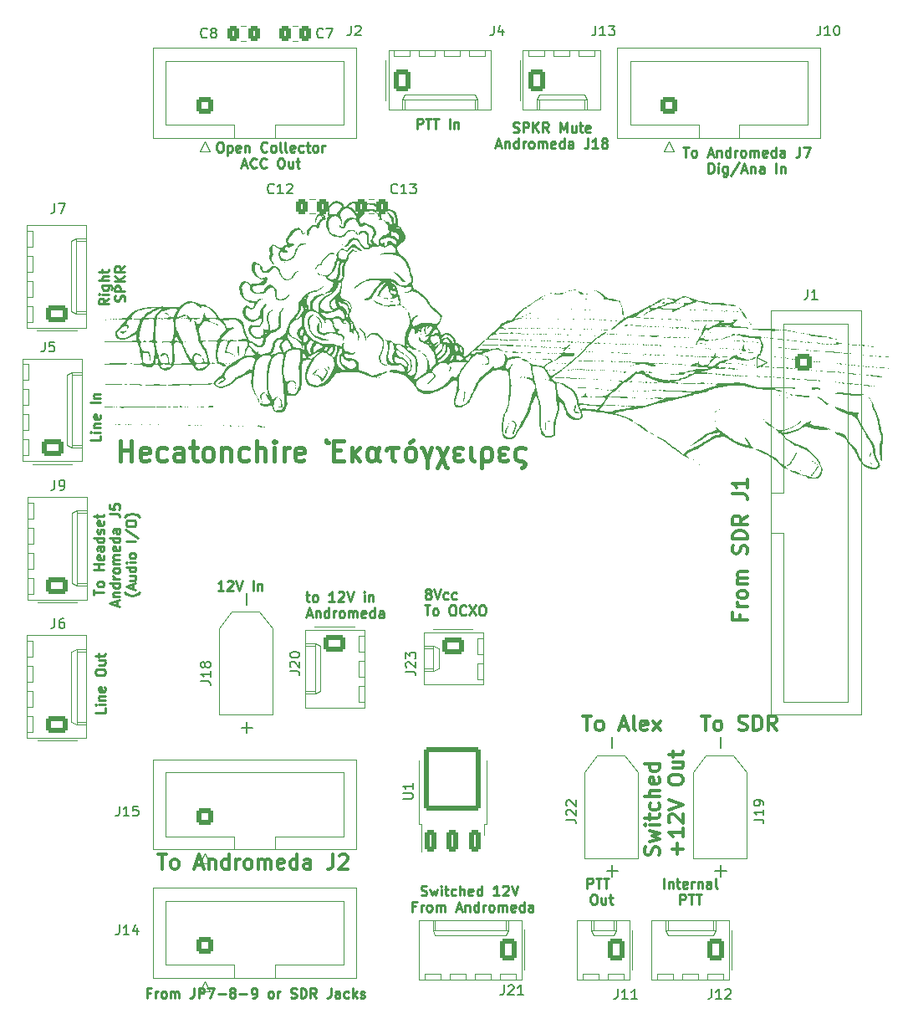
<source format=gto>
G04 #@! TF.GenerationSoftware,KiCad,Pcbnew,7.0.1*
G04 #@! TF.CreationDate,2023-08-23T10:04:26+02:00*
G04 #@! TF.ProjectId,K_IO_brd,4b5f494f-5f62-4726-942e-6b696361645f,rev?*
G04 #@! TF.SameCoordinates,Original*
G04 #@! TF.FileFunction,Legend,Top*
G04 #@! TF.FilePolarity,Positive*
%FSLAX46Y46*%
G04 Gerber Fmt 4.6, Leading zero omitted, Abs format (unit mm)*
G04 Created by KiCad (PCBNEW 7.0.1) date 2023-08-23 10:04:26*
%MOMM*%
%LPD*%
G01*
G04 APERTURE LIST*
G04 Aperture macros list*
%AMRoundRect*
0 Rectangle with rounded corners*
0 $1 Rounding radius*
0 $2 $3 $4 $5 $6 $7 $8 $9 X,Y pos of 4 corners*
0 Add a 4 corners polygon primitive as box body*
4,1,4,$2,$3,$4,$5,$6,$7,$8,$9,$2,$3,0*
0 Add four circle primitives for the rounded corners*
1,1,$1+$1,$2,$3*
1,1,$1+$1,$4,$5*
1,1,$1+$1,$6,$7*
1,1,$1+$1,$8,$9*
0 Add four rect primitives between the rounded corners*
20,1,$1+$1,$2,$3,$4,$5,0*
20,1,$1+$1,$4,$5,$6,$7,0*
20,1,$1+$1,$6,$7,$8,$9,0*
20,1,$1+$1,$8,$9,$2,$3,0*%
G04 Aperture macros list end*
%ADD10C,0.400000*%
%ADD11C,0.250000*%
%ADD12C,0.300000*%
%ADD13C,0.150000*%
%ADD14C,0.120000*%
%ADD15RoundRect,0.250000X0.600000X-0.600000X0.600000X0.600000X-0.600000X0.600000X-0.600000X-0.600000X0*%
%ADD16C,1.700000*%
%ADD17RoundRect,0.250000X-0.845000X0.620000X-0.845000X-0.620000X0.845000X-0.620000X0.845000X0.620000X0*%
%ADD18O,2.190000X1.740000*%
%ADD19C,0.800000*%
%ADD20C,7.000000*%
%ADD21R,3.800000X3.800000*%
%ADD22C,4.000000*%
%ADD23RoundRect,0.250000X-0.337500X-0.475000X0.337500X-0.475000X0.337500X0.475000X-0.337500X0.475000X0*%
%ADD24RoundRect,0.250000X0.845000X-0.620000X0.845000X0.620000X-0.845000X0.620000X-0.845000X-0.620000X0*%
%ADD25RoundRect,0.250000X-0.600000X-0.600000X0.600000X-0.600000X0.600000X0.600000X-0.600000X0.600000X0*%
%ADD26RoundRect,0.250000X0.350000X-0.850000X0.350000X0.850000X-0.350000X0.850000X-0.350000X-0.850000X0*%
%ADD27RoundRect,0.249997X2.650003X-2.950003X2.650003X2.950003X-2.650003X2.950003X-2.650003X-2.950003X0*%
%ADD28RoundRect,0.250000X0.620000X0.845000X-0.620000X0.845000X-0.620000X-0.845000X0.620000X-0.845000X0*%
%ADD29O,1.740000X2.190000*%
%ADD30RoundRect,0.250000X0.337500X0.475000X-0.337500X0.475000X-0.337500X-0.475000X0.337500X-0.475000X0*%
%ADD31RoundRect,0.250000X-0.620000X-0.845000X0.620000X-0.845000X0.620000X0.845000X-0.620000X0.845000X0*%
G04 APERTURE END LIST*
D10*
X123309521Y-104505238D02*
X123309521Y-102505238D01*
X123309521Y-103457619D02*
X124452378Y-103457619D01*
X124452378Y-104505238D02*
X124452378Y-102505238D01*
X126166664Y-104410000D02*
X125976188Y-104505238D01*
X125976188Y-104505238D02*
X125595235Y-104505238D01*
X125595235Y-104505238D02*
X125404759Y-104410000D01*
X125404759Y-104410000D02*
X125309521Y-104219523D01*
X125309521Y-104219523D02*
X125309521Y-103457619D01*
X125309521Y-103457619D02*
X125404759Y-103267142D01*
X125404759Y-103267142D02*
X125595235Y-103171904D01*
X125595235Y-103171904D02*
X125976188Y-103171904D01*
X125976188Y-103171904D02*
X126166664Y-103267142D01*
X126166664Y-103267142D02*
X126261902Y-103457619D01*
X126261902Y-103457619D02*
X126261902Y-103648095D01*
X126261902Y-103648095D02*
X125309521Y-103838571D01*
X127976188Y-104410000D02*
X127785712Y-104505238D01*
X127785712Y-104505238D02*
X127404759Y-104505238D01*
X127404759Y-104505238D02*
X127214283Y-104410000D01*
X127214283Y-104410000D02*
X127119045Y-104314761D01*
X127119045Y-104314761D02*
X127023807Y-104124285D01*
X127023807Y-104124285D02*
X127023807Y-103552857D01*
X127023807Y-103552857D02*
X127119045Y-103362380D01*
X127119045Y-103362380D02*
X127214283Y-103267142D01*
X127214283Y-103267142D02*
X127404759Y-103171904D01*
X127404759Y-103171904D02*
X127785712Y-103171904D01*
X127785712Y-103171904D02*
X127976188Y-103267142D01*
X129690474Y-104505238D02*
X129690474Y-103457619D01*
X129690474Y-103457619D02*
X129595236Y-103267142D01*
X129595236Y-103267142D02*
X129404760Y-103171904D01*
X129404760Y-103171904D02*
X129023807Y-103171904D01*
X129023807Y-103171904D02*
X128833331Y-103267142D01*
X129690474Y-104410000D02*
X129499998Y-104505238D01*
X129499998Y-104505238D02*
X129023807Y-104505238D01*
X129023807Y-104505238D02*
X128833331Y-104410000D01*
X128833331Y-104410000D02*
X128738093Y-104219523D01*
X128738093Y-104219523D02*
X128738093Y-104029047D01*
X128738093Y-104029047D02*
X128833331Y-103838571D01*
X128833331Y-103838571D02*
X129023807Y-103743333D01*
X129023807Y-103743333D02*
X129499998Y-103743333D01*
X129499998Y-103743333D02*
X129690474Y-103648095D01*
X130357141Y-103171904D02*
X131119045Y-103171904D01*
X130642855Y-102505238D02*
X130642855Y-104219523D01*
X130642855Y-104219523D02*
X130738093Y-104410000D01*
X130738093Y-104410000D02*
X130928569Y-104505238D01*
X130928569Y-104505238D02*
X131119045Y-104505238D01*
X132071426Y-104505238D02*
X131880950Y-104410000D01*
X131880950Y-104410000D02*
X131785712Y-104314761D01*
X131785712Y-104314761D02*
X131690474Y-104124285D01*
X131690474Y-104124285D02*
X131690474Y-103552857D01*
X131690474Y-103552857D02*
X131785712Y-103362380D01*
X131785712Y-103362380D02*
X131880950Y-103267142D01*
X131880950Y-103267142D02*
X132071426Y-103171904D01*
X132071426Y-103171904D02*
X132357141Y-103171904D01*
X132357141Y-103171904D02*
X132547617Y-103267142D01*
X132547617Y-103267142D02*
X132642855Y-103362380D01*
X132642855Y-103362380D02*
X132738093Y-103552857D01*
X132738093Y-103552857D02*
X132738093Y-104124285D01*
X132738093Y-104124285D02*
X132642855Y-104314761D01*
X132642855Y-104314761D02*
X132547617Y-104410000D01*
X132547617Y-104410000D02*
X132357141Y-104505238D01*
X132357141Y-104505238D02*
X132071426Y-104505238D01*
X133595236Y-103171904D02*
X133595236Y-104505238D01*
X133595236Y-103362380D02*
X133690474Y-103267142D01*
X133690474Y-103267142D02*
X133880950Y-103171904D01*
X133880950Y-103171904D02*
X134166665Y-103171904D01*
X134166665Y-103171904D02*
X134357141Y-103267142D01*
X134357141Y-103267142D02*
X134452379Y-103457619D01*
X134452379Y-103457619D02*
X134452379Y-104505238D01*
X136261903Y-104410000D02*
X136071427Y-104505238D01*
X136071427Y-104505238D02*
X135690474Y-104505238D01*
X135690474Y-104505238D02*
X135499998Y-104410000D01*
X135499998Y-104410000D02*
X135404760Y-104314761D01*
X135404760Y-104314761D02*
X135309522Y-104124285D01*
X135309522Y-104124285D02*
X135309522Y-103552857D01*
X135309522Y-103552857D02*
X135404760Y-103362380D01*
X135404760Y-103362380D02*
X135499998Y-103267142D01*
X135499998Y-103267142D02*
X135690474Y-103171904D01*
X135690474Y-103171904D02*
X136071427Y-103171904D01*
X136071427Y-103171904D02*
X136261903Y-103267142D01*
X137119046Y-104505238D02*
X137119046Y-102505238D01*
X137976189Y-104505238D02*
X137976189Y-103457619D01*
X137976189Y-103457619D02*
X137880951Y-103267142D01*
X137880951Y-103267142D02*
X137690475Y-103171904D01*
X137690475Y-103171904D02*
X137404760Y-103171904D01*
X137404760Y-103171904D02*
X137214284Y-103267142D01*
X137214284Y-103267142D02*
X137119046Y-103362380D01*
X138928570Y-104505238D02*
X138928570Y-103171904D01*
X138928570Y-102505238D02*
X138833332Y-102600476D01*
X138833332Y-102600476D02*
X138928570Y-102695714D01*
X138928570Y-102695714D02*
X139023808Y-102600476D01*
X139023808Y-102600476D02*
X138928570Y-102505238D01*
X138928570Y-102505238D02*
X138928570Y-102695714D01*
X139880951Y-104505238D02*
X139880951Y-103171904D01*
X139880951Y-103552857D02*
X139976189Y-103362380D01*
X139976189Y-103362380D02*
X140071427Y-103267142D01*
X140071427Y-103267142D02*
X140261903Y-103171904D01*
X140261903Y-103171904D02*
X140452380Y-103171904D01*
X141880951Y-104410000D02*
X141690475Y-104505238D01*
X141690475Y-104505238D02*
X141309522Y-104505238D01*
X141309522Y-104505238D02*
X141119046Y-104410000D01*
X141119046Y-104410000D02*
X141023808Y-104219523D01*
X141023808Y-104219523D02*
X141023808Y-103457619D01*
X141023808Y-103457619D02*
X141119046Y-103267142D01*
X141119046Y-103267142D02*
X141309522Y-103171904D01*
X141309522Y-103171904D02*
X141690475Y-103171904D01*
X141690475Y-103171904D02*
X141880951Y-103267142D01*
X141880951Y-103267142D02*
X141976189Y-103457619D01*
X141976189Y-103457619D02*
X141976189Y-103648095D01*
X141976189Y-103648095D02*
X141023808Y-103838571D01*
X144928571Y-103457619D02*
X145595237Y-103457619D01*
X145880952Y-104505238D02*
X144928571Y-104505238D01*
X144928571Y-104505238D02*
X144928571Y-102505238D01*
X144928571Y-102505238D02*
X145880952Y-102505238D01*
X144166666Y-102410000D02*
X144166666Y-102600476D01*
X144166666Y-102600476D02*
X144261904Y-102695714D01*
X144261904Y-102695714D02*
X144357142Y-102695714D01*
X146738094Y-103171904D02*
X146738094Y-104505238D01*
X146928570Y-103743333D02*
X147499999Y-104505238D01*
X147499999Y-103171904D02*
X146738094Y-103933809D01*
X149499999Y-103171904D02*
X149214285Y-104124285D01*
X149214285Y-104124285D02*
X149119047Y-104314761D01*
X149119047Y-104314761D02*
X149023809Y-104410000D01*
X149023809Y-104410000D02*
X148833332Y-104505238D01*
X148833332Y-104505238D02*
X148642856Y-104505238D01*
X148642856Y-104505238D02*
X148452380Y-104410000D01*
X148452380Y-104410000D02*
X148357142Y-104314761D01*
X148357142Y-104314761D02*
X148261904Y-104029047D01*
X148261904Y-104029047D02*
X148261904Y-103648095D01*
X148261904Y-103648095D02*
X148357142Y-103362380D01*
X148357142Y-103362380D02*
X148452380Y-103267142D01*
X148452380Y-103267142D02*
X148642856Y-103171904D01*
X148642856Y-103171904D02*
X148833332Y-103171904D01*
X148833332Y-103171904D02*
X149023809Y-103267142D01*
X149023809Y-103267142D02*
X149119047Y-103362380D01*
X149119047Y-103362380D02*
X149214285Y-103552857D01*
X149214285Y-103552857D02*
X149309523Y-104219523D01*
X149309523Y-104219523D02*
X149404761Y-104410000D01*
X149404761Y-104410000D02*
X149595237Y-104505238D01*
X150261904Y-103457619D02*
X150357142Y-103267142D01*
X150357142Y-103267142D02*
X150547618Y-103171904D01*
X150547618Y-103171904D02*
X151404761Y-103171904D01*
X150833332Y-103171904D02*
X150833332Y-104219523D01*
X150833332Y-104219523D02*
X150928571Y-104410000D01*
X150928571Y-104410000D02*
X151119047Y-104505238D01*
X152547618Y-104505238D02*
X152357142Y-104410000D01*
X152357142Y-104410000D02*
X152261904Y-104314761D01*
X152261904Y-104314761D02*
X152166666Y-104124285D01*
X152166666Y-104124285D02*
X152166666Y-103552857D01*
X152166666Y-103552857D02*
X152261904Y-103362380D01*
X152261904Y-103362380D02*
X152357142Y-103267142D01*
X152357142Y-103267142D02*
X152547618Y-103171904D01*
X152547618Y-103171904D02*
X152833333Y-103171904D01*
X152833333Y-103171904D02*
X153023809Y-103267142D01*
X153023809Y-103267142D02*
X153119047Y-103362380D01*
X153119047Y-103362380D02*
X153214285Y-103552857D01*
X153214285Y-103552857D02*
X153214285Y-104124285D01*
X153214285Y-104124285D02*
X153119047Y-104314761D01*
X153119047Y-104314761D02*
X153023809Y-104410000D01*
X153023809Y-104410000D02*
X152833333Y-104505238D01*
X152833333Y-104505238D02*
X152547618Y-104505238D01*
X152928571Y-102410000D02*
X152642856Y-102695714D01*
X154357142Y-104314761D02*
X154357142Y-105171904D01*
X153785714Y-103171904D02*
X153880952Y-103171904D01*
X153880952Y-103171904D02*
X153976190Y-103267142D01*
X153976190Y-103267142D02*
X154357142Y-104314761D01*
X154357142Y-104314761D02*
X154833333Y-103171904D01*
X156452381Y-103171904D02*
X155404762Y-105171904D01*
X155404762Y-103171904D02*
X155595238Y-103267142D01*
X155595238Y-103267142D02*
X155690476Y-103457619D01*
X155690476Y-103457619D02*
X156166667Y-104886190D01*
X156166667Y-104886190D02*
X156261905Y-105076666D01*
X156261905Y-105076666D02*
X156452381Y-105171904D01*
X157404762Y-103838571D02*
X157214286Y-103933809D01*
X157214286Y-103933809D02*
X157119048Y-104124285D01*
X157119048Y-104124285D02*
X157119048Y-104219523D01*
X157119048Y-104219523D02*
X157214286Y-104410000D01*
X157214286Y-104410000D02*
X157404762Y-104505238D01*
X157404762Y-104505238D02*
X157785715Y-104505238D01*
X157785715Y-104505238D02*
X157976191Y-104410000D01*
X157595238Y-103838571D02*
X157404762Y-103838571D01*
X157404762Y-103838571D02*
X157214286Y-103743333D01*
X157214286Y-103743333D02*
X157119048Y-103552857D01*
X157119048Y-103552857D02*
X157119048Y-103457619D01*
X157119048Y-103457619D02*
X157214286Y-103267142D01*
X157214286Y-103267142D02*
X157404762Y-103171904D01*
X157404762Y-103171904D02*
X157785715Y-103171904D01*
X157785715Y-103171904D02*
X157976191Y-103267142D01*
X158833334Y-103171904D02*
X158833334Y-104219523D01*
X158833334Y-104219523D02*
X158928572Y-104410000D01*
X158928572Y-104410000D02*
X159119048Y-104505238D01*
X159880953Y-105171904D02*
X159880953Y-103552857D01*
X159880953Y-103552857D02*
X159976191Y-103362380D01*
X159976191Y-103362380D02*
X160071429Y-103267142D01*
X160071429Y-103267142D02*
X160261905Y-103171904D01*
X160261905Y-103171904D02*
X160547620Y-103171904D01*
X160547620Y-103171904D02*
X160738096Y-103267142D01*
X160738096Y-103267142D02*
X160833334Y-103362380D01*
X160833334Y-103362380D02*
X160928572Y-103552857D01*
X160928572Y-103552857D02*
X160928572Y-104124285D01*
X160928572Y-104124285D02*
X160833334Y-104314761D01*
X160833334Y-104314761D02*
X160738096Y-104410000D01*
X160738096Y-104410000D02*
X160547620Y-104505238D01*
X160547620Y-104505238D02*
X160261905Y-104505238D01*
X160261905Y-104505238D02*
X160071429Y-104410000D01*
X160071429Y-104410000D02*
X159880953Y-104219523D01*
X161976191Y-103838571D02*
X161785715Y-103933809D01*
X161785715Y-103933809D02*
X161690477Y-104124285D01*
X161690477Y-104124285D02*
X161690477Y-104219523D01*
X161690477Y-104219523D02*
X161785715Y-104410000D01*
X161785715Y-104410000D02*
X161976191Y-104505238D01*
X161976191Y-104505238D02*
X162357144Y-104505238D01*
X162357144Y-104505238D02*
X162547620Y-104410000D01*
X162166667Y-103838571D02*
X161976191Y-103838571D01*
X161976191Y-103838571D02*
X161785715Y-103743333D01*
X161785715Y-103743333D02*
X161690477Y-103552857D01*
X161690477Y-103552857D02*
X161690477Y-103457619D01*
X161690477Y-103457619D02*
X161785715Y-103267142D01*
X161785715Y-103267142D02*
X161976191Y-103171904D01*
X161976191Y-103171904D02*
X162357144Y-103171904D01*
X162357144Y-103171904D02*
X162547620Y-103267142D01*
X164261906Y-103267142D02*
X164071430Y-103171904D01*
X164071430Y-103171904D02*
X163690477Y-103171904D01*
X163690477Y-103171904D02*
X163500001Y-103267142D01*
X163500001Y-103267142D02*
X163404763Y-103362380D01*
X163404763Y-103362380D02*
X163309525Y-103552857D01*
X163309525Y-103552857D02*
X163309525Y-104124285D01*
X163309525Y-104124285D02*
X163404763Y-104314761D01*
X163404763Y-104314761D02*
X163500001Y-104410000D01*
X163500001Y-104410000D02*
X163690477Y-104505238D01*
X163690477Y-104505238D02*
X163976192Y-104505238D01*
X163976192Y-104505238D02*
X164166668Y-104600476D01*
X164166668Y-104600476D02*
X164261906Y-104790952D01*
X164261906Y-104790952D02*
X164261906Y-104886190D01*
X164261906Y-104886190D02*
X164166668Y-105076666D01*
X164166668Y-105076666D02*
X163976192Y-105171904D01*
D11*
X126333332Y-158353809D02*
X125999999Y-158353809D01*
X125999999Y-158877619D02*
X125999999Y-157877619D01*
X125999999Y-157877619D02*
X126476189Y-157877619D01*
X126857142Y-158877619D02*
X126857142Y-158210952D01*
X126857142Y-158401428D02*
X126904761Y-158306190D01*
X126904761Y-158306190D02*
X126952380Y-158258571D01*
X126952380Y-158258571D02*
X127047618Y-158210952D01*
X127047618Y-158210952D02*
X127142856Y-158210952D01*
X127619047Y-158877619D02*
X127523809Y-158830000D01*
X127523809Y-158830000D02*
X127476190Y-158782380D01*
X127476190Y-158782380D02*
X127428571Y-158687142D01*
X127428571Y-158687142D02*
X127428571Y-158401428D01*
X127428571Y-158401428D02*
X127476190Y-158306190D01*
X127476190Y-158306190D02*
X127523809Y-158258571D01*
X127523809Y-158258571D02*
X127619047Y-158210952D01*
X127619047Y-158210952D02*
X127761904Y-158210952D01*
X127761904Y-158210952D02*
X127857142Y-158258571D01*
X127857142Y-158258571D02*
X127904761Y-158306190D01*
X127904761Y-158306190D02*
X127952380Y-158401428D01*
X127952380Y-158401428D02*
X127952380Y-158687142D01*
X127952380Y-158687142D02*
X127904761Y-158782380D01*
X127904761Y-158782380D02*
X127857142Y-158830000D01*
X127857142Y-158830000D02*
X127761904Y-158877619D01*
X127761904Y-158877619D02*
X127619047Y-158877619D01*
X128380952Y-158877619D02*
X128380952Y-158210952D01*
X128380952Y-158306190D02*
X128428571Y-158258571D01*
X128428571Y-158258571D02*
X128523809Y-158210952D01*
X128523809Y-158210952D02*
X128666666Y-158210952D01*
X128666666Y-158210952D02*
X128761904Y-158258571D01*
X128761904Y-158258571D02*
X128809523Y-158353809D01*
X128809523Y-158353809D02*
X128809523Y-158877619D01*
X128809523Y-158353809D02*
X128857142Y-158258571D01*
X128857142Y-158258571D02*
X128952380Y-158210952D01*
X128952380Y-158210952D02*
X129095237Y-158210952D01*
X129095237Y-158210952D02*
X129190476Y-158258571D01*
X129190476Y-158258571D02*
X129238095Y-158353809D01*
X129238095Y-158353809D02*
X129238095Y-158877619D01*
X130761904Y-157877619D02*
X130761904Y-158591904D01*
X130761904Y-158591904D02*
X130714285Y-158734761D01*
X130714285Y-158734761D02*
X130619047Y-158830000D01*
X130619047Y-158830000D02*
X130476190Y-158877619D01*
X130476190Y-158877619D02*
X130380952Y-158877619D01*
X131238095Y-158877619D02*
X131238095Y-157877619D01*
X131238095Y-157877619D02*
X131619047Y-157877619D01*
X131619047Y-157877619D02*
X131714285Y-157925238D01*
X131714285Y-157925238D02*
X131761904Y-157972857D01*
X131761904Y-157972857D02*
X131809523Y-158068095D01*
X131809523Y-158068095D02*
X131809523Y-158210952D01*
X131809523Y-158210952D02*
X131761904Y-158306190D01*
X131761904Y-158306190D02*
X131714285Y-158353809D01*
X131714285Y-158353809D02*
X131619047Y-158401428D01*
X131619047Y-158401428D02*
X131238095Y-158401428D01*
X132142857Y-157877619D02*
X132809523Y-157877619D01*
X132809523Y-157877619D02*
X132380952Y-158877619D01*
X133190476Y-158496666D02*
X133952381Y-158496666D01*
X134571428Y-158306190D02*
X134476190Y-158258571D01*
X134476190Y-158258571D02*
X134428571Y-158210952D01*
X134428571Y-158210952D02*
X134380952Y-158115714D01*
X134380952Y-158115714D02*
X134380952Y-158068095D01*
X134380952Y-158068095D02*
X134428571Y-157972857D01*
X134428571Y-157972857D02*
X134476190Y-157925238D01*
X134476190Y-157925238D02*
X134571428Y-157877619D01*
X134571428Y-157877619D02*
X134761904Y-157877619D01*
X134761904Y-157877619D02*
X134857142Y-157925238D01*
X134857142Y-157925238D02*
X134904761Y-157972857D01*
X134904761Y-157972857D02*
X134952380Y-158068095D01*
X134952380Y-158068095D02*
X134952380Y-158115714D01*
X134952380Y-158115714D02*
X134904761Y-158210952D01*
X134904761Y-158210952D02*
X134857142Y-158258571D01*
X134857142Y-158258571D02*
X134761904Y-158306190D01*
X134761904Y-158306190D02*
X134571428Y-158306190D01*
X134571428Y-158306190D02*
X134476190Y-158353809D01*
X134476190Y-158353809D02*
X134428571Y-158401428D01*
X134428571Y-158401428D02*
X134380952Y-158496666D01*
X134380952Y-158496666D02*
X134380952Y-158687142D01*
X134380952Y-158687142D02*
X134428571Y-158782380D01*
X134428571Y-158782380D02*
X134476190Y-158830000D01*
X134476190Y-158830000D02*
X134571428Y-158877619D01*
X134571428Y-158877619D02*
X134761904Y-158877619D01*
X134761904Y-158877619D02*
X134857142Y-158830000D01*
X134857142Y-158830000D02*
X134904761Y-158782380D01*
X134904761Y-158782380D02*
X134952380Y-158687142D01*
X134952380Y-158687142D02*
X134952380Y-158496666D01*
X134952380Y-158496666D02*
X134904761Y-158401428D01*
X134904761Y-158401428D02*
X134857142Y-158353809D01*
X134857142Y-158353809D02*
X134761904Y-158306190D01*
X135380952Y-158496666D02*
X136142857Y-158496666D01*
X136666666Y-158877619D02*
X136857142Y-158877619D01*
X136857142Y-158877619D02*
X136952380Y-158830000D01*
X136952380Y-158830000D02*
X136999999Y-158782380D01*
X136999999Y-158782380D02*
X137095237Y-158639523D01*
X137095237Y-158639523D02*
X137142856Y-158449047D01*
X137142856Y-158449047D02*
X137142856Y-158068095D01*
X137142856Y-158068095D02*
X137095237Y-157972857D01*
X137095237Y-157972857D02*
X137047618Y-157925238D01*
X137047618Y-157925238D02*
X136952380Y-157877619D01*
X136952380Y-157877619D02*
X136761904Y-157877619D01*
X136761904Y-157877619D02*
X136666666Y-157925238D01*
X136666666Y-157925238D02*
X136619047Y-157972857D01*
X136619047Y-157972857D02*
X136571428Y-158068095D01*
X136571428Y-158068095D02*
X136571428Y-158306190D01*
X136571428Y-158306190D02*
X136619047Y-158401428D01*
X136619047Y-158401428D02*
X136666666Y-158449047D01*
X136666666Y-158449047D02*
X136761904Y-158496666D01*
X136761904Y-158496666D02*
X136952380Y-158496666D01*
X136952380Y-158496666D02*
X137047618Y-158449047D01*
X137047618Y-158449047D02*
X137095237Y-158401428D01*
X137095237Y-158401428D02*
X137142856Y-158306190D01*
X138476190Y-158877619D02*
X138380952Y-158830000D01*
X138380952Y-158830000D02*
X138333333Y-158782380D01*
X138333333Y-158782380D02*
X138285714Y-158687142D01*
X138285714Y-158687142D02*
X138285714Y-158401428D01*
X138285714Y-158401428D02*
X138333333Y-158306190D01*
X138333333Y-158306190D02*
X138380952Y-158258571D01*
X138380952Y-158258571D02*
X138476190Y-158210952D01*
X138476190Y-158210952D02*
X138619047Y-158210952D01*
X138619047Y-158210952D02*
X138714285Y-158258571D01*
X138714285Y-158258571D02*
X138761904Y-158306190D01*
X138761904Y-158306190D02*
X138809523Y-158401428D01*
X138809523Y-158401428D02*
X138809523Y-158687142D01*
X138809523Y-158687142D02*
X138761904Y-158782380D01*
X138761904Y-158782380D02*
X138714285Y-158830000D01*
X138714285Y-158830000D02*
X138619047Y-158877619D01*
X138619047Y-158877619D02*
X138476190Y-158877619D01*
X139238095Y-158877619D02*
X139238095Y-158210952D01*
X139238095Y-158401428D02*
X139285714Y-158306190D01*
X139285714Y-158306190D02*
X139333333Y-158258571D01*
X139333333Y-158258571D02*
X139428571Y-158210952D01*
X139428571Y-158210952D02*
X139523809Y-158210952D01*
X140571429Y-158830000D02*
X140714286Y-158877619D01*
X140714286Y-158877619D02*
X140952381Y-158877619D01*
X140952381Y-158877619D02*
X141047619Y-158830000D01*
X141047619Y-158830000D02*
X141095238Y-158782380D01*
X141095238Y-158782380D02*
X141142857Y-158687142D01*
X141142857Y-158687142D02*
X141142857Y-158591904D01*
X141142857Y-158591904D02*
X141095238Y-158496666D01*
X141095238Y-158496666D02*
X141047619Y-158449047D01*
X141047619Y-158449047D02*
X140952381Y-158401428D01*
X140952381Y-158401428D02*
X140761905Y-158353809D01*
X140761905Y-158353809D02*
X140666667Y-158306190D01*
X140666667Y-158306190D02*
X140619048Y-158258571D01*
X140619048Y-158258571D02*
X140571429Y-158163333D01*
X140571429Y-158163333D02*
X140571429Y-158068095D01*
X140571429Y-158068095D02*
X140619048Y-157972857D01*
X140619048Y-157972857D02*
X140666667Y-157925238D01*
X140666667Y-157925238D02*
X140761905Y-157877619D01*
X140761905Y-157877619D02*
X141000000Y-157877619D01*
X141000000Y-157877619D02*
X141142857Y-157925238D01*
X141571429Y-158877619D02*
X141571429Y-157877619D01*
X141571429Y-157877619D02*
X141809524Y-157877619D01*
X141809524Y-157877619D02*
X141952381Y-157925238D01*
X141952381Y-157925238D02*
X142047619Y-158020476D01*
X142047619Y-158020476D02*
X142095238Y-158115714D01*
X142095238Y-158115714D02*
X142142857Y-158306190D01*
X142142857Y-158306190D02*
X142142857Y-158449047D01*
X142142857Y-158449047D02*
X142095238Y-158639523D01*
X142095238Y-158639523D02*
X142047619Y-158734761D01*
X142047619Y-158734761D02*
X141952381Y-158830000D01*
X141952381Y-158830000D02*
X141809524Y-158877619D01*
X141809524Y-158877619D02*
X141571429Y-158877619D01*
X143142857Y-158877619D02*
X142809524Y-158401428D01*
X142571429Y-158877619D02*
X142571429Y-157877619D01*
X142571429Y-157877619D02*
X142952381Y-157877619D01*
X142952381Y-157877619D02*
X143047619Y-157925238D01*
X143047619Y-157925238D02*
X143095238Y-157972857D01*
X143095238Y-157972857D02*
X143142857Y-158068095D01*
X143142857Y-158068095D02*
X143142857Y-158210952D01*
X143142857Y-158210952D02*
X143095238Y-158306190D01*
X143095238Y-158306190D02*
X143047619Y-158353809D01*
X143047619Y-158353809D02*
X142952381Y-158401428D01*
X142952381Y-158401428D02*
X142571429Y-158401428D01*
X144619048Y-157877619D02*
X144619048Y-158591904D01*
X144619048Y-158591904D02*
X144571429Y-158734761D01*
X144571429Y-158734761D02*
X144476191Y-158830000D01*
X144476191Y-158830000D02*
X144333334Y-158877619D01*
X144333334Y-158877619D02*
X144238096Y-158877619D01*
X145523810Y-158877619D02*
X145523810Y-158353809D01*
X145523810Y-158353809D02*
X145476191Y-158258571D01*
X145476191Y-158258571D02*
X145380953Y-158210952D01*
X145380953Y-158210952D02*
X145190477Y-158210952D01*
X145190477Y-158210952D02*
X145095239Y-158258571D01*
X145523810Y-158830000D02*
X145428572Y-158877619D01*
X145428572Y-158877619D02*
X145190477Y-158877619D01*
X145190477Y-158877619D02*
X145095239Y-158830000D01*
X145095239Y-158830000D02*
X145047620Y-158734761D01*
X145047620Y-158734761D02*
X145047620Y-158639523D01*
X145047620Y-158639523D02*
X145095239Y-158544285D01*
X145095239Y-158544285D02*
X145190477Y-158496666D01*
X145190477Y-158496666D02*
X145428572Y-158496666D01*
X145428572Y-158496666D02*
X145523810Y-158449047D01*
X146428572Y-158830000D02*
X146333334Y-158877619D01*
X146333334Y-158877619D02*
X146142858Y-158877619D01*
X146142858Y-158877619D02*
X146047620Y-158830000D01*
X146047620Y-158830000D02*
X146000001Y-158782380D01*
X146000001Y-158782380D02*
X145952382Y-158687142D01*
X145952382Y-158687142D02*
X145952382Y-158401428D01*
X145952382Y-158401428D02*
X146000001Y-158306190D01*
X146000001Y-158306190D02*
X146047620Y-158258571D01*
X146047620Y-158258571D02*
X146142858Y-158210952D01*
X146142858Y-158210952D02*
X146333334Y-158210952D01*
X146333334Y-158210952D02*
X146428572Y-158258571D01*
X146857144Y-158877619D02*
X146857144Y-157877619D01*
X146952382Y-158496666D02*
X147238096Y-158877619D01*
X147238096Y-158210952D02*
X146857144Y-158591904D01*
X147619049Y-158830000D02*
X147714287Y-158877619D01*
X147714287Y-158877619D02*
X147904763Y-158877619D01*
X147904763Y-158877619D02*
X148000001Y-158830000D01*
X148000001Y-158830000D02*
X148047620Y-158734761D01*
X148047620Y-158734761D02*
X148047620Y-158687142D01*
X148047620Y-158687142D02*
X148000001Y-158591904D01*
X148000001Y-158591904D02*
X147904763Y-158544285D01*
X147904763Y-158544285D02*
X147761906Y-158544285D01*
X147761906Y-158544285D02*
X147666668Y-158496666D01*
X147666668Y-158496666D02*
X147619049Y-158401428D01*
X147619049Y-158401428D02*
X147619049Y-158353809D01*
X147619049Y-158353809D02*
X147666668Y-158258571D01*
X147666668Y-158258571D02*
X147761906Y-158210952D01*
X147761906Y-158210952D02*
X147904763Y-158210952D01*
X147904763Y-158210952D02*
X148000001Y-158258571D01*
X170595238Y-147757619D02*
X170595238Y-146757619D01*
X170595238Y-146757619D02*
X170976190Y-146757619D01*
X170976190Y-146757619D02*
X171071428Y-146805238D01*
X171071428Y-146805238D02*
X171119047Y-146852857D01*
X171119047Y-146852857D02*
X171166666Y-146948095D01*
X171166666Y-146948095D02*
X171166666Y-147090952D01*
X171166666Y-147090952D02*
X171119047Y-147186190D01*
X171119047Y-147186190D02*
X171071428Y-147233809D01*
X171071428Y-147233809D02*
X170976190Y-147281428D01*
X170976190Y-147281428D02*
X170595238Y-147281428D01*
X171452381Y-146757619D02*
X172023809Y-146757619D01*
X171738095Y-147757619D02*
X171738095Y-146757619D01*
X172214286Y-146757619D02*
X172785714Y-146757619D01*
X172500000Y-147757619D02*
X172500000Y-146757619D01*
X171166666Y-148377619D02*
X171357142Y-148377619D01*
X171357142Y-148377619D02*
X171452380Y-148425238D01*
X171452380Y-148425238D02*
X171547618Y-148520476D01*
X171547618Y-148520476D02*
X171595237Y-148710952D01*
X171595237Y-148710952D02*
X171595237Y-149044285D01*
X171595237Y-149044285D02*
X171547618Y-149234761D01*
X171547618Y-149234761D02*
X171452380Y-149330000D01*
X171452380Y-149330000D02*
X171357142Y-149377619D01*
X171357142Y-149377619D02*
X171166666Y-149377619D01*
X171166666Y-149377619D02*
X171071428Y-149330000D01*
X171071428Y-149330000D02*
X170976190Y-149234761D01*
X170976190Y-149234761D02*
X170928571Y-149044285D01*
X170928571Y-149044285D02*
X170928571Y-148710952D01*
X170928571Y-148710952D02*
X170976190Y-148520476D01*
X170976190Y-148520476D02*
X171071428Y-148425238D01*
X171071428Y-148425238D02*
X171166666Y-148377619D01*
X172452380Y-148710952D02*
X172452380Y-149377619D01*
X172023809Y-148710952D02*
X172023809Y-149234761D01*
X172023809Y-149234761D02*
X172071428Y-149330000D01*
X172071428Y-149330000D02*
X172166666Y-149377619D01*
X172166666Y-149377619D02*
X172309523Y-149377619D01*
X172309523Y-149377619D02*
X172404761Y-149330000D01*
X172404761Y-149330000D02*
X172452380Y-149282380D01*
X172785714Y-148710952D02*
X173166666Y-148710952D01*
X172928571Y-148377619D02*
X172928571Y-149234761D01*
X172928571Y-149234761D02*
X172976190Y-149330000D01*
X172976190Y-149330000D02*
X173071428Y-149377619D01*
X173071428Y-149377619D02*
X173166666Y-149377619D01*
X153761904Y-148460000D02*
X153904761Y-148507619D01*
X153904761Y-148507619D02*
X154142856Y-148507619D01*
X154142856Y-148507619D02*
X154238094Y-148460000D01*
X154238094Y-148460000D02*
X154285713Y-148412380D01*
X154285713Y-148412380D02*
X154333332Y-148317142D01*
X154333332Y-148317142D02*
X154333332Y-148221904D01*
X154333332Y-148221904D02*
X154285713Y-148126666D01*
X154285713Y-148126666D02*
X154238094Y-148079047D01*
X154238094Y-148079047D02*
X154142856Y-148031428D01*
X154142856Y-148031428D02*
X153952380Y-147983809D01*
X153952380Y-147983809D02*
X153857142Y-147936190D01*
X153857142Y-147936190D02*
X153809523Y-147888571D01*
X153809523Y-147888571D02*
X153761904Y-147793333D01*
X153761904Y-147793333D02*
X153761904Y-147698095D01*
X153761904Y-147698095D02*
X153809523Y-147602857D01*
X153809523Y-147602857D02*
X153857142Y-147555238D01*
X153857142Y-147555238D02*
X153952380Y-147507619D01*
X153952380Y-147507619D02*
X154190475Y-147507619D01*
X154190475Y-147507619D02*
X154333332Y-147555238D01*
X154666666Y-147840952D02*
X154857142Y-148507619D01*
X154857142Y-148507619D02*
X155047618Y-148031428D01*
X155047618Y-148031428D02*
X155238094Y-148507619D01*
X155238094Y-148507619D02*
X155428570Y-147840952D01*
X155809523Y-148507619D02*
X155809523Y-147840952D01*
X155809523Y-147507619D02*
X155761904Y-147555238D01*
X155761904Y-147555238D02*
X155809523Y-147602857D01*
X155809523Y-147602857D02*
X155857142Y-147555238D01*
X155857142Y-147555238D02*
X155809523Y-147507619D01*
X155809523Y-147507619D02*
X155809523Y-147602857D01*
X156142856Y-147840952D02*
X156523808Y-147840952D01*
X156285713Y-147507619D02*
X156285713Y-148364761D01*
X156285713Y-148364761D02*
X156333332Y-148460000D01*
X156333332Y-148460000D02*
X156428570Y-148507619D01*
X156428570Y-148507619D02*
X156523808Y-148507619D01*
X157285713Y-148460000D02*
X157190475Y-148507619D01*
X157190475Y-148507619D02*
X156999999Y-148507619D01*
X156999999Y-148507619D02*
X156904761Y-148460000D01*
X156904761Y-148460000D02*
X156857142Y-148412380D01*
X156857142Y-148412380D02*
X156809523Y-148317142D01*
X156809523Y-148317142D02*
X156809523Y-148031428D01*
X156809523Y-148031428D02*
X156857142Y-147936190D01*
X156857142Y-147936190D02*
X156904761Y-147888571D01*
X156904761Y-147888571D02*
X156999999Y-147840952D01*
X156999999Y-147840952D02*
X157190475Y-147840952D01*
X157190475Y-147840952D02*
X157285713Y-147888571D01*
X157714285Y-148507619D02*
X157714285Y-147507619D01*
X158142856Y-148507619D02*
X158142856Y-147983809D01*
X158142856Y-147983809D02*
X158095237Y-147888571D01*
X158095237Y-147888571D02*
X157999999Y-147840952D01*
X157999999Y-147840952D02*
X157857142Y-147840952D01*
X157857142Y-147840952D02*
X157761904Y-147888571D01*
X157761904Y-147888571D02*
X157714285Y-147936190D01*
X158999999Y-148460000D02*
X158904761Y-148507619D01*
X158904761Y-148507619D02*
X158714285Y-148507619D01*
X158714285Y-148507619D02*
X158619047Y-148460000D01*
X158619047Y-148460000D02*
X158571428Y-148364761D01*
X158571428Y-148364761D02*
X158571428Y-147983809D01*
X158571428Y-147983809D02*
X158619047Y-147888571D01*
X158619047Y-147888571D02*
X158714285Y-147840952D01*
X158714285Y-147840952D02*
X158904761Y-147840952D01*
X158904761Y-147840952D02*
X158999999Y-147888571D01*
X158999999Y-147888571D02*
X159047618Y-147983809D01*
X159047618Y-147983809D02*
X159047618Y-148079047D01*
X159047618Y-148079047D02*
X158571428Y-148174285D01*
X159904761Y-148507619D02*
X159904761Y-147507619D01*
X159904761Y-148460000D02*
X159809523Y-148507619D01*
X159809523Y-148507619D02*
X159619047Y-148507619D01*
X159619047Y-148507619D02*
X159523809Y-148460000D01*
X159523809Y-148460000D02*
X159476190Y-148412380D01*
X159476190Y-148412380D02*
X159428571Y-148317142D01*
X159428571Y-148317142D02*
X159428571Y-148031428D01*
X159428571Y-148031428D02*
X159476190Y-147936190D01*
X159476190Y-147936190D02*
X159523809Y-147888571D01*
X159523809Y-147888571D02*
X159619047Y-147840952D01*
X159619047Y-147840952D02*
X159809523Y-147840952D01*
X159809523Y-147840952D02*
X159904761Y-147888571D01*
X161666666Y-148507619D02*
X161095238Y-148507619D01*
X161380952Y-148507619D02*
X161380952Y-147507619D01*
X161380952Y-147507619D02*
X161285714Y-147650476D01*
X161285714Y-147650476D02*
X161190476Y-147745714D01*
X161190476Y-147745714D02*
X161095238Y-147793333D01*
X162047619Y-147602857D02*
X162095238Y-147555238D01*
X162095238Y-147555238D02*
X162190476Y-147507619D01*
X162190476Y-147507619D02*
X162428571Y-147507619D01*
X162428571Y-147507619D02*
X162523809Y-147555238D01*
X162523809Y-147555238D02*
X162571428Y-147602857D01*
X162571428Y-147602857D02*
X162619047Y-147698095D01*
X162619047Y-147698095D02*
X162619047Y-147793333D01*
X162619047Y-147793333D02*
X162571428Y-147936190D01*
X162571428Y-147936190D02*
X162000000Y-148507619D01*
X162000000Y-148507619D02*
X162619047Y-148507619D01*
X162904762Y-147507619D02*
X163238095Y-148507619D01*
X163238095Y-148507619D02*
X163571428Y-147507619D01*
X153238094Y-149603809D02*
X152904761Y-149603809D01*
X152904761Y-150127619D02*
X152904761Y-149127619D01*
X152904761Y-149127619D02*
X153380951Y-149127619D01*
X153761904Y-150127619D02*
X153761904Y-149460952D01*
X153761904Y-149651428D02*
X153809523Y-149556190D01*
X153809523Y-149556190D02*
X153857142Y-149508571D01*
X153857142Y-149508571D02*
X153952380Y-149460952D01*
X153952380Y-149460952D02*
X154047618Y-149460952D01*
X154523809Y-150127619D02*
X154428571Y-150080000D01*
X154428571Y-150080000D02*
X154380952Y-150032380D01*
X154380952Y-150032380D02*
X154333333Y-149937142D01*
X154333333Y-149937142D02*
X154333333Y-149651428D01*
X154333333Y-149651428D02*
X154380952Y-149556190D01*
X154380952Y-149556190D02*
X154428571Y-149508571D01*
X154428571Y-149508571D02*
X154523809Y-149460952D01*
X154523809Y-149460952D02*
X154666666Y-149460952D01*
X154666666Y-149460952D02*
X154761904Y-149508571D01*
X154761904Y-149508571D02*
X154809523Y-149556190D01*
X154809523Y-149556190D02*
X154857142Y-149651428D01*
X154857142Y-149651428D02*
X154857142Y-149937142D01*
X154857142Y-149937142D02*
X154809523Y-150032380D01*
X154809523Y-150032380D02*
X154761904Y-150080000D01*
X154761904Y-150080000D02*
X154666666Y-150127619D01*
X154666666Y-150127619D02*
X154523809Y-150127619D01*
X155285714Y-150127619D02*
X155285714Y-149460952D01*
X155285714Y-149556190D02*
X155333333Y-149508571D01*
X155333333Y-149508571D02*
X155428571Y-149460952D01*
X155428571Y-149460952D02*
X155571428Y-149460952D01*
X155571428Y-149460952D02*
X155666666Y-149508571D01*
X155666666Y-149508571D02*
X155714285Y-149603809D01*
X155714285Y-149603809D02*
X155714285Y-150127619D01*
X155714285Y-149603809D02*
X155761904Y-149508571D01*
X155761904Y-149508571D02*
X155857142Y-149460952D01*
X155857142Y-149460952D02*
X155999999Y-149460952D01*
X155999999Y-149460952D02*
X156095238Y-149508571D01*
X156095238Y-149508571D02*
X156142857Y-149603809D01*
X156142857Y-149603809D02*
X156142857Y-150127619D01*
X157333333Y-149841904D02*
X157809523Y-149841904D01*
X157238095Y-150127619D02*
X157571428Y-149127619D01*
X157571428Y-149127619D02*
X157904761Y-150127619D01*
X158238095Y-149460952D02*
X158238095Y-150127619D01*
X158238095Y-149556190D02*
X158285714Y-149508571D01*
X158285714Y-149508571D02*
X158380952Y-149460952D01*
X158380952Y-149460952D02*
X158523809Y-149460952D01*
X158523809Y-149460952D02*
X158619047Y-149508571D01*
X158619047Y-149508571D02*
X158666666Y-149603809D01*
X158666666Y-149603809D02*
X158666666Y-150127619D01*
X159571428Y-150127619D02*
X159571428Y-149127619D01*
X159571428Y-150080000D02*
X159476190Y-150127619D01*
X159476190Y-150127619D02*
X159285714Y-150127619D01*
X159285714Y-150127619D02*
X159190476Y-150080000D01*
X159190476Y-150080000D02*
X159142857Y-150032380D01*
X159142857Y-150032380D02*
X159095238Y-149937142D01*
X159095238Y-149937142D02*
X159095238Y-149651428D01*
X159095238Y-149651428D02*
X159142857Y-149556190D01*
X159142857Y-149556190D02*
X159190476Y-149508571D01*
X159190476Y-149508571D02*
X159285714Y-149460952D01*
X159285714Y-149460952D02*
X159476190Y-149460952D01*
X159476190Y-149460952D02*
X159571428Y-149508571D01*
X160047619Y-150127619D02*
X160047619Y-149460952D01*
X160047619Y-149651428D02*
X160095238Y-149556190D01*
X160095238Y-149556190D02*
X160142857Y-149508571D01*
X160142857Y-149508571D02*
X160238095Y-149460952D01*
X160238095Y-149460952D02*
X160333333Y-149460952D01*
X160809524Y-150127619D02*
X160714286Y-150080000D01*
X160714286Y-150080000D02*
X160666667Y-150032380D01*
X160666667Y-150032380D02*
X160619048Y-149937142D01*
X160619048Y-149937142D02*
X160619048Y-149651428D01*
X160619048Y-149651428D02*
X160666667Y-149556190D01*
X160666667Y-149556190D02*
X160714286Y-149508571D01*
X160714286Y-149508571D02*
X160809524Y-149460952D01*
X160809524Y-149460952D02*
X160952381Y-149460952D01*
X160952381Y-149460952D02*
X161047619Y-149508571D01*
X161047619Y-149508571D02*
X161095238Y-149556190D01*
X161095238Y-149556190D02*
X161142857Y-149651428D01*
X161142857Y-149651428D02*
X161142857Y-149937142D01*
X161142857Y-149937142D02*
X161095238Y-150032380D01*
X161095238Y-150032380D02*
X161047619Y-150080000D01*
X161047619Y-150080000D02*
X160952381Y-150127619D01*
X160952381Y-150127619D02*
X160809524Y-150127619D01*
X161571429Y-150127619D02*
X161571429Y-149460952D01*
X161571429Y-149556190D02*
X161619048Y-149508571D01*
X161619048Y-149508571D02*
X161714286Y-149460952D01*
X161714286Y-149460952D02*
X161857143Y-149460952D01*
X161857143Y-149460952D02*
X161952381Y-149508571D01*
X161952381Y-149508571D02*
X162000000Y-149603809D01*
X162000000Y-149603809D02*
X162000000Y-150127619D01*
X162000000Y-149603809D02*
X162047619Y-149508571D01*
X162047619Y-149508571D02*
X162142857Y-149460952D01*
X162142857Y-149460952D02*
X162285714Y-149460952D01*
X162285714Y-149460952D02*
X162380953Y-149508571D01*
X162380953Y-149508571D02*
X162428572Y-149603809D01*
X162428572Y-149603809D02*
X162428572Y-150127619D01*
X163285714Y-150080000D02*
X163190476Y-150127619D01*
X163190476Y-150127619D02*
X163000000Y-150127619D01*
X163000000Y-150127619D02*
X162904762Y-150080000D01*
X162904762Y-150080000D02*
X162857143Y-149984761D01*
X162857143Y-149984761D02*
X162857143Y-149603809D01*
X162857143Y-149603809D02*
X162904762Y-149508571D01*
X162904762Y-149508571D02*
X163000000Y-149460952D01*
X163000000Y-149460952D02*
X163190476Y-149460952D01*
X163190476Y-149460952D02*
X163285714Y-149508571D01*
X163285714Y-149508571D02*
X163333333Y-149603809D01*
X163333333Y-149603809D02*
X163333333Y-149699047D01*
X163333333Y-149699047D02*
X162857143Y-149794285D01*
X164190476Y-150127619D02*
X164190476Y-149127619D01*
X164190476Y-150080000D02*
X164095238Y-150127619D01*
X164095238Y-150127619D02*
X163904762Y-150127619D01*
X163904762Y-150127619D02*
X163809524Y-150080000D01*
X163809524Y-150080000D02*
X163761905Y-150032380D01*
X163761905Y-150032380D02*
X163714286Y-149937142D01*
X163714286Y-149937142D02*
X163714286Y-149651428D01*
X163714286Y-149651428D02*
X163761905Y-149556190D01*
X163761905Y-149556190D02*
X163809524Y-149508571D01*
X163809524Y-149508571D02*
X163904762Y-149460952D01*
X163904762Y-149460952D02*
X164095238Y-149460952D01*
X164095238Y-149460952D02*
X164190476Y-149508571D01*
X165095238Y-150127619D02*
X165095238Y-149603809D01*
X165095238Y-149603809D02*
X165047619Y-149508571D01*
X165047619Y-149508571D02*
X164952381Y-149460952D01*
X164952381Y-149460952D02*
X164761905Y-149460952D01*
X164761905Y-149460952D02*
X164666667Y-149508571D01*
X165095238Y-150080000D02*
X165000000Y-150127619D01*
X165000000Y-150127619D02*
X164761905Y-150127619D01*
X164761905Y-150127619D02*
X164666667Y-150080000D01*
X164666667Y-150080000D02*
X164619048Y-149984761D01*
X164619048Y-149984761D02*
X164619048Y-149889523D01*
X164619048Y-149889523D02*
X164666667Y-149794285D01*
X164666667Y-149794285D02*
X164761905Y-149746666D01*
X164761905Y-149746666D02*
X165000000Y-149746666D01*
X165000000Y-149746666D02*
X165095238Y-149699047D01*
X121795119Y-129522381D02*
X121795119Y-129998571D01*
X121795119Y-129998571D02*
X120795119Y-129998571D01*
X121795119Y-129189047D02*
X121128452Y-129189047D01*
X120795119Y-129189047D02*
X120842738Y-129236666D01*
X120842738Y-129236666D02*
X120890357Y-129189047D01*
X120890357Y-129189047D02*
X120842738Y-129141428D01*
X120842738Y-129141428D02*
X120795119Y-129189047D01*
X120795119Y-129189047D02*
X120890357Y-129189047D01*
X121128452Y-128712857D02*
X121795119Y-128712857D01*
X121223690Y-128712857D02*
X121176071Y-128665238D01*
X121176071Y-128665238D02*
X121128452Y-128570000D01*
X121128452Y-128570000D02*
X121128452Y-128427143D01*
X121128452Y-128427143D02*
X121176071Y-128331905D01*
X121176071Y-128331905D02*
X121271309Y-128284286D01*
X121271309Y-128284286D02*
X121795119Y-128284286D01*
X121747500Y-127427143D02*
X121795119Y-127522381D01*
X121795119Y-127522381D02*
X121795119Y-127712857D01*
X121795119Y-127712857D02*
X121747500Y-127808095D01*
X121747500Y-127808095D02*
X121652261Y-127855714D01*
X121652261Y-127855714D02*
X121271309Y-127855714D01*
X121271309Y-127855714D02*
X121176071Y-127808095D01*
X121176071Y-127808095D02*
X121128452Y-127712857D01*
X121128452Y-127712857D02*
X121128452Y-127522381D01*
X121128452Y-127522381D02*
X121176071Y-127427143D01*
X121176071Y-127427143D02*
X121271309Y-127379524D01*
X121271309Y-127379524D02*
X121366547Y-127379524D01*
X121366547Y-127379524D02*
X121461785Y-127855714D01*
X120795119Y-125998571D02*
X120795119Y-125808095D01*
X120795119Y-125808095D02*
X120842738Y-125712857D01*
X120842738Y-125712857D02*
X120937976Y-125617619D01*
X120937976Y-125617619D02*
X121128452Y-125570000D01*
X121128452Y-125570000D02*
X121461785Y-125570000D01*
X121461785Y-125570000D02*
X121652261Y-125617619D01*
X121652261Y-125617619D02*
X121747500Y-125712857D01*
X121747500Y-125712857D02*
X121795119Y-125808095D01*
X121795119Y-125808095D02*
X121795119Y-125998571D01*
X121795119Y-125998571D02*
X121747500Y-126093809D01*
X121747500Y-126093809D02*
X121652261Y-126189047D01*
X121652261Y-126189047D02*
X121461785Y-126236666D01*
X121461785Y-126236666D02*
X121128452Y-126236666D01*
X121128452Y-126236666D02*
X120937976Y-126189047D01*
X120937976Y-126189047D02*
X120842738Y-126093809D01*
X120842738Y-126093809D02*
X120795119Y-125998571D01*
X121128452Y-124712857D02*
X121795119Y-124712857D01*
X121128452Y-125141428D02*
X121652261Y-125141428D01*
X121652261Y-125141428D02*
X121747500Y-125093809D01*
X121747500Y-125093809D02*
X121795119Y-124998571D01*
X121795119Y-124998571D02*
X121795119Y-124855714D01*
X121795119Y-124855714D02*
X121747500Y-124760476D01*
X121747500Y-124760476D02*
X121699880Y-124712857D01*
X121128452Y-124379523D02*
X121128452Y-123998571D01*
X120795119Y-124236666D02*
X121652261Y-124236666D01*
X121652261Y-124236666D02*
X121747500Y-124189047D01*
X121747500Y-124189047D02*
X121795119Y-124093809D01*
X121795119Y-124093809D02*
X121795119Y-123998571D01*
X163095238Y-71210000D02*
X163238095Y-71257619D01*
X163238095Y-71257619D02*
X163476190Y-71257619D01*
X163476190Y-71257619D02*
X163571428Y-71210000D01*
X163571428Y-71210000D02*
X163619047Y-71162380D01*
X163619047Y-71162380D02*
X163666666Y-71067142D01*
X163666666Y-71067142D02*
X163666666Y-70971904D01*
X163666666Y-70971904D02*
X163619047Y-70876666D01*
X163619047Y-70876666D02*
X163571428Y-70829047D01*
X163571428Y-70829047D02*
X163476190Y-70781428D01*
X163476190Y-70781428D02*
X163285714Y-70733809D01*
X163285714Y-70733809D02*
X163190476Y-70686190D01*
X163190476Y-70686190D02*
X163142857Y-70638571D01*
X163142857Y-70638571D02*
X163095238Y-70543333D01*
X163095238Y-70543333D02*
X163095238Y-70448095D01*
X163095238Y-70448095D02*
X163142857Y-70352857D01*
X163142857Y-70352857D02*
X163190476Y-70305238D01*
X163190476Y-70305238D02*
X163285714Y-70257619D01*
X163285714Y-70257619D02*
X163523809Y-70257619D01*
X163523809Y-70257619D02*
X163666666Y-70305238D01*
X164095238Y-71257619D02*
X164095238Y-70257619D01*
X164095238Y-70257619D02*
X164476190Y-70257619D01*
X164476190Y-70257619D02*
X164571428Y-70305238D01*
X164571428Y-70305238D02*
X164619047Y-70352857D01*
X164619047Y-70352857D02*
X164666666Y-70448095D01*
X164666666Y-70448095D02*
X164666666Y-70590952D01*
X164666666Y-70590952D02*
X164619047Y-70686190D01*
X164619047Y-70686190D02*
X164571428Y-70733809D01*
X164571428Y-70733809D02*
X164476190Y-70781428D01*
X164476190Y-70781428D02*
X164095238Y-70781428D01*
X165095238Y-71257619D02*
X165095238Y-70257619D01*
X165666666Y-71257619D02*
X165238095Y-70686190D01*
X165666666Y-70257619D02*
X165095238Y-70829047D01*
X166666666Y-71257619D02*
X166333333Y-70781428D01*
X166095238Y-71257619D02*
X166095238Y-70257619D01*
X166095238Y-70257619D02*
X166476190Y-70257619D01*
X166476190Y-70257619D02*
X166571428Y-70305238D01*
X166571428Y-70305238D02*
X166619047Y-70352857D01*
X166619047Y-70352857D02*
X166666666Y-70448095D01*
X166666666Y-70448095D02*
X166666666Y-70590952D01*
X166666666Y-70590952D02*
X166619047Y-70686190D01*
X166619047Y-70686190D02*
X166571428Y-70733809D01*
X166571428Y-70733809D02*
X166476190Y-70781428D01*
X166476190Y-70781428D02*
X166095238Y-70781428D01*
X167857143Y-71257619D02*
X167857143Y-70257619D01*
X167857143Y-70257619D02*
X168190476Y-70971904D01*
X168190476Y-70971904D02*
X168523809Y-70257619D01*
X168523809Y-70257619D02*
X168523809Y-71257619D01*
X169428571Y-70590952D02*
X169428571Y-71257619D01*
X169000000Y-70590952D02*
X169000000Y-71114761D01*
X169000000Y-71114761D02*
X169047619Y-71210000D01*
X169047619Y-71210000D02*
X169142857Y-71257619D01*
X169142857Y-71257619D02*
X169285714Y-71257619D01*
X169285714Y-71257619D02*
X169380952Y-71210000D01*
X169380952Y-71210000D02*
X169428571Y-71162380D01*
X169761905Y-70590952D02*
X170142857Y-70590952D01*
X169904762Y-70257619D02*
X169904762Y-71114761D01*
X169904762Y-71114761D02*
X169952381Y-71210000D01*
X169952381Y-71210000D02*
X170047619Y-71257619D01*
X170047619Y-71257619D02*
X170142857Y-71257619D01*
X170857143Y-71210000D02*
X170761905Y-71257619D01*
X170761905Y-71257619D02*
X170571429Y-71257619D01*
X170571429Y-71257619D02*
X170476191Y-71210000D01*
X170476191Y-71210000D02*
X170428572Y-71114761D01*
X170428572Y-71114761D02*
X170428572Y-70733809D01*
X170428572Y-70733809D02*
X170476191Y-70638571D01*
X170476191Y-70638571D02*
X170571429Y-70590952D01*
X170571429Y-70590952D02*
X170761905Y-70590952D01*
X170761905Y-70590952D02*
X170857143Y-70638571D01*
X170857143Y-70638571D02*
X170904762Y-70733809D01*
X170904762Y-70733809D02*
X170904762Y-70829047D01*
X170904762Y-70829047D02*
X170428572Y-70924285D01*
X161380952Y-72591904D02*
X161857142Y-72591904D01*
X161285714Y-72877619D02*
X161619047Y-71877619D01*
X161619047Y-71877619D02*
X161952380Y-72877619D01*
X162285714Y-72210952D02*
X162285714Y-72877619D01*
X162285714Y-72306190D02*
X162333333Y-72258571D01*
X162333333Y-72258571D02*
X162428571Y-72210952D01*
X162428571Y-72210952D02*
X162571428Y-72210952D01*
X162571428Y-72210952D02*
X162666666Y-72258571D01*
X162666666Y-72258571D02*
X162714285Y-72353809D01*
X162714285Y-72353809D02*
X162714285Y-72877619D01*
X163619047Y-72877619D02*
X163619047Y-71877619D01*
X163619047Y-72830000D02*
X163523809Y-72877619D01*
X163523809Y-72877619D02*
X163333333Y-72877619D01*
X163333333Y-72877619D02*
X163238095Y-72830000D01*
X163238095Y-72830000D02*
X163190476Y-72782380D01*
X163190476Y-72782380D02*
X163142857Y-72687142D01*
X163142857Y-72687142D02*
X163142857Y-72401428D01*
X163142857Y-72401428D02*
X163190476Y-72306190D01*
X163190476Y-72306190D02*
X163238095Y-72258571D01*
X163238095Y-72258571D02*
X163333333Y-72210952D01*
X163333333Y-72210952D02*
X163523809Y-72210952D01*
X163523809Y-72210952D02*
X163619047Y-72258571D01*
X164095238Y-72877619D02*
X164095238Y-72210952D01*
X164095238Y-72401428D02*
X164142857Y-72306190D01*
X164142857Y-72306190D02*
X164190476Y-72258571D01*
X164190476Y-72258571D02*
X164285714Y-72210952D01*
X164285714Y-72210952D02*
X164380952Y-72210952D01*
X164857143Y-72877619D02*
X164761905Y-72830000D01*
X164761905Y-72830000D02*
X164714286Y-72782380D01*
X164714286Y-72782380D02*
X164666667Y-72687142D01*
X164666667Y-72687142D02*
X164666667Y-72401428D01*
X164666667Y-72401428D02*
X164714286Y-72306190D01*
X164714286Y-72306190D02*
X164761905Y-72258571D01*
X164761905Y-72258571D02*
X164857143Y-72210952D01*
X164857143Y-72210952D02*
X165000000Y-72210952D01*
X165000000Y-72210952D02*
X165095238Y-72258571D01*
X165095238Y-72258571D02*
X165142857Y-72306190D01*
X165142857Y-72306190D02*
X165190476Y-72401428D01*
X165190476Y-72401428D02*
X165190476Y-72687142D01*
X165190476Y-72687142D02*
X165142857Y-72782380D01*
X165142857Y-72782380D02*
X165095238Y-72830000D01*
X165095238Y-72830000D02*
X165000000Y-72877619D01*
X165000000Y-72877619D02*
X164857143Y-72877619D01*
X165619048Y-72877619D02*
X165619048Y-72210952D01*
X165619048Y-72306190D02*
X165666667Y-72258571D01*
X165666667Y-72258571D02*
X165761905Y-72210952D01*
X165761905Y-72210952D02*
X165904762Y-72210952D01*
X165904762Y-72210952D02*
X166000000Y-72258571D01*
X166000000Y-72258571D02*
X166047619Y-72353809D01*
X166047619Y-72353809D02*
X166047619Y-72877619D01*
X166047619Y-72353809D02*
X166095238Y-72258571D01*
X166095238Y-72258571D02*
X166190476Y-72210952D01*
X166190476Y-72210952D02*
X166333333Y-72210952D01*
X166333333Y-72210952D02*
X166428572Y-72258571D01*
X166428572Y-72258571D02*
X166476191Y-72353809D01*
X166476191Y-72353809D02*
X166476191Y-72877619D01*
X167333333Y-72830000D02*
X167238095Y-72877619D01*
X167238095Y-72877619D02*
X167047619Y-72877619D01*
X167047619Y-72877619D02*
X166952381Y-72830000D01*
X166952381Y-72830000D02*
X166904762Y-72734761D01*
X166904762Y-72734761D02*
X166904762Y-72353809D01*
X166904762Y-72353809D02*
X166952381Y-72258571D01*
X166952381Y-72258571D02*
X167047619Y-72210952D01*
X167047619Y-72210952D02*
X167238095Y-72210952D01*
X167238095Y-72210952D02*
X167333333Y-72258571D01*
X167333333Y-72258571D02*
X167380952Y-72353809D01*
X167380952Y-72353809D02*
X167380952Y-72449047D01*
X167380952Y-72449047D02*
X166904762Y-72544285D01*
X168238095Y-72877619D02*
X168238095Y-71877619D01*
X168238095Y-72830000D02*
X168142857Y-72877619D01*
X168142857Y-72877619D02*
X167952381Y-72877619D01*
X167952381Y-72877619D02*
X167857143Y-72830000D01*
X167857143Y-72830000D02*
X167809524Y-72782380D01*
X167809524Y-72782380D02*
X167761905Y-72687142D01*
X167761905Y-72687142D02*
X167761905Y-72401428D01*
X167761905Y-72401428D02*
X167809524Y-72306190D01*
X167809524Y-72306190D02*
X167857143Y-72258571D01*
X167857143Y-72258571D02*
X167952381Y-72210952D01*
X167952381Y-72210952D02*
X168142857Y-72210952D01*
X168142857Y-72210952D02*
X168238095Y-72258571D01*
X169142857Y-72877619D02*
X169142857Y-72353809D01*
X169142857Y-72353809D02*
X169095238Y-72258571D01*
X169095238Y-72258571D02*
X169000000Y-72210952D01*
X169000000Y-72210952D02*
X168809524Y-72210952D01*
X168809524Y-72210952D02*
X168714286Y-72258571D01*
X169142857Y-72830000D02*
X169047619Y-72877619D01*
X169047619Y-72877619D02*
X168809524Y-72877619D01*
X168809524Y-72877619D02*
X168714286Y-72830000D01*
X168714286Y-72830000D02*
X168666667Y-72734761D01*
X168666667Y-72734761D02*
X168666667Y-72639523D01*
X168666667Y-72639523D02*
X168714286Y-72544285D01*
X168714286Y-72544285D02*
X168809524Y-72496666D01*
X168809524Y-72496666D02*
X169047619Y-72496666D01*
X169047619Y-72496666D02*
X169142857Y-72449047D01*
X170666667Y-71877619D02*
X170666667Y-72591904D01*
X170666667Y-72591904D02*
X170619048Y-72734761D01*
X170619048Y-72734761D02*
X170523810Y-72830000D01*
X170523810Y-72830000D02*
X170380953Y-72877619D01*
X170380953Y-72877619D02*
X170285715Y-72877619D01*
X171666667Y-72877619D02*
X171095239Y-72877619D01*
X171380953Y-72877619D02*
X171380953Y-71877619D01*
X171380953Y-71877619D02*
X171285715Y-72020476D01*
X171285715Y-72020476D02*
X171190477Y-72115714D01*
X171190477Y-72115714D02*
X171095239Y-72163333D01*
X172238096Y-72306190D02*
X172142858Y-72258571D01*
X172142858Y-72258571D02*
X172095239Y-72210952D01*
X172095239Y-72210952D02*
X172047620Y-72115714D01*
X172047620Y-72115714D02*
X172047620Y-72068095D01*
X172047620Y-72068095D02*
X172095239Y-71972857D01*
X172095239Y-71972857D02*
X172142858Y-71925238D01*
X172142858Y-71925238D02*
X172238096Y-71877619D01*
X172238096Y-71877619D02*
X172428572Y-71877619D01*
X172428572Y-71877619D02*
X172523810Y-71925238D01*
X172523810Y-71925238D02*
X172571429Y-71972857D01*
X172571429Y-71972857D02*
X172619048Y-72068095D01*
X172619048Y-72068095D02*
X172619048Y-72115714D01*
X172619048Y-72115714D02*
X172571429Y-72210952D01*
X172571429Y-72210952D02*
X172523810Y-72258571D01*
X172523810Y-72258571D02*
X172428572Y-72306190D01*
X172428572Y-72306190D02*
X172238096Y-72306190D01*
X172238096Y-72306190D02*
X172142858Y-72353809D01*
X172142858Y-72353809D02*
X172095239Y-72401428D01*
X172095239Y-72401428D02*
X172047620Y-72496666D01*
X172047620Y-72496666D02*
X172047620Y-72687142D01*
X172047620Y-72687142D02*
X172095239Y-72782380D01*
X172095239Y-72782380D02*
X172142858Y-72830000D01*
X172142858Y-72830000D02*
X172238096Y-72877619D01*
X172238096Y-72877619D02*
X172428572Y-72877619D01*
X172428572Y-72877619D02*
X172523810Y-72830000D01*
X172523810Y-72830000D02*
X172571429Y-72782380D01*
X172571429Y-72782380D02*
X172619048Y-72687142D01*
X172619048Y-72687142D02*
X172619048Y-72496666D01*
X172619048Y-72496666D02*
X172571429Y-72401428D01*
X172571429Y-72401428D02*
X172523810Y-72353809D01*
X172523810Y-72353809D02*
X172428572Y-72306190D01*
D12*
X177815000Y-144424285D02*
X177886428Y-144210000D01*
X177886428Y-144210000D02*
X177886428Y-143852857D01*
X177886428Y-143852857D02*
X177815000Y-143710000D01*
X177815000Y-143710000D02*
X177743571Y-143638571D01*
X177743571Y-143638571D02*
X177600714Y-143567142D01*
X177600714Y-143567142D02*
X177457857Y-143567142D01*
X177457857Y-143567142D02*
X177315000Y-143638571D01*
X177315000Y-143638571D02*
X177243571Y-143710000D01*
X177243571Y-143710000D02*
X177172142Y-143852857D01*
X177172142Y-143852857D02*
X177100714Y-144138571D01*
X177100714Y-144138571D02*
X177029285Y-144281428D01*
X177029285Y-144281428D02*
X176957857Y-144352857D01*
X176957857Y-144352857D02*
X176815000Y-144424285D01*
X176815000Y-144424285D02*
X176672142Y-144424285D01*
X176672142Y-144424285D02*
X176529285Y-144352857D01*
X176529285Y-144352857D02*
X176457857Y-144281428D01*
X176457857Y-144281428D02*
X176386428Y-144138571D01*
X176386428Y-144138571D02*
X176386428Y-143781428D01*
X176386428Y-143781428D02*
X176457857Y-143567142D01*
X176886428Y-143067143D02*
X177886428Y-142781429D01*
X177886428Y-142781429D02*
X177172142Y-142495714D01*
X177172142Y-142495714D02*
X177886428Y-142210000D01*
X177886428Y-142210000D02*
X176886428Y-141924286D01*
X177886428Y-141352857D02*
X176886428Y-141352857D01*
X176386428Y-141352857D02*
X176457857Y-141424285D01*
X176457857Y-141424285D02*
X176529285Y-141352857D01*
X176529285Y-141352857D02*
X176457857Y-141281428D01*
X176457857Y-141281428D02*
X176386428Y-141352857D01*
X176386428Y-141352857D02*
X176529285Y-141352857D01*
X176886428Y-140852856D02*
X176886428Y-140281428D01*
X176386428Y-140638571D02*
X177672142Y-140638571D01*
X177672142Y-140638571D02*
X177815000Y-140567142D01*
X177815000Y-140567142D02*
X177886428Y-140424285D01*
X177886428Y-140424285D02*
X177886428Y-140281428D01*
X177815000Y-139138571D02*
X177886428Y-139281428D01*
X177886428Y-139281428D02*
X177886428Y-139567142D01*
X177886428Y-139567142D02*
X177815000Y-139709999D01*
X177815000Y-139709999D02*
X177743571Y-139781428D01*
X177743571Y-139781428D02*
X177600714Y-139852856D01*
X177600714Y-139852856D02*
X177172142Y-139852856D01*
X177172142Y-139852856D02*
X177029285Y-139781428D01*
X177029285Y-139781428D02*
X176957857Y-139709999D01*
X176957857Y-139709999D02*
X176886428Y-139567142D01*
X176886428Y-139567142D02*
X176886428Y-139281428D01*
X176886428Y-139281428D02*
X176957857Y-139138571D01*
X177886428Y-138495714D02*
X176386428Y-138495714D01*
X177886428Y-137852857D02*
X177100714Y-137852857D01*
X177100714Y-137852857D02*
X176957857Y-137924285D01*
X176957857Y-137924285D02*
X176886428Y-138067142D01*
X176886428Y-138067142D02*
X176886428Y-138281428D01*
X176886428Y-138281428D02*
X176957857Y-138424285D01*
X176957857Y-138424285D02*
X177029285Y-138495714D01*
X177815000Y-136567142D02*
X177886428Y-136709999D01*
X177886428Y-136709999D02*
X177886428Y-136995714D01*
X177886428Y-136995714D02*
X177815000Y-137138571D01*
X177815000Y-137138571D02*
X177672142Y-137209999D01*
X177672142Y-137209999D02*
X177100714Y-137209999D01*
X177100714Y-137209999D02*
X176957857Y-137138571D01*
X176957857Y-137138571D02*
X176886428Y-136995714D01*
X176886428Y-136995714D02*
X176886428Y-136709999D01*
X176886428Y-136709999D02*
X176957857Y-136567142D01*
X176957857Y-136567142D02*
X177100714Y-136495714D01*
X177100714Y-136495714D02*
X177243571Y-136495714D01*
X177243571Y-136495714D02*
X177386428Y-137209999D01*
X177886428Y-135210000D02*
X176386428Y-135210000D01*
X177815000Y-135210000D02*
X177886428Y-135352857D01*
X177886428Y-135352857D02*
X177886428Y-135638571D01*
X177886428Y-135638571D02*
X177815000Y-135781428D01*
X177815000Y-135781428D02*
X177743571Y-135852857D01*
X177743571Y-135852857D02*
X177600714Y-135924285D01*
X177600714Y-135924285D02*
X177172142Y-135924285D01*
X177172142Y-135924285D02*
X177029285Y-135852857D01*
X177029285Y-135852857D02*
X176957857Y-135781428D01*
X176957857Y-135781428D02*
X176886428Y-135638571D01*
X176886428Y-135638571D02*
X176886428Y-135352857D01*
X176886428Y-135352857D02*
X176957857Y-135210000D01*
X179745000Y-144352857D02*
X179745000Y-143210000D01*
X180316428Y-143781428D02*
X179173571Y-143781428D01*
X180316428Y-141709999D02*
X180316428Y-142567142D01*
X180316428Y-142138571D02*
X178816428Y-142138571D01*
X178816428Y-142138571D02*
X179030714Y-142281428D01*
X179030714Y-142281428D02*
X179173571Y-142424285D01*
X179173571Y-142424285D02*
X179245000Y-142567142D01*
X178959285Y-141138571D02*
X178887857Y-141067143D01*
X178887857Y-141067143D02*
X178816428Y-140924286D01*
X178816428Y-140924286D02*
X178816428Y-140567143D01*
X178816428Y-140567143D02*
X178887857Y-140424286D01*
X178887857Y-140424286D02*
X178959285Y-140352857D01*
X178959285Y-140352857D02*
X179102142Y-140281428D01*
X179102142Y-140281428D02*
X179245000Y-140281428D01*
X179245000Y-140281428D02*
X179459285Y-140352857D01*
X179459285Y-140352857D02*
X180316428Y-141210000D01*
X180316428Y-141210000D02*
X180316428Y-140281428D01*
X178816428Y-139852857D02*
X180316428Y-139352857D01*
X180316428Y-139352857D02*
X178816428Y-138852857D01*
X178816428Y-136924286D02*
X178816428Y-136638572D01*
X178816428Y-136638572D02*
X178887857Y-136495715D01*
X178887857Y-136495715D02*
X179030714Y-136352858D01*
X179030714Y-136352858D02*
X179316428Y-136281429D01*
X179316428Y-136281429D02*
X179816428Y-136281429D01*
X179816428Y-136281429D02*
X180102142Y-136352858D01*
X180102142Y-136352858D02*
X180245000Y-136495715D01*
X180245000Y-136495715D02*
X180316428Y-136638572D01*
X180316428Y-136638572D02*
X180316428Y-136924286D01*
X180316428Y-136924286D02*
X180245000Y-137067144D01*
X180245000Y-137067144D02*
X180102142Y-137210001D01*
X180102142Y-137210001D02*
X179816428Y-137281429D01*
X179816428Y-137281429D02*
X179316428Y-137281429D01*
X179316428Y-137281429D02*
X179030714Y-137210001D01*
X179030714Y-137210001D02*
X178887857Y-137067144D01*
X178887857Y-137067144D02*
X178816428Y-136924286D01*
X179316428Y-134995715D02*
X180316428Y-134995715D01*
X179316428Y-135638572D02*
X180102142Y-135638572D01*
X180102142Y-135638572D02*
X180245000Y-135567143D01*
X180245000Y-135567143D02*
X180316428Y-135424286D01*
X180316428Y-135424286D02*
X180316428Y-135210000D01*
X180316428Y-135210000D02*
X180245000Y-135067143D01*
X180245000Y-135067143D02*
X180173571Y-134995715D01*
X179316428Y-134495714D02*
X179316428Y-133924286D01*
X178816428Y-134281429D02*
X180102142Y-134281429D01*
X180102142Y-134281429D02*
X180245000Y-134210000D01*
X180245000Y-134210000D02*
X180316428Y-134067143D01*
X180316428Y-134067143D02*
X180316428Y-133924286D01*
X127142857Y-144316428D02*
X128000000Y-144316428D01*
X127571428Y-145816428D02*
X127571428Y-144316428D01*
X128714285Y-145816428D02*
X128571428Y-145745000D01*
X128571428Y-145745000D02*
X128499999Y-145673571D01*
X128499999Y-145673571D02*
X128428571Y-145530714D01*
X128428571Y-145530714D02*
X128428571Y-145102142D01*
X128428571Y-145102142D02*
X128499999Y-144959285D01*
X128499999Y-144959285D02*
X128571428Y-144887857D01*
X128571428Y-144887857D02*
X128714285Y-144816428D01*
X128714285Y-144816428D02*
X128928571Y-144816428D01*
X128928571Y-144816428D02*
X129071428Y-144887857D01*
X129071428Y-144887857D02*
X129142857Y-144959285D01*
X129142857Y-144959285D02*
X129214285Y-145102142D01*
X129214285Y-145102142D02*
X129214285Y-145530714D01*
X129214285Y-145530714D02*
X129142857Y-145673571D01*
X129142857Y-145673571D02*
X129071428Y-145745000D01*
X129071428Y-145745000D02*
X128928571Y-145816428D01*
X128928571Y-145816428D02*
X128714285Y-145816428D01*
X130928571Y-145387857D02*
X131642857Y-145387857D01*
X130785714Y-145816428D02*
X131285714Y-144316428D01*
X131285714Y-144316428D02*
X131785714Y-145816428D01*
X132285713Y-144816428D02*
X132285713Y-145816428D01*
X132285713Y-144959285D02*
X132357142Y-144887857D01*
X132357142Y-144887857D02*
X132499999Y-144816428D01*
X132499999Y-144816428D02*
X132714285Y-144816428D01*
X132714285Y-144816428D02*
X132857142Y-144887857D01*
X132857142Y-144887857D02*
X132928571Y-145030714D01*
X132928571Y-145030714D02*
X132928571Y-145816428D01*
X134285714Y-145816428D02*
X134285714Y-144316428D01*
X134285714Y-145745000D02*
X134142856Y-145816428D01*
X134142856Y-145816428D02*
X133857142Y-145816428D01*
X133857142Y-145816428D02*
X133714285Y-145745000D01*
X133714285Y-145745000D02*
X133642856Y-145673571D01*
X133642856Y-145673571D02*
X133571428Y-145530714D01*
X133571428Y-145530714D02*
X133571428Y-145102142D01*
X133571428Y-145102142D02*
X133642856Y-144959285D01*
X133642856Y-144959285D02*
X133714285Y-144887857D01*
X133714285Y-144887857D02*
X133857142Y-144816428D01*
X133857142Y-144816428D02*
X134142856Y-144816428D01*
X134142856Y-144816428D02*
X134285714Y-144887857D01*
X134999999Y-145816428D02*
X134999999Y-144816428D01*
X134999999Y-145102142D02*
X135071428Y-144959285D01*
X135071428Y-144959285D02*
X135142857Y-144887857D01*
X135142857Y-144887857D02*
X135285714Y-144816428D01*
X135285714Y-144816428D02*
X135428571Y-144816428D01*
X136142856Y-145816428D02*
X135999999Y-145745000D01*
X135999999Y-145745000D02*
X135928570Y-145673571D01*
X135928570Y-145673571D02*
X135857142Y-145530714D01*
X135857142Y-145530714D02*
X135857142Y-145102142D01*
X135857142Y-145102142D02*
X135928570Y-144959285D01*
X135928570Y-144959285D02*
X135999999Y-144887857D01*
X135999999Y-144887857D02*
X136142856Y-144816428D01*
X136142856Y-144816428D02*
X136357142Y-144816428D01*
X136357142Y-144816428D02*
X136499999Y-144887857D01*
X136499999Y-144887857D02*
X136571428Y-144959285D01*
X136571428Y-144959285D02*
X136642856Y-145102142D01*
X136642856Y-145102142D02*
X136642856Y-145530714D01*
X136642856Y-145530714D02*
X136571428Y-145673571D01*
X136571428Y-145673571D02*
X136499999Y-145745000D01*
X136499999Y-145745000D02*
X136357142Y-145816428D01*
X136357142Y-145816428D02*
X136142856Y-145816428D01*
X137285713Y-145816428D02*
X137285713Y-144816428D01*
X137285713Y-144959285D02*
X137357142Y-144887857D01*
X137357142Y-144887857D02*
X137499999Y-144816428D01*
X137499999Y-144816428D02*
X137714285Y-144816428D01*
X137714285Y-144816428D02*
X137857142Y-144887857D01*
X137857142Y-144887857D02*
X137928571Y-145030714D01*
X137928571Y-145030714D02*
X137928571Y-145816428D01*
X137928571Y-145030714D02*
X137999999Y-144887857D01*
X137999999Y-144887857D02*
X138142856Y-144816428D01*
X138142856Y-144816428D02*
X138357142Y-144816428D01*
X138357142Y-144816428D02*
X138499999Y-144887857D01*
X138499999Y-144887857D02*
X138571428Y-145030714D01*
X138571428Y-145030714D02*
X138571428Y-145816428D01*
X139857142Y-145745000D02*
X139714285Y-145816428D01*
X139714285Y-145816428D02*
X139428571Y-145816428D01*
X139428571Y-145816428D02*
X139285713Y-145745000D01*
X139285713Y-145745000D02*
X139214285Y-145602142D01*
X139214285Y-145602142D02*
X139214285Y-145030714D01*
X139214285Y-145030714D02*
X139285713Y-144887857D01*
X139285713Y-144887857D02*
X139428571Y-144816428D01*
X139428571Y-144816428D02*
X139714285Y-144816428D01*
X139714285Y-144816428D02*
X139857142Y-144887857D01*
X139857142Y-144887857D02*
X139928571Y-145030714D01*
X139928571Y-145030714D02*
X139928571Y-145173571D01*
X139928571Y-145173571D02*
X139214285Y-145316428D01*
X141214285Y-145816428D02*
X141214285Y-144316428D01*
X141214285Y-145745000D02*
X141071427Y-145816428D01*
X141071427Y-145816428D02*
X140785713Y-145816428D01*
X140785713Y-145816428D02*
X140642856Y-145745000D01*
X140642856Y-145745000D02*
X140571427Y-145673571D01*
X140571427Y-145673571D02*
X140499999Y-145530714D01*
X140499999Y-145530714D02*
X140499999Y-145102142D01*
X140499999Y-145102142D02*
X140571427Y-144959285D01*
X140571427Y-144959285D02*
X140642856Y-144887857D01*
X140642856Y-144887857D02*
X140785713Y-144816428D01*
X140785713Y-144816428D02*
X141071427Y-144816428D01*
X141071427Y-144816428D02*
X141214285Y-144887857D01*
X142571428Y-145816428D02*
X142571428Y-145030714D01*
X142571428Y-145030714D02*
X142499999Y-144887857D01*
X142499999Y-144887857D02*
X142357142Y-144816428D01*
X142357142Y-144816428D02*
X142071428Y-144816428D01*
X142071428Y-144816428D02*
X141928570Y-144887857D01*
X142571428Y-145745000D02*
X142428570Y-145816428D01*
X142428570Y-145816428D02*
X142071428Y-145816428D01*
X142071428Y-145816428D02*
X141928570Y-145745000D01*
X141928570Y-145745000D02*
X141857142Y-145602142D01*
X141857142Y-145602142D02*
X141857142Y-145459285D01*
X141857142Y-145459285D02*
X141928570Y-145316428D01*
X141928570Y-145316428D02*
X142071428Y-145245000D01*
X142071428Y-145245000D02*
X142428570Y-145245000D01*
X142428570Y-145245000D02*
X142571428Y-145173571D01*
X144857142Y-144316428D02*
X144857142Y-145387857D01*
X144857142Y-145387857D02*
X144785713Y-145602142D01*
X144785713Y-145602142D02*
X144642856Y-145745000D01*
X144642856Y-145745000D02*
X144428570Y-145816428D01*
X144428570Y-145816428D02*
X144285713Y-145816428D01*
X145499999Y-144459285D02*
X145571427Y-144387857D01*
X145571427Y-144387857D02*
X145714285Y-144316428D01*
X145714285Y-144316428D02*
X146071427Y-144316428D01*
X146071427Y-144316428D02*
X146214285Y-144387857D01*
X146214285Y-144387857D02*
X146285713Y-144459285D01*
X146285713Y-144459285D02*
X146357142Y-144602142D01*
X146357142Y-144602142D02*
X146357142Y-144745000D01*
X146357142Y-144745000D02*
X146285713Y-144959285D01*
X146285713Y-144959285D02*
X145428570Y-145816428D01*
X145428570Y-145816428D02*
X146357142Y-145816428D01*
D11*
X120637619Y-118095238D02*
X120637619Y-117523810D01*
X121637619Y-117809524D02*
X120637619Y-117809524D01*
X121637619Y-117047619D02*
X121590000Y-117142857D01*
X121590000Y-117142857D02*
X121542380Y-117190476D01*
X121542380Y-117190476D02*
X121447142Y-117238095D01*
X121447142Y-117238095D02*
X121161428Y-117238095D01*
X121161428Y-117238095D02*
X121066190Y-117190476D01*
X121066190Y-117190476D02*
X121018571Y-117142857D01*
X121018571Y-117142857D02*
X120970952Y-117047619D01*
X120970952Y-117047619D02*
X120970952Y-116904762D01*
X120970952Y-116904762D02*
X121018571Y-116809524D01*
X121018571Y-116809524D02*
X121066190Y-116761905D01*
X121066190Y-116761905D02*
X121161428Y-116714286D01*
X121161428Y-116714286D02*
X121447142Y-116714286D01*
X121447142Y-116714286D02*
X121542380Y-116761905D01*
X121542380Y-116761905D02*
X121590000Y-116809524D01*
X121590000Y-116809524D02*
X121637619Y-116904762D01*
X121637619Y-116904762D02*
X121637619Y-117047619D01*
X121637619Y-115523809D02*
X120637619Y-115523809D01*
X121113809Y-115523809D02*
X121113809Y-114952381D01*
X121637619Y-114952381D02*
X120637619Y-114952381D01*
X121590000Y-114095238D02*
X121637619Y-114190476D01*
X121637619Y-114190476D02*
X121637619Y-114380952D01*
X121637619Y-114380952D02*
X121590000Y-114476190D01*
X121590000Y-114476190D02*
X121494761Y-114523809D01*
X121494761Y-114523809D02*
X121113809Y-114523809D01*
X121113809Y-114523809D02*
X121018571Y-114476190D01*
X121018571Y-114476190D02*
X120970952Y-114380952D01*
X120970952Y-114380952D02*
X120970952Y-114190476D01*
X120970952Y-114190476D02*
X121018571Y-114095238D01*
X121018571Y-114095238D02*
X121113809Y-114047619D01*
X121113809Y-114047619D02*
X121209047Y-114047619D01*
X121209047Y-114047619D02*
X121304285Y-114523809D01*
X121637619Y-113190476D02*
X121113809Y-113190476D01*
X121113809Y-113190476D02*
X121018571Y-113238095D01*
X121018571Y-113238095D02*
X120970952Y-113333333D01*
X120970952Y-113333333D02*
X120970952Y-113523809D01*
X120970952Y-113523809D02*
X121018571Y-113619047D01*
X121590000Y-113190476D02*
X121637619Y-113285714D01*
X121637619Y-113285714D02*
X121637619Y-113523809D01*
X121637619Y-113523809D02*
X121590000Y-113619047D01*
X121590000Y-113619047D02*
X121494761Y-113666666D01*
X121494761Y-113666666D02*
X121399523Y-113666666D01*
X121399523Y-113666666D02*
X121304285Y-113619047D01*
X121304285Y-113619047D02*
X121256666Y-113523809D01*
X121256666Y-113523809D02*
X121256666Y-113285714D01*
X121256666Y-113285714D02*
X121209047Y-113190476D01*
X121637619Y-112285714D02*
X120637619Y-112285714D01*
X121590000Y-112285714D02*
X121637619Y-112380952D01*
X121637619Y-112380952D02*
X121637619Y-112571428D01*
X121637619Y-112571428D02*
X121590000Y-112666666D01*
X121590000Y-112666666D02*
X121542380Y-112714285D01*
X121542380Y-112714285D02*
X121447142Y-112761904D01*
X121447142Y-112761904D02*
X121161428Y-112761904D01*
X121161428Y-112761904D02*
X121066190Y-112714285D01*
X121066190Y-112714285D02*
X121018571Y-112666666D01*
X121018571Y-112666666D02*
X120970952Y-112571428D01*
X120970952Y-112571428D02*
X120970952Y-112380952D01*
X120970952Y-112380952D02*
X121018571Y-112285714D01*
X121590000Y-111857142D02*
X121637619Y-111761904D01*
X121637619Y-111761904D02*
X121637619Y-111571428D01*
X121637619Y-111571428D02*
X121590000Y-111476190D01*
X121590000Y-111476190D02*
X121494761Y-111428571D01*
X121494761Y-111428571D02*
X121447142Y-111428571D01*
X121447142Y-111428571D02*
X121351904Y-111476190D01*
X121351904Y-111476190D02*
X121304285Y-111571428D01*
X121304285Y-111571428D02*
X121304285Y-111714285D01*
X121304285Y-111714285D02*
X121256666Y-111809523D01*
X121256666Y-111809523D02*
X121161428Y-111857142D01*
X121161428Y-111857142D02*
X121113809Y-111857142D01*
X121113809Y-111857142D02*
X121018571Y-111809523D01*
X121018571Y-111809523D02*
X120970952Y-111714285D01*
X120970952Y-111714285D02*
X120970952Y-111571428D01*
X120970952Y-111571428D02*
X121018571Y-111476190D01*
X121590000Y-110619047D02*
X121637619Y-110714285D01*
X121637619Y-110714285D02*
X121637619Y-110904761D01*
X121637619Y-110904761D02*
X121590000Y-110999999D01*
X121590000Y-110999999D02*
X121494761Y-111047618D01*
X121494761Y-111047618D02*
X121113809Y-111047618D01*
X121113809Y-111047618D02*
X121018571Y-110999999D01*
X121018571Y-110999999D02*
X120970952Y-110904761D01*
X120970952Y-110904761D02*
X120970952Y-110714285D01*
X120970952Y-110714285D02*
X121018571Y-110619047D01*
X121018571Y-110619047D02*
X121113809Y-110571428D01*
X121113809Y-110571428D02*
X121209047Y-110571428D01*
X121209047Y-110571428D02*
X121304285Y-111047618D01*
X120970952Y-110285713D02*
X120970952Y-109904761D01*
X120637619Y-110142856D02*
X121494761Y-110142856D01*
X121494761Y-110142856D02*
X121590000Y-110095237D01*
X121590000Y-110095237D02*
X121637619Y-109999999D01*
X121637619Y-109999999D02*
X121637619Y-109904761D01*
X122971904Y-119142857D02*
X122971904Y-118666667D01*
X123257619Y-119238095D02*
X122257619Y-118904762D01*
X122257619Y-118904762D02*
X123257619Y-118571429D01*
X122590952Y-118238095D02*
X123257619Y-118238095D01*
X122686190Y-118238095D02*
X122638571Y-118190476D01*
X122638571Y-118190476D02*
X122590952Y-118095238D01*
X122590952Y-118095238D02*
X122590952Y-117952381D01*
X122590952Y-117952381D02*
X122638571Y-117857143D01*
X122638571Y-117857143D02*
X122733809Y-117809524D01*
X122733809Y-117809524D02*
X123257619Y-117809524D01*
X123257619Y-116904762D02*
X122257619Y-116904762D01*
X123210000Y-116904762D02*
X123257619Y-117000000D01*
X123257619Y-117000000D02*
X123257619Y-117190476D01*
X123257619Y-117190476D02*
X123210000Y-117285714D01*
X123210000Y-117285714D02*
X123162380Y-117333333D01*
X123162380Y-117333333D02*
X123067142Y-117380952D01*
X123067142Y-117380952D02*
X122781428Y-117380952D01*
X122781428Y-117380952D02*
X122686190Y-117333333D01*
X122686190Y-117333333D02*
X122638571Y-117285714D01*
X122638571Y-117285714D02*
X122590952Y-117190476D01*
X122590952Y-117190476D02*
X122590952Y-117000000D01*
X122590952Y-117000000D02*
X122638571Y-116904762D01*
X123257619Y-116428571D02*
X122590952Y-116428571D01*
X122781428Y-116428571D02*
X122686190Y-116380952D01*
X122686190Y-116380952D02*
X122638571Y-116333333D01*
X122638571Y-116333333D02*
X122590952Y-116238095D01*
X122590952Y-116238095D02*
X122590952Y-116142857D01*
X123257619Y-115666666D02*
X123210000Y-115761904D01*
X123210000Y-115761904D02*
X123162380Y-115809523D01*
X123162380Y-115809523D02*
X123067142Y-115857142D01*
X123067142Y-115857142D02*
X122781428Y-115857142D01*
X122781428Y-115857142D02*
X122686190Y-115809523D01*
X122686190Y-115809523D02*
X122638571Y-115761904D01*
X122638571Y-115761904D02*
X122590952Y-115666666D01*
X122590952Y-115666666D02*
X122590952Y-115523809D01*
X122590952Y-115523809D02*
X122638571Y-115428571D01*
X122638571Y-115428571D02*
X122686190Y-115380952D01*
X122686190Y-115380952D02*
X122781428Y-115333333D01*
X122781428Y-115333333D02*
X123067142Y-115333333D01*
X123067142Y-115333333D02*
X123162380Y-115380952D01*
X123162380Y-115380952D02*
X123210000Y-115428571D01*
X123210000Y-115428571D02*
X123257619Y-115523809D01*
X123257619Y-115523809D02*
X123257619Y-115666666D01*
X123257619Y-114904761D02*
X122590952Y-114904761D01*
X122686190Y-114904761D02*
X122638571Y-114857142D01*
X122638571Y-114857142D02*
X122590952Y-114761904D01*
X122590952Y-114761904D02*
X122590952Y-114619047D01*
X122590952Y-114619047D02*
X122638571Y-114523809D01*
X122638571Y-114523809D02*
X122733809Y-114476190D01*
X122733809Y-114476190D02*
X123257619Y-114476190D01*
X122733809Y-114476190D02*
X122638571Y-114428571D01*
X122638571Y-114428571D02*
X122590952Y-114333333D01*
X122590952Y-114333333D02*
X122590952Y-114190476D01*
X122590952Y-114190476D02*
X122638571Y-114095237D01*
X122638571Y-114095237D02*
X122733809Y-114047618D01*
X122733809Y-114047618D02*
X123257619Y-114047618D01*
X123210000Y-113190476D02*
X123257619Y-113285714D01*
X123257619Y-113285714D02*
X123257619Y-113476190D01*
X123257619Y-113476190D02*
X123210000Y-113571428D01*
X123210000Y-113571428D02*
X123114761Y-113619047D01*
X123114761Y-113619047D02*
X122733809Y-113619047D01*
X122733809Y-113619047D02*
X122638571Y-113571428D01*
X122638571Y-113571428D02*
X122590952Y-113476190D01*
X122590952Y-113476190D02*
X122590952Y-113285714D01*
X122590952Y-113285714D02*
X122638571Y-113190476D01*
X122638571Y-113190476D02*
X122733809Y-113142857D01*
X122733809Y-113142857D02*
X122829047Y-113142857D01*
X122829047Y-113142857D02*
X122924285Y-113619047D01*
X123257619Y-112285714D02*
X122257619Y-112285714D01*
X123210000Y-112285714D02*
X123257619Y-112380952D01*
X123257619Y-112380952D02*
X123257619Y-112571428D01*
X123257619Y-112571428D02*
X123210000Y-112666666D01*
X123210000Y-112666666D02*
X123162380Y-112714285D01*
X123162380Y-112714285D02*
X123067142Y-112761904D01*
X123067142Y-112761904D02*
X122781428Y-112761904D01*
X122781428Y-112761904D02*
X122686190Y-112714285D01*
X122686190Y-112714285D02*
X122638571Y-112666666D01*
X122638571Y-112666666D02*
X122590952Y-112571428D01*
X122590952Y-112571428D02*
X122590952Y-112380952D01*
X122590952Y-112380952D02*
X122638571Y-112285714D01*
X123257619Y-111380952D02*
X122733809Y-111380952D01*
X122733809Y-111380952D02*
X122638571Y-111428571D01*
X122638571Y-111428571D02*
X122590952Y-111523809D01*
X122590952Y-111523809D02*
X122590952Y-111714285D01*
X122590952Y-111714285D02*
X122638571Y-111809523D01*
X123210000Y-111380952D02*
X123257619Y-111476190D01*
X123257619Y-111476190D02*
X123257619Y-111714285D01*
X123257619Y-111714285D02*
X123210000Y-111809523D01*
X123210000Y-111809523D02*
X123114761Y-111857142D01*
X123114761Y-111857142D02*
X123019523Y-111857142D01*
X123019523Y-111857142D02*
X122924285Y-111809523D01*
X122924285Y-111809523D02*
X122876666Y-111714285D01*
X122876666Y-111714285D02*
X122876666Y-111476190D01*
X122876666Y-111476190D02*
X122829047Y-111380952D01*
X122257619Y-109857142D02*
X122971904Y-109857142D01*
X122971904Y-109857142D02*
X123114761Y-109904761D01*
X123114761Y-109904761D02*
X123210000Y-109999999D01*
X123210000Y-109999999D02*
X123257619Y-110142856D01*
X123257619Y-110142856D02*
X123257619Y-110238094D01*
X122257619Y-108904761D02*
X122257619Y-109380951D01*
X122257619Y-109380951D02*
X122733809Y-109428570D01*
X122733809Y-109428570D02*
X122686190Y-109380951D01*
X122686190Y-109380951D02*
X122638571Y-109285713D01*
X122638571Y-109285713D02*
X122638571Y-109047618D01*
X122638571Y-109047618D02*
X122686190Y-108952380D01*
X122686190Y-108952380D02*
X122733809Y-108904761D01*
X122733809Y-108904761D02*
X122829047Y-108857142D01*
X122829047Y-108857142D02*
X123067142Y-108857142D01*
X123067142Y-108857142D02*
X123162380Y-108904761D01*
X123162380Y-108904761D02*
X123210000Y-108952380D01*
X123210000Y-108952380D02*
X123257619Y-109047618D01*
X123257619Y-109047618D02*
X123257619Y-109285713D01*
X123257619Y-109285713D02*
X123210000Y-109380951D01*
X123210000Y-109380951D02*
X123162380Y-109428570D01*
X125258571Y-117833333D02*
X125210952Y-117880952D01*
X125210952Y-117880952D02*
X125068095Y-117976190D01*
X125068095Y-117976190D02*
X124972857Y-118023809D01*
X124972857Y-118023809D02*
X124830000Y-118071428D01*
X124830000Y-118071428D02*
X124591904Y-118119047D01*
X124591904Y-118119047D02*
X124401428Y-118119047D01*
X124401428Y-118119047D02*
X124163333Y-118071428D01*
X124163333Y-118071428D02*
X124020476Y-118023809D01*
X124020476Y-118023809D02*
X123925238Y-117976190D01*
X123925238Y-117976190D02*
X123782380Y-117880952D01*
X123782380Y-117880952D02*
X123734761Y-117833333D01*
X124591904Y-117499999D02*
X124591904Y-117023809D01*
X124877619Y-117595237D02*
X123877619Y-117261904D01*
X123877619Y-117261904D02*
X124877619Y-116928571D01*
X124210952Y-116166666D02*
X124877619Y-116166666D01*
X124210952Y-116595237D02*
X124734761Y-116595237D01*
X124734761Y-116595237D02*
X124830000Y-116547618D01*
X124830000Y-116547618D02*
X124877619Y-116452380D01*
X124877619Y-116452380D02*
X124877619Y-116309523D01*
X124877619Y-116309523D02*
X124830000Y-116214285D01*
X124830000Y-116214285D02*
X124782380Y-116166666D01*
X124877619Y-115261904D02*
X123877619Y-115261904D01*
X124830000Y-115261904D02*
X124877619Y-115357142D01*
X124877619Y-115357142D02*
X124877619Y-115547618D01*
X124877619Y-115547618D02*
X124830000Y-115642856D01*
X124830000Y-115642856D02*
X124782380Y-115690475D01*
X124782380Y-115690475D02*
X124687142Y-115738094D01*
X124687142Y-115738094D02*
X124401428Y-115738094D01*
X124401428Y-115738094D02*
X124306190Y-115690475D01*
X124306190Y-115690475D02*
X124258571Y-115642856D01*
X124258571Y-115642856D02*
X124210952Y-115547618D01*
X124210952Y-115547618D02*
X124210952Y-115357142D01*
X124210952Y-115357142D02*
X124258571Y-115261904D01*
X124877619Y-114785713D02*
X124210952Y-114785713D01*
X123877619Y-114785713D02*
X123925238Y-114833332D01*
X123925238Y-114833332D02*
X123972857Y-114785713D01*
X123972857Y-114785713D02*
X123925238Y-114738094D01*
X123925238Y-114738094D02*
X123877619Y-114785713D01*
X123877619Y-114785713D02*
X123972857Y-114785713D01*
X124877619Y-114166666D02*
X124830000Y-114261904D01*
X124830000Y-114261904D02*
X124782380Y-114309523D01*
X124782380Y-114309523D02*
X124687142Y-114357142D01*
X124687142Y-114357142D02*
X124401428Y-114357142D01*
X124401428Y-114357142D02*
X124306190Y-114309523D01*
X124306190Y-114309523D02*
X124258571Y-114261904D01*
X124258571Y-114261904D02*
X124210952Y-114166666D01*
X124210952Y-114166666D02*
X124210952Y-114023809D01*
X124210952Y-114023809D02*
X124258571Y-113928571D01*
X124258571Y-113928571D02*
X124306190Y-113880952D01*
X124306190Y-113880952D02*
X124401428Y-113833333D01*
X124401428Y-113833333D02*
X124687142Y-113833333D01*
X124687142Y-113833333D02*
X124782380Y-113880952D01*
X124782380Y-113880952D02*
X124830000Y-113928571D01*
X124830000Y-113928571D02*
X124877619Y-114023809D01*
X124877619Y-114023809D02*
X124877619Y-114166666D01*
X124877619Y-112642856D02*
X123877619Y-112642856D01*
X123830000Y-111452381D02*
X125115714Y-112309523D01*
X123877619Y-110928571D02*
X123877619Y-110738095D01*
X123877619Y-110738095D02*
X123925238Y-110642857D01*
X123925238Y-110642857D02*
X124020476Y-110547619D01*
X124020476Y-110547619D02*
X124210952Y-110500000D01*
X124210952Y-110500000D02*
X124544285Y-110500000D01*
X124544285Y-110500000D02*
X124734761Y-110547619D01*
X124734761Y-110547619D02*
X124830000Y-110642857D01*
X124830000Y-110642857D02*
X124877619Y-110738095D01*
X124877619Y-110738095D02*
X124877619Y-110928571D01*
X124877619Y-110928571D02*
X124830000Y-111023809D01*
X124830000Y-111023809D02*
X124734761Y-111119047D01*
X124734761Y-111119047D02*
X124544285Y-111166666D01*
X124544285Y-111166666D02*
X124210952Y-111166666D01*
X124210952Y-111166666D02*
X124020476Y-111119047D01*
X124020476Y-111119047D02*
X123925238Y-111023809D01*
X123925238Y-111023809D02*
X123877619Y-110928571D01*
X125258571Y-110166666D02*
X125210952Y-110119047D01*
X125210952Y-110119047D02*
X125068095Y-110023809D01*
X125068095Y-110023809D02*
X124972857Y-109976190D01*
X124972857Y-109976190D02*
X124830000Y-109928571D01*
X124830000Y-109928571D02*
X124591904Y-109880952D01*
X124591904Y-109880952D02*
X124401428Y-109880952D01*
X124401428Y-109880952D02*
X124163333Y-109928571D01*
X124163333Y-109928571D02*
X124020476Y-109976190D01*
X124020476Y-109976190D02*
X123925238Y-110023809D01*
X123925238Y-110023809D02*
X123782380Y-110119047D01*
X123782380Y-110119047D02*
X123734761Y-110166666D01*
X178357142Y-147757619D02*
X178357142Y-146757619D01*
X178833332Y-147090952D02*
X178833332Y-147757619D01*
X178833332Y-147186190D02*
X178880951Y-147138571D01*
X178880951Y-147138571D02*
X178976189Y-147090952D01*
X178976189Y-147090952D02*
X179119046Y-147090952D01*
X179119046Y-147090952D02*
X179214284Y-147138571D01*
X179214284Y-147138571D02*
X179261903Y-147233809D01*
X179261903Y-147233809D02*
X179261903Y-147757619D01*
X179595237Y-147090952D02*
X179976189Y-147090952D01*
X179738094Y-146757619D02*
X179738094Y-147614761D01*
X179738094Y-147614761D02*
X179785713Y-147710000D01*
X179785713Y-147710000D02*
X179880951Y-147757619D01*
X179880951Y-147757619D02*
X179976189Y-147757619D01*
X180690475Y-147710000D02*
X180595237Y-147757619D01*
X180595237Y-147757619D02*
X180404761Y-147757619D01*
X180404761Y-147757619D02*
X180309523Y-147710000D01*
X180309523Y-147710000D02*
X180261904Y-147614761D01*
X180261904Y-147614761D02*
X180261904Y-147233809D01*
X180261904Y-147233809D02*
X180309523Y-147138571D01*
X180309523Y-147138571D02*
X180404761Y-147090952D01*
X180404761Y-147090952D02*
X180595237Y-147090952D01*
X180595237Y-147090952D02*
X180690475Y-147138571D01*
X180690475Y-147138571D02*
X180738094Y-147233809D01*
X180738094Y-147233809D02*
X180738094Y-147329047D01*
X180738094Y-147329047D02*
X180261904Y-147424285D01*
X181166666Y-147757619D02*
X181166666Y-147090952D01*
X181166666Y-147281428D02*
X181214285Y-147186190D01*
X181214285Y-147186190D02*
X181261904Y-147138571D01*
X181261904Y-147138571D02*
X181357142Y-147090952D01*
X181357142Y-147090952D02*
X181452380Y-147090952D01*
X181785714Y-147090952D02*
X181785714Y-147757619D01*
X181785714Y-147186190D02*
X181833333Y-147138571D01*
X181833333Y-147138571D02*
X181928571Y-147090952D01*
X181928571Y-147090952D02*
X182071428Y-147090952D01*
X182071428Y-147090952D02*
X182166666Y-147138571D01*
X182166666Y-147138571D02*
X182214285Y-147233809D01*
X182214285Y-147233809D02*
X182214285Y-147757619D01*
X183119047Y-147757619D02*
X183119047Y-147233809D01*
X183119047Y-147233809D02*
X183071428Y-147138571D01*
X183071428Y-147138571D02*
X182976190Y-147090952D01*
X182976190Y-147090952D02*
X182785714Y-147090952D01*
X182785714Y-147090952D02*
X182690476Y-147138571D01*
X183119047Y-147710000D02*
X183023809Y-147757619D01*
X183023809Y-147757619D02*
X182785714Y-147757619D01*
X182785714Y-147757619D02*
X182690476Y-147710000D01*
X182690476Y-147710000D02*
X182642857Y-147614761D01*
X182642857Y-147614761D02*
X182642857Y-147519523D01*
X182642857Y-147519523D02*
X182690476Y-147424285D01*
X182690476Y-147424285D02*
X182785714Y-147376666D01*
X182785714Y-147376666D02*
X183023809Y-147376666D01*
X183023809Y-147376666D02*
X183119047Y-147329047D01*
X183738095Y-147757619D02*
X183642857Y-147710000D01*
X183642857Y-147710000D02*
X183595238Y-147614761D01*
X183595238Y-147614761D02*
X183595238Y-146757619D01*
X179976190Y-149377619D02*
X179976190Y-148377619D01*
X179976190Y-148377619D02*
X180357142Y-148377619D01*
X180357142Y-148377619D02*
X180452380Y-148425238D01*
X180452380Y-148425238D02*
X180499999Y-148472857D01*
X180499999Y-148472857D02*
X180547618Y-148568095D01*
X180547618Y-148568095D02*
X180547618Y-148710952D01*
X180547618Y-148710952D02*
X180499999Y-148806190D01*
X180499999Y-148806190D02*
X180452380Y-148853809D01*
X180452380Y-148853809D02*
X180357142Y-148901428D01*
X180357142Y-148901428D02*
X179976190Y-148901428D01*
X180833333Y-148377619D02*
X181404761Y-148377619D01*
X181119047Y-149377619D02*
X181119047Y-148377619D01*
X181595238Y-148377619D02*
X182166666Y-148377619D01*
X181880952Y-149377619D02*
X181880952Y-148377619D01*
D12*
X170142857Y-130316428D02*
X171000000Y-130316428D01*
X170571428Y-131816428D02*
X170571428Y-130316428D01*
X171714285Y-131816428D02*
X171571428Y-131745000D01*
X171571428Y-131745000D02*
X171499999Y-131673571D01*
X171499999Y-131673571D02*
X171428571Y-131530714D01*
X171428571Y-131530714D02*
X171428571Y-131102142D01*
X171428571Y-131102142D02*
X171499999Y-130959285D01*
X171499999Y-130959285D02*
X171571428Y-130887857D01*
X171571428Y-130887857D02*
X171714285Y-130816428D01*
X171714285Y-130816428D02*
X171928571Y-130816428D01*
X171928571Y-130816428D02*
X172071428Y-130887857D01*
X172071428Y-130887857D02*
X172142857Y-130959285D01*
X172142857Y-130959285D02*
X172214285Y-131102142D01*
X172214285Y-131102142D02*
X172214285Y-131530714D01*
X172214285Y-131530714D02*
X172142857Y-131673571D01*
X172142857Y-131673571D02*
X172071428Y-131745000D01*
X172071428Y-131745000D02*
X171928571Y-131816428D01*
X171928571Y-131816428D02*
X171714285Y-131816428D01*
X173928571Y-131387857D02*
X174642857Y-131387857D01*
X173785714Y-131816428D02*
X174285714Y-130316428D01*
X174285714Y-130316428D02*
X174785714Y-131816428D01*
X175499999Y-131816428D02*
X175357142Y-131745000D01*
X175357142Y-131745000D02*
X175285713Y-131602142D01*
X175285713Y-131602142D02*
X175285713Y-130316428D01*
X176642856Y-131745000D02*
X176499999Y-131816428D01*
X176499999Y-131816428D02*
X176214285Y-131816428D01*
X176214285Y-131816428D02*
X176071427Y-131745000D01*
X176071427Y-131745000D02*
X175999999Y-131602142D01*
X175999999Y-131602142D02*
X175999999Y-131030714D01*
X175999999Y-131030714D02*
X176071427Y-130887857D01*
X176071427Y-130887857D02*
X176214285Y-130816428D01*
X176214285Y-130816428D02*
X176499999Y-130816428D01*
X176499999Y-130816428D02*
X176642856Y-130887857D01*
X176642856Y-130887857D02*
X176714285Y-131030714D01*
X176714285Y-131030714D02*
X176714285Y-131173571D01*
X176714285Y-131173571D02*
X175999999Y-131316428D01*
X177214284Y-131816428D02*
X177999999Y-130816428D01*
X177214284Y-130816428D02*
X177999999Y-131816428D01*
D11*
X121295119Y-101950952D02*
X121295119Y-102427142D01*
X121295119Y-102427142D02*
X120295119Y-102427142D01*
X121295119Y-101617618D02*
X120628452Y-101617618D01*
X120295119Y-101617618D02*
X120342738Y-101665237D01*
X120342738Y-101665237D02*
X120390357Y-101617618D01*
X120390357Y-101617618D02*
X120342738Y-101569999D01*
X120342738Y-101569999D02*
X120295119Y-101617618D01*
X120295119Y-101617618D02*
X120390357Y-101617618D01*
X120628452Y-101141428D02*
X121295119Y-101141428D01*
X120723690Y-101141428D02*
X120676071Y-101093809D01*
X120676071Y-101093809D02*
X120628452Y-100998571D01*
X120628452Y-100998571D02*
X120628452Y-100855714D01*
X120628452Y-100855714D02*
X120676071Y-100760476D01*
X120676071Y-100760476D02*
X120771309Y-100712857D01*
X120771309Y-100712857D02*
X121295119Y-100712857D01*
X121247500Y-99855714D02*
X121295119Y-99950952D01*
X121295119Y-99950952D02*
X121295119Y-100141428D01*
X121295119Y-100141428D02*
X121247500Y-100236666D01*
X121247500Y-100236666D02*
X121152261Y-100284285D01*
X121152261Y-100284285D02*
X120771309Y-100284285D01*
X120771309Y-100284285D02*
X120676071Y-100236666D01*
X120676071Y-100236666D02*
X120628452Y-100141428D01*
X120628452Y-100141428D02*
X120628452Y-99950952D01*
X120628452Y-99950952D02*
X120676071Y-99855714D01*
X120676071Y-99855714D02*
X120771309Y-99808095D01*
X120771309Y-99808095D02*
X120866547Y-99808095D01*
X120866547Y-99808095D02*
X120961785Y-100284285D01*
X121295119Y-98617618D02*
X120295119Y-98617618D01*
X120628452Y-98141428D02*
X121295119Y-98141428D01*
X120723690Y-98141428D02*
X120676071Y-98093809D01*
X120676071Y-98093809D02*
X120628452Y-97998571D01*
X120628452Y-97998571D02*
X120628452Y-97855714D01*
X120628452Y-97855714D02*
X120676071Y-97760476D01*
X120676071Y-97760476D02*
X120771309Y-97712857D01*
X120771309Y-97712857D02*
X121295119Y-97712857D01*
X154390952Y-117936190D02*
X154295714Y-117888571D01*
X154295714Y-117888571D02*
X154248095Y-117840952D01*
X154248095Y-117840952D02*
X154200476Y-117745714D01*
X154200476Y-117745714D02*
X154200476Y-117698095D01*
X154200476Y-117698095D02*
X154248095Y-117602857D01*
X154248095Y-117602857D02*
X154295714Y-117555238D01*
X154295714Y-117555238D02*
X154390952Y-117507619D01*
X154390952Y-117507619D02*
X154581428Y-117507619D01*
X154581428Y-117507619D02*
X154676666Y-117555238D01*
X154676666Y-117555238D02*
X154724285Y-117602857D01*
X154724285Y-117602857D02*
X154771904Y-117698095D01*
X154771904Y-117698095D02*
X154771904Y-117745714D01*
X154771904Y-117745714D02*
X154724285Y-117840952D01*
X154724285Y-117840952D02*
X154676666Y-117888571D01*
X154676666Y-117888571D02*
X154581428Y-117936190D01*
X154581428Y-117936190D02*
X154390952Y-117936190D01*
X154390952Y-117936190D02*
X154295714Y-117983809D01*
X154295714Y-117983809D02*
X154248095Y-118031428D01*
X154248095Y-118031428D02*
X154200476Y-118126666D01*
X154200476Y-118126666D02*
X154200476Y-118317142D01*
X154200476Y-118317142D02*
X154248095Y-118412380D01*
X154248095Y-118412380D02*
X154295714Y-118460000D01*
X154295714Y-118460000D02*
X154390952Y-118507619D01*
X154390952Y-118507619D02*
X154581428Y-118507619D01*
X154581428Y-118507619D02*
X154676666Y-118460000D01*
X154676666Y-118460000D02*
X154724285Y-118412380D01*
X154724285Y-118412380D02*
X154771904Y-118317142D01*
X154771904Y-118317142D02*
X154771904Y-118126666D01*
X154771904Y-118126666D02*
X154724285Y-118031428D01*
X154724285Y-118031428D02*
X154676666Y-117983809D01*
X154676666Y-117983809D02*
X154581428Y-117936190D01*
X155057619Y-117507619D02*
X155390952Y-118507619D01*
X155390952Y-118507619D02*
X155724285Y-117507619D01*
X156486190Y-118460000D02*
X156390952Y-118507619D01*
X156390952Y-118507619D02*
X156200476Y-118507619D01*
X156200476Y-118507619D02*
X156105238Y-118460000D01*
X156105238Y-118460000D02*
X156057619Y-118412380D01*
X156057619Y-118412380D02*
X156010000Y-118317142D01*
X156010000Y-118317142D02*
X156010000Y-118031428D01*
X156010000Y-118031428D02*
X156057619Y-117936190D01*
X156057619Y-117936190D02*
X156105238Y-117888571D01*
X156105238Y-117888571D02*
X156200476Y-117840952D01*
X156200476Y-117840952D02*
X156390952Y-117840952D01*
X156390952Y-117840952D02*
X156486190Y-117888571D01*
X157343333Y-118460000D02*
X157248095Y-118507619D01*
X157248095Y-118507619D02*
X157057619Y-118507619D01*
X157057619Y-118507619D02*
X156962381Y-118460000D01*
X156962381Y-118460000D02*
X156914762Y-118412380D01*
X156914762Y-118412380D02*
X156867143Y-118317142D01*
X156867143Y-118317142D02*
X156867143Y-118031428D01*
X156867143Y-118031428D02*
X156914762Y-117936190D01*
X156914762Y-117936190D02*
X156962381Y-117888571D01*
X156962381Y-117888571D02*
X157057619Y-117840952D01*
X157057619Y-117840952D02*
X157248095Y-117840952D01*
X157248095Y-117840952D02*
X157343333Y-117888571D01*
X154105238Y-119127619D02*
X154676666Y-119127619D01*
X154390952Y-120127619D02*
X154390952Y-119127619D01*
X155152857Y-120127619D02*
X155057619Y-120080000D01*
X155057619Y-120080000D02*
X155010000Y-120032380D01*
X155010000Y-120032380D02*
X154962381Y-119937142D01*
X154962381Y-119937142D02*
X154962381Y-119651428D01*
X154962381Y-119651428D02*
X155010000Y-119556190D01*
X155010000Y-119556190D02*
X155057619Y-119508571D01*
X155057619Y-119508571D02*
X155152857Y-119460952D01*
X155152857Y-119460952D02*
X155295714Y-119460952D01*
X155295714Y-119460952D02*
X155390952Y-119508571D01*
X155390952Y-119508571D02*
X155438571Y-119556190D01*
X155438571Y-119556190D02*
X155486190Y-119651428D01*
X155486190Y-119651428D02*
X155486190Y-119937142D01*
X155486190Y-119937142D02*
X155438571Y-120032380D01*
X155438571Y-120032380D02*
X155390952Y-120080000D01*
X155390952Y-120080000D02*
X155295714Y-120127619D01*
X155295714Y-120127619D02*
X155152857Y-120127619D01*
X156867143Y-119127619D02*
X157057619Y-119127619D01*
X157057619Y-119127619D02*
X157152857Y-119175238D01*
X157152857Y-119175238D02*
X157248095Y-119270476D01*
X157248095Y-119270476D02*
X157295714Y-119460952D01*
X157295714Y-119460952D02*
X157295714Y-119794285D01*
X157295714Y-119794285D02*
X157248095Y-119984761D01*
X157248095Y-119984761D02*
X157152857Y-120080000D01*
X157152857Y-120080000D02*
X157057619Y-120127619D01*
X157057619Y-120127619D02*
X156867143Y-120127619D01*
X156867143Y-120127619D02*
X156771905Y-120080000D01*
X156771905Y-120080000D02*
X156676667Y-119984761D01*
X156676667Y-119984761D02*
X156629048Y-119794285D01*
X156629048Y-119794285D02*
X156629048Y-119460952D01*
X156629048Y-119460952D02*
X156676667Y-119270476D01*
X156676667Y-119270476D02*
X156771905Y-119175238D01*
X156771905Y-119175238D02*
X156867143Y-119127619D01*
X158295714Y-120032380D02*
X158248095Y-120080000D01*
X158248095Y-120080000D02*
X158105238Y-120127619D01*
X158105238Y-120127619D02*
X158010000Y-120127619D01*
X158010000Y-120127619D02*
X157867143Y-120080000D01*
X157867143Y-120080000D02*
X157771905Y-119984761D01*
X157771905Y-119984761D02*
X157724286Y-119889523D01*
X157724286Y-119889523D02*
X157676667Y-119699047D01*
X157676667Y-119699047D02*
X157676667Y-119556190D01*
X157676667Y-119556190D02*
X157724286Y-119365714D01*
X157724286Y-119365714D02*
X157771905Y-119270476D01*
X157771905Y-119270476D02*
X157867143Y-119175238D01*
X157867143Y-119175238D02*
X158010000Y-119127619D01*
X158010000Y-119127619D02*
X158105238Y-119127619D01*
X158105238Y-119127619D02*
X158248095Y-119175238D01*
X158248095Y-119175238D02*
X158295714Y-119222857D01*
X158629048Y-119127619D02*
X159295714Y-120127619D01*
X159295714Y-119127619D02*
X158629048Y-120127619D01*
X159867143Y-119127619D02*
X160057619Y-119127619D01*
X160057619Y-119127619D02*
X160152857Y-119175238D01*
X160152857Y-119175238D02*
X160248095Y-119270476D01*
X160248095Y-119270476D02*
X160295714Y-119460952D01*
X160295714Y-119460952D02*
X160295714Y-119794285D01*
X160295714Y-119794285D02*
X160248095Y-119984761D01*
X160248095Y-119984761D02*
X160152857Y-120080000D01*
X160152857Y-120080000D02*
X160057619Y-120127619D01*
X160057619Y-120127619D02*
X159867143Y-120127619D01*
X159867143Y-120127619D02*
X159771905Y-120080000D01*
X159771905Y-120080000D02*
X159676667Y-119984761D01*
X159676667Y-119984761D02*
X159629048Y-119794285D01*
X159629048Y-119794285D02*
X159629048Y-119460952D01*
X159629048Y-119460952D02*
X159676667Y-119270476D01*
X159676667Y-119270476D02*
X159771905Y-119175238D01*
X159771905Y-119175238D02*
X159867143Y-119127619D01*
X153367262Y-70877619D02*
X153367262Y-69877619D01*
X153367262Y-69877619D02*
X153748214Y-69877619D01*
X153748214Y-69877619D02*
X153843452Y-69925238D01*
X153843452Y-69925238D02*
X153891071Y-69972857D01*
X153891071Y-69972857D02*
X153938690Y-70068095D01*
X153938690Y-70068095D02*
X153938690Y-70210952D01*
X153938690Y-70210952D02*
X153891071Y-70306190D01*
X153891071Y-70306190D02*
X153843452Y-70353809D01*
X153843452Y-70353809D02*
X153748214Y-70401428D01*
X153748214Y-70401428D02*
X153367262Y-70401428D01*
X154224405Y-69877619D02*
X154795833Y-69877619D01*
X154510119Y-70877619D02*
X154510119Y-69877619D01*
X154986310Y-69877619D02*
X155557738Y-69877619D01*
X155272024Y-70877619D02*
X155272024Y-69877619D01*
X156652977Y-70877619D02*
X156652977Y-69877619D01*
X157129167Y-70210952D02*
X157129167Y-70877619D01*
X157129167Y-70306190D02*
X157176786Y-70258571D01*
X157176786Y-70258571D02*
X157272024Y-70210952D01*
X157272024Y-70210952D02*
X157414881Y-70210952D01*
X157414881Y-70210952D02*
X157510119Y-70258571D01*
X157510119Y-70258571D02*
X157557738Y-70353809D01*
X157557738Y-70353809D02*
X157557738Y-70877619D01*
D12*
X182142857Y-130316428D02*
X183000000Y-130316428D01*
X182571428Y-131816428D02*
X182571428Y-130316428D01*
X183714285Y-131816428D02*
X183571428Y-131745000D01*
X183571428Y-131745000D02*
X183499999Y-131673571D01*
X183499999Y-131673571D02*
X183428571Y-131530714D01*
X183428571Y-131530714D02*
X183428571Y-131102142D01*
X183428571Y-131102142D02*
X183499999Y-130959285D01*
X183499999Y-130959285D02*
X183571428Y-130887857D01*
X183571428Y-130887857D02*
X183714285Y-130816428D01*
X183714285Y-130816428D02*
X183928571Y-130816428D01*
X183928571Y-130816428D02*
X184071428Y-130887857D01*
X184071428Y-130887857D02*
X184142857Y-130959285D01*
X184142857Y-130959285D02*
X184214285Y-131102142D01*
X184214285Y-131102142D02*
X184214285Y-131530714D01*
X184214285Y-131530714D02*
X184142857Y-131673571D01*
X184142857Y-131673571D02*
X184071428Y-131745000D01*
X184071428Y-131745000D02*
X183928571Y-131816428D01*
X183928571Y-131816428D02*
X183714285Y-131816428D01*
X185928571Y-131745000D02*
X186142857Y-131816428D01*
X186142857Y-131816428D02*
X186499999Y-131816428D01*
X186499999Y-131816428D02*
X186642857Y-131745000D01*
X186642857Y-131745000D02*
X186714285Y-131673571D01*
X186714285Y-131673571D02*
X186785714Y-131530714D01*
X186785714Y-131530714D02*
X186785714Y-131387857D01*
X186785714Y-131387857D02*
X186714285Y-131245000D01*
X186714285Y-131245000D02*
X186642857Y-131173571D01*
X186642857Y-131173571D02*
X186499999Y-131102142D01*
X186499999Y-131102142D02*
X186214285Y-131030714D01*
X186214285Y-131030714D02*
X186071428Y-130959285D01*
X186071428Y-130959285D02*
X185999999Y-130887857D01*
X185999999Y-130887857D02*
X185928571Y-130745000D01*
X185928571Y-130745000D02*
X185928571Y-130602142D01*
X185928571Y-130602142D02*
X185999999Y-130459285D01*
X185999999Y-130459285D02*
X186071428Y-130387857D01*
X186071428Y-130387857D02*
X186214285Y-130316428D01*
X186214285Y-130316428D02*
X186571428Y-130316428D01*
X186571428Y-130316428D02*
X186785714Y-130387857D01*
X187428570Y-131816428D02*
X187428570Y-130316428D01*
X187428570Y-130316428D02*
X187785713Y-130316428D01*
X187785713Y-130316428D02*
X187999999Y-130387857D01*
X187999999Y-130387857D02*
X188142856Y-130530714D01*
X188142856Y-130530714D02*
X188214285Y-130673571D01*
X188214285Y-130673571D02*
X188285713Y-130959285D01*
X188285713Y-130959285D02*
X188285713Y-131173571D01*
X188285713Y-131173571D02*
X188214285Y-131459285D01*
X188214285Y-131459285D02*
X188142856Y-131602142D01*
X188142856Y-131602142D02*
X187999999Y-131745000D01*
X187999999Y-131745000D02*
X187785713Y-131816428D01*
X187785713Y-131816428D02*
X187428570Y-131816428D01*
X189785713Y-131816428D02*
X189285713Y-131102142D01*
X188928570Y-131816428D02*
X188928570Y-130316428D01*
X188928570Y-130316428D02*
X189499999Y-130316428D01*
X189499999Y-130316428D02*
X189642856Y-130387857D01*
X189642856Y-130387857D02*
X189714285Y-130459285D01*
X189714285Y-130459285D02*
X189785713Y-130602142D01*
X189785713Y-130602142D02*
X189785713Y-130816428D01*
X189785713Y-130816428D02*
X189714285Y-130959285D01*
X189714285Y-130959285D02*
X189642856Y-131030714D01*
X189642856Y-131030714D02*
X189499999Y-131102142D01*
X189499999Y-131102142D02*
X188928570Y-131102142D01*
D11*
X180297618Y-72757619D02*
X180869046Y-72757619D01*
X180583332Y-73757619D02*
X180583332Y-72757619D01*
X181345237Y-73757619D02*
X181249999Y-73710000D01*
X181249999Y-73710000D02*
X181202380Y-73662380D01*
X181202380Y-73662380D02*
X181154761Y-73567142D01*
X181154761Y-73567142D02*
X181154761Y-73281428D01*
X181154761Y-73281428D02*
X181202380Y-73186190D01*
X181202380Y-73186190D02*
X181249999Y-73138571D01*
X181249999Y-73138571D02*
X181345237Y-73090952D01*
X181345237Y-73090952D02*
X181488094Y-73090952D01*
X181488094Y-73090952D02*
X181583332Y-73138571D01*
X181583332Y-73138571D02*
X181630951Y-73186190D01*
X181630951Y-73186190D02*
X181678570Y-73281428D01*
X181678570Y-73281428D02*
X181678570Y-73567142D01*
X181678570Y-73567142D02*
X181630951Y-73662380D01*
X181630951Y-73662380D02*
X181583332Y-73710000D01*
X181583332Y-73710000D02*
X181488094Y-73757619D01*
X181488094Y-73757619D02*
X181345237Y-73757619D01*
X182821428Y-73471904D02*
X183297618Y-73471904D01*
X182726190Y-73757619D02*
X183059523Y-72757619D01*
X183059523Y-72757619D02*
X183392856Y-73757619D01*
X183726190Y-73090952D02*
X183726190Y-73757619D01*
X183726190Y-73186190D02*
X183773809Y-73138571D01*
X183773809Y-73138571D02*
X183869047Y-73090952D01*
X183869047Y-73090952D02*
X184011904Y-73090952D01*
X184011904Y-73090952D02*
X184107142Y-73138571D01*
X184107142Y-73138571D02*
X184154761Y-73233809D01*
X184154761Y-73233809D02*
X184154761Y-73757619D01*
X185059523Y-73757619D02*
X185059523Y-72757619D01*
X185059523Y-73710000D02*
X184964285Y-73757619D01*
X184964285Y-73757619D02*
X184773809Y-73757619D01*
X184773809Y-73757619D02*
X184678571Y-73710000D01*
X184678571Y-73710000D02*
X184630952Y-73662380D01*
X184630952Y-73662380D02*
X184583333Y-73567142D01*
X184583333Y-73567142D02*
X184583333Y-73281428D01*
X184583333Y-73281428D02*
X184630952Y-73186190D01*
X184630952Y-73186190D02*
X184678571Y-73138571D01*
X184678571Y-73138571D02*
X184773809Y-73090952D01*
X184773809Y-73090952D02*
X184964285Y-73090952D01*
X184964285Y-73090952D02*
X185059523Y-73138571D01*
X185535714Y-73757619D02*
X185535714Y-73090952D01*
X185535714Y-73281428D02*
X185583333Y-73186190D01*
X185583333Y-73186190D02*
X185630952Y-73138571D01*
X185630952Y-73138571D02*
X185726190Y-73090952D01*
X185726190Y-73090952D02*
X185821428Y-73090952D01*
X186297619Y-73757619D02*
X186202381Y-73710000D01*
X186202381Y-73710000D02*
X186154762Y-73662380D01*
X186154762Y-73662380D02*
X186107143Y-73567142D01*
X186107143Y-73567142D02*
X186107143Y-73281428D01*
X186107143Y-73281428D02*
X186154762Y-73186190D01*
X186154762Y-73186190D02*
X186202381Y-73138571D01*
X186202381Y-73138571D02*
X186297619Y-73090952D01*
X186297619Y-73090952D02*
X186440476Y-73090952D01*
X186440476Y-73090952D02*
X186535714Y-73138571D01*
X186535714Y-73138571D02*
X186583333Y-73186190D01*
X186583333Y-73186190D02*
X186630952Y-73281428D01*
X186630952Y-73281428D02*
X186630952Y-73567142D01*
X186630952Y-73567142D02*
X186583333Y-73662380D01*
X186583333Y-73662380D02*
X186535714Y-73710000D01*
X186535714Y-73710000D02*
X186440476Y-73757619D01*
X186440476Y-73757619D02*
X186297619Y-73757619D01*
X187059524Y-73757619D02*
X187059524Y-73090952D01*
X187059524Y-73186190D02*
X187107143Y-73138571D01*
X187107143Y-73138571D02*
X187202381Y-73090952D01*
X187202381Y-73090952D02*
X187345238Y-73090952D01*
X187345238Y-73090952D02*
X187440476Y-73138571D01*
X187440476Y-73138571D02*
X187488095Y-73233809D01*
X187488095Y-73233809D02*
X187488095Y-73757619D01*
X187488095Y-73233809D02*
X187535714Y-73138571D01*
X187535714Y-73138571D02*
X187630952Y-73090952D01*
X187630952Y-73090952D02*
X187773809Y-73090952D01*
X187773809Y-73090952D02*
X187869048Y-73138571D01*
X187869048Y-73138571D02*
X187916667Y-73233809D01*
X187916667Y-73233809D02*
X187916667Y-73757619D01*
X188773809Y-73710000D02*
X188678571Y-73757619D01*
X188678571Y-73757619D02*
X188488095Y-73757619D01*
X188488095Y-73757619D02*
X188392857Y-73710000D01*
X188392857Y-73710000D02*
X188345238Y-73614761D01*
X188345238Y-73614761D02*
X188345238Y-73233809D01*
X188345238Y-73233809D02*
X188392857Y-73138571D01*
X188392857Y-73138571D02*
X188488095Y-73090952D01*
X188488095Y-73090952D02*
X188678571Y-73090952D01*
X188678571Y-73090952D02*
X188773809Y-73138571D01*
X188773809Y-73138571D02*
X188821428Y-73233809D01*
X188821428Y-73233809D02*
X188821428Y-73329047D01*
X188821428Y-73329047D02*
X188345238Y-73424285D01*
X189678571Y-73757619D02*
X189678571Y-72757619D01*
X189678571Y-73710000D02*
X189583333Y-73757619D01*
X189583333Y-73757619D02*
X189392857Y-73757619D01*
X189392857Y-73757619D02*
X189297619Y-73710000D01*
X189297619Y-73710000D02*
X189250000Y-73662380D01*
X189250000Y-73662380D02*
X189202381Y-73567142D01*
X189202381Y-73567142D02*
X189202381Y-73281428D01*
X189202381Y-73281428D02*
X189250000Y-73186190D01*
X189250000Y-73186190D02*
X189297619Y-73138571D01*
X189297619Y-73138571D02*
X189392857Y-73090952D01*
X189392857Y-73090952D02*
X189583333Y-73090952D01*
X189583333Y-73090952D02*
X189678571Y-73138571D01*
X190583333Y-73757619D02*
X190583333Y-73233809D01*
X190583333Y-73233809D02*
X190535714Y-73138571D01*
X190535714Y-73138571D02*
X190440476Y-73090952D01*
X190440476Y-73090952D02*
X190250000Y-73090952D01*
X190250000Y-73090952D02*
X190154762Y-73138571D01*
X190583333Y-73710000D02*
X190488095Y-73757619D01*
X190488095Y-73757619D02*
X190250000Y-73757619D01*
X190250000Y-73757619D02*
X190154762Y-73710000D01*
X190154762Y-73710000D02*
X190107143Y-73614761D01*
X190107143Y-73614761D02*
X190107143Y-73519523D01*
X190107143Y-73519523D02*
X190154762Y-73424285D01*
X190154762Y-73424285D02*
X190250000Y-73376666D01*
X190250000Y-73376666D02*
X190488095Y-73376666D01*
X190488095Y-73376666D02*
X190583333Y-73329047D01*
X192107143Y-72757619D02*
X192107143Y-73471904D01*
X192107143Y-73471904D02*
X192059524Y-73614761D01*
X192059524Y-73614761D02*
X191964286Y-73710000D01*
X191964286Y-73710000D02*
X191821429Y-73757619D01*
X191821429Y-73757619D02*
X191726191Y-73757619D01*
X192488096Y-72757619D02*
X193154762Y-72757619D01*
X193154762Y-72757619D02*
X192726191Y-73757619D01*
X182869048Y-75377619D02*
X182869048Y-74377619D01*
X182869048Y-74377619D02*
X183107143Y-74377619D01*
X183107143Y-74377619D02*
X183250000Y-74425238D01*
X183250000Y-74425238D02*
X183345238Y-74520476D01*
X183345238Y-74520476D02*
X183392857Y-74615714D01*
X183392857Y-74615714D02*
X183440476Y-74806190D01*
X183440476Y-74806190D02*
X183440476Y-74949047D01*
X183440476Y-74949047D02*
X183392857Y-75139523D01*
X183392857Y-75139523D02*
X183345238Y-75234761D01*
X183345238Y-75234761D02*
X183250000Y-75330000D01*
X183250000Y-75330000D02*
X183107143Y-75377619D01*
X183107143Y-75377619D02*
X182869048Y-75377619D01*
X183869048Y-75377619D02*
X183869048Y-74710952D01*
X183869048Y-74377619D02*
X183821429Y-74425238D01*
X183821429Y-74425238D02*
X183869048Y-74472857D01*
X183869048Y-74472857D02*
X183916667Y-74425238D01*
X183916667Y-74425238D02*
X183869048Y-74377619D01*
X183869048Y-74377619D02*
X183869048Y-74472857D01*
X184773809Y-74710952D02*
X184773809Y-75520476D01*
X184773809Y-75520476D02*
X184726190Y-75615714D01*
X184726190Y-75615714D02*
X184678571Y-75663333D01*
X184678571Y-75663333D02*
X184583333Y-75710952D01*
X184583333Y-75710952D02*
X184440476Y-75710952D01*
X184440476Y-75710952D02*
X184345238Y-75663333D01*
X184773809Y-75330000D02*
X184678571Y-75377619D01*
X184678571Y-75377619D02*
X184488095Y-75377619D01*
X184488095Y-75377619D02*
X184392857Y-75330000D01*
X184392857Y-75330000D02*
X184345238Y-75282380D01*
X184345238Y-75282380D02*
X184297619Y-75187142D01*
X184297619Y-75187142D02*
X184297619Y-74901428D01*
X184297619Y-74901428D02*
X184345238Y-74806190D01*
X184345238Y-74806190D02*
X184392857Y-74758571D01*
X184392857Y-74758571D02*
X184488095Y-74710952D01*
X184488095Y-74710952D02*
X184678571Y-74710952D01*
X184678571Y-74710952D02*
X184773809Y-74758571D01*
X185964285Y-74330000D02*
X185107143Y-75615714D01*
X186250000Y-75091904D02*
X186726190Y-75091904D01*
X186154762Y-75377619D02*
X186488095Y-74377619D01*
X186488095Y-74377619D02*
X186821428Y-75377619D01*
X187154762Y-74710952D02*
X187154762Y-75377619D01*
X187154762Y-74806190D02*
X187202381Y-74758571D01*
X187202381Y-74758571D02*
X187297619Y-74710952D01*
X187297619Y-74710952D02*
X187440476Y-74710952D01*
X187440476Y-74710952D02*
X187535714Y-74758571D01*
X187535714Y-74758571D02*
X187583333Y-74853809D01*
X187583333Y-74853809D02*
X187583333Y-75377619D01*
X188488095Y-75377619D02*
X188488095Y-74853809D01*
X188488095Y-74853809D02*
X188440476Y-74758571D01*
X188440476Y-74758571D02*
X188345238Y-74710952D01*
X188345238Y-74710952D02*
X188154762Y-74710952D01*
X188154762Y-74710952D02*
X188059524Y-74758571D01*
X188488095Y-75330000D02*
X188392857Y-75377619D01*
X188392857Y-75377619D02*
X188154762Y-75377619D01*
X188154762Y-75377619D02*
X188059524Y-75330000D01*
X188059524Y-75330000D02*
X188011905Y-75234761D01*
X188011905Y-75234761D02*
X188011905Y-75139523D01*
X188011905Y-75139523D02*
X188059524Y-75044285D01*
X188059524Y-75044285D02*
X188154762Y-74996666D01*
X188154762Y-74996666D02*
X188392857Y-74996666D01*
X188392857Y-74996666D02*
X188488095Y-74949047D01*
X189726191Y-75377619D02*
X189726191Y-74377619D01*
X190202381Y-74710952D02*
X190202381Y-75377619D01*
X190202381Y-74806190D02*
X190250000Y-74758571D01*
X190250000Y-74758571D02*
X190345238Y-74710952D01*
X190345238Y-74710952D02*
X190488095Y-74710952D01*
X190488095Y-74710952D02*
X190583333Y-74758571D01*
X190583333Y-74758571D02*
X190630952Y-74853809D01*
X190630952Y-74853809D02*
X190630952Y-75377619D01*
X133309522Y-72257619D02*
X133499998Y-72257619D01*
X133499998Y-72257619D02*
X133595236Y-72305238D01*
X133595236Y-72305238D02*
X133690474Y-72400476D01*
X133690474Y-72400476D02*
X133738093Y-72590952D01*
X133738093Y-72590952D02*
X133738093Y-72924285D01*
X133738093Y-72924285D02*
X133690474Y-73114761D01*
X133690474Y-73114761D02*
X133595236Y-73210000D01*
X133595236Y-73210000D02*
X133499998Y-73257619D01*
X133499998Y-73257619D02*
X133309522Y-73257619D01*
X133309522Y-73257619D02*
X133214284Y-73210000D01*
X133214284Y-73210000D02*
X133119046Y-73114761D01*
X133119046Y-73114761D02*
X133071427Y-72924285D01*
X133071427Y-72924285D02*
X133071427Y-72590952D01*
X133071427Y-72590952D02*
X133119046Y-72400476D01*
X133119046Y-72400476D02*
X133214284Y-72305238D01*
X133214284Y-72305238D02*
X133309522Y-72257619D01*
X134166665Y-72590952D02*
X134166665Y-73590952D01*
X134166665Y-72638571D02*
X134261903Y-72590952D01*
X134261903Y-72590952D02*
X134452379Y-72590952D01*
X134452379Y-72590952D02*
X134547617Y-72638571D01*
X134547617Y-72638571D02*
X134595236Y-72686190D01*
X134595236Y-72686190D02*
X134642855Y-72781428D01*
X134642855Y-72781428D02*
X134642855Y-73067142D01*
X134642855Y-73067142D02*
X134595236Y-73162380D01*
X134595236Y-73162380D02*
X134547617Y-73210000D01*
X134547617Y-73210000D02*
X134452379Y-73257619D01*
X134452379Y-73257619D02*
X134261903Y-73257619D01*
X134261903Y-73257619D02*
X134166665Y-73210000D01*
X135452379Y-73210000D02*
X135357141Y-73257619D01*
X135357141Y-73257619D02*
X135166665Y-73257619D01*
X135166665Y-73257619D02*
X135071427Y-73210000D01*
X135071427Y-73210000D02*
X135023808Y-73114761D01*
X135023808Y-73114761D02*
X135023808Y-72733809D01*
X135023808Y-72733809D02*
X135071427Y-72638571D01*
X135071427Y-72638571D02*
X135166665Y-72590952D01*
X135166665Y-72590952D02*
X135357141Y-72590952D01*
X135357141Y-72590952D02*
X135452379Y-72638571D01*
X135452379Y-72638571D02*
X135499998Y-72733809D01*
X135499998Y-72733809D02*
X135499998Y-72829047D01*
X135499998Y-72829047D02*
X135023808Y-72924285D01*
X135928570Y-72590952D02*
X135928570Y-73257619D01*
X135928570Y-72686190D02*
X135976189Y-72638571D01*
X135976189Y-72638571D02*
X136071427Y-72590952D01*
X136071427Y-72590952D02*
X136214284Y-72590952D01*
X136214284Y-72590952D02*
X136309522Y-72638571D01*
X136309522Y-72638571D02*
X136357141Y-72733809D01*
X136357141Y-72733809D02*
X136357141Y-73257619D01*
X138166665Y-73162380D02*
X138119046Y-73210000D01*
X138119046Y-73210000D02*
X137976189Y-73257619D01*
X137976189Y-73257619D02*
X137880951Y-73257619D01*
X137880951Y-73257619D02*
X137738094Y-73210000D01*
X137738094Y-73210000D02*
X137642856Y-73114761D01*
X137642856Y-73114761D02*
X137595237Y-73019523D01*
X137595237Y-73019523D02*
X137547618Y-72829047D01*
X137547618Y-72829047D02*
X137547618Y-72686190D01*
X137547618Y-72686190D02*
X137595237Y-72495714D01*
X137595237Y-72495714D02*
X137642856Y-72400476D01*
X137642856Y-72400476D02*
X137738094Y-72305238D01*
X137738094Y-72305238D02*
X137880951Y-72257619D01*
X137880951Y-72257619D02*
X137976189Y-72257619D01*
X137976189Y-72257619D02*
X138119046Y-72305238D01*
X138119046Y-72305238D02*
X138166665Y-72352857D01*
X138738094Y-73257619D02*
X138642856Y-73210000D01*
X138642856Y-73210000D02*
X138595237Y-73162380D01*
X138595237Y-73162380D02*
X138547618Y-73067142D01*
X138547618Y-73067142D02*
X138547618Y-72781428D01*
X138547618Y-72781428D02*
X138595237Y-72686190D01*
X138595237Y-72686190D02*
X138642856Y-72638571D01*
X138642856Y-72638571D02*
X138738094Y-72590952D01*
X138738094Y-72590952D02*
X138880951Y-72590952D01*
X138880951Y-72590952D02*
X138976189Y-72638571D01*
X138976189Y-72638571D02*
X139023808Y-72686190D01*
X139023808Y-72686190D02*
X139071427Y-72781428D01*
X139071427Y-72781428D02*
X139071427Y-73067142D01*
X139071427Y-73067142D02*
X139023808Y-73162380D01*
X139023808Y-73162380D02*
X138976189Y-73210000D01*
X138976189Y-73210000D02*
X138880951Y-73257619D01*
X138880951Y-73257619D02*
X138738094Y-73257619D01*
X139642856Y-73257619D02*
X139547618Y-73210000D01*
X139547618Y-73210000D02*
X139499999Y-73114761D01*
X139499999Y-73114761D02*
X139499999Y-72257619D01*
X140166666Y-73257619D02*
X140071428Y-73210000D01*
X140071428Y-73210000D02*
X140023809Y-73114761D01*
X140023809Y-73114761D02*
X140023809Y-72257619D01*
X140928571Y-73210000D02*
X140833333Y-73257619D01*
X140833333Y-73257619D02*
X140642857Y-73257619D01*
X140642857Y-73257619D02*
X140547619Y-73210000D01*
X140547619Y-73210000D02*
X140500000Y-73114761D01*
X140500000Y-73114761D02*
X140500000Y-72733809D01*
X140500000Y-72733809D02*
X140547619Y-72638571D01*
X140547619Y-72638571D02*
X140642857Y-72590952D01*
X140642857Y-72590952D02*
X140833333Y-72590952D01*
X140833333Y-72590952D02*
X140928571Y-72638571D01*
X140928571Y-72638571D02*
X140976190Y-72733809D01*
X140976190Y-72733809D02*
X140976190Y-72829047D01*
X140976190Y-72829047D02*
X140500000Y-72924285D01*
X141833333Y-73210000D02*
X141738095Y-73257619D01*
X141738095Y-73257619D02*
X141547619Y-73257619D01*
X141547619Y-73257619D02*
X141452381Y-73210000D01*
X141452381Y-73210000D02*
X141404762Y-73162380D01*
X141404762Y-73162380D02*
X141357143Y-73067142D01*
X141357143Y-73067142D02*
X141357143Y-72781428D01*
X141357143Y-72781428D02*
X141404762Y-72686190D01*
X141404762Y-72686190D02*
X141452381Y-72638571D01*
X141452381Y-72638571D02*
X141547619Y-72590952D01*
X141547619Y-72590952D02*
X141738095Y-72590952D01*
X141738095Y-72590952D02*
X141833333Y-72638571D01*
X142119048Y-72590952D02*
X142500000Y-72590952D01*
X142261905Y-72257619D02*
X142261905Y-73114761D01*
X142261905Y-73114761D02*
X142309524Y-73210000D01*
X142309524Y-73210000D02*
X142404762Y-73257619D01*
X142404762Y-73257619D02*
X142500000Y-73257619D01*
X142976191Y-73257619D02*
X142880953Y-73210000D01*
X142880953Y-73210000D02*
X142833334Y-73162380D01*
X142833334Y-73162380D02*
X142785715Y-73067142D01*
X142785715Y-73067142D02*
X142785715Y-72781428D01*
X142785715Y-72781428D02*
X142833334Y-72686190D01*
X142833334Y-72686190D02*
X142880953Y-72638571D01*
X142880953Y-72638571D02*
X142976191Y-72590952D01*
X142976191Y-72590952D02*
X143119048Y-72590952D01*
X143119048Y-72590952D02*
X143214286Y-72638571D01*
X143214286Y-72638571D02*
X143261905Y-72686190D01*
X143261905Y-72686190D02*
X143309524Y-72781428D01*
X143309524Y-72781428D02*
X143309524Y-73067142D01*
X143309524Y-73067142D02*
X143261905Y-73162380D01*
X143261905Y-73162380D02*
X143214286Y-73210000D01*
X143214286Y-73210000D02*
X143119048Y-73257619D01*
X143119048Y-73257619D02*
X142976191Y-73257619D01*
X143738096Y-73257619D02*
X143738096Y-72590952D01*
X143738096Y-72781428D02*
X143785715Y-72686190D01*
X143785715Y-72686190D02*
X143833334Y-72638571D01*
X143833334Y-72638571D02*
X143928572Y-72590952D01*
X143928572Y-72590952D02*
X144023810Y-72590952D01*
X135619047Y-74591904D02*
X136095237Y-74591904D01*
X135523809Y-74877619D02*
X135857142Y-73877619D01*
X135857142Y-73877619D02*
X136190475Y-74877619D01*
X137095237Y-74782380D02*
X137047618Y-74830000D01*
X137047618Y-74830000D02*
X136904761Y-74877619D01*
X136904761Y-74877619D02*
X136809523Y-74877619D01*
X136809523Y-74877619D02*
X136666666Y-74830000D01*
X136666666Y-74830000D02*
X136571428Y-74734761D01*
X136571428Y-74734761D02*
X136523809Y-74639523D01*
X136523809Y-74639523D02*
X136476190Y-74449047D01*
X136476190Y-74449047D02*
X136476190Y-74306190D01*
X136476190Y-74306190D02*
X136523809Y-74115714D01*
X136523809Y-74115714D02*
X136571428Y-74020476D01*
X136571428Y-74020476D02*
X136666666Y-73925238D01*
X136666666Y-73925238D02*
X136809523Y-73877619D01*
X136809523Y-73877619D02*
X136904761Y-73877619D01*
X136904761Y-73877619D02*
X137047618Y-73925238D01*
X137047618Y-73925238D02*
X137095237Y-73972857D01*
X138095237Y-74782380D02*
X138047618Y-74830000D01*
X138047618Y-74830000D02*
X137904761Y-74877619D01*
X137904761Y-74877619D02*
X137809523Y-74877619D01*
X137809523Y-74877619D02*
X137666666Y-74830000D01*
X137666666Y-74830000D02*
X137571428Y-74734761D01*
X137571428Y-74734761D02*
X137523809Y-74639523D01*
X137523809Y-74639523D02*
X137476190Y-74449047D01*
X137476190Y-74449047D02*
X137476190Y-74306190D01*
X137476190Y-74306190D02*
X137523809Y-74115714D01*
X137523809Y-74115714D02*
X137571428Y-74020476D01*
X137571428Y-74020476D02*
X137666666Y-73925238D01*
X137666666Y-73925238D02*
X137809523Y-73877619D01*
X137809523Y-73877619D02*
X137904761Y-73877619D01*
X137904761Y-73877619D02*
X138047618Y-73925238D01*
X138047618Y-73925238D02*
X138095237Y-73972857D01*
X139476190Y-73877619D02*
X139666666Y-73877619D01*
X139666666Y-73877619D02*
X139761904Y-73925238D01*
X139761904Y-73925238D02*
X139857142Y-74020476D01*
X139857142Y-74020476D02*
X139904761Y-74210952D01*
X139904761Y-74210952D02*
X139904761Y-74544285D01*
X139904761Y-74544285D02*
X139857142Y-74734761D01*
X139857142Y-74734761D02*
X139761904Y-74830000D01*
X139761904Y-74830000D02*
X139666666Y-74877619D01*
X139666666Y-74877619D02*
X139476190Y-74877619D01*
X139476190Y-74877619D02*
X139380952Y-74830000D01*
X139380952Y-74830000D02*
X139285714Y-74734761D01*
X139285714Y-74734761D02*
X139238095Y-74544285D01*
X139238095Y-74544285D02*
X139238095Y-74210952D01*
X139238095Y-74210952D02*
X139285714Y-74020476D01*
X139285714Y-74020476D02*
X139380952Y-73925238D01*
X139380952Y-73925238D02*
X139476190Y-73877619D01*
X140761904Y-74210952D02*
X140761904Y-74877619D01*
X140333333Y-74210952D02*
X140333333Y-74734761D01*
X140333333Y-74734761D02*
X140380952Y-74830000D01*
X140380952Y-74830000D02*
X140476190Y-74877619D01*
X140476190Y-74877619D02*
X140619047Y-74877619D01*
X140619047Y-74877619D02*
X140714285Y-74830000D01*
X140714285Y-74830000D02*
X140761904Y-74782380D01*
X141095238Y-74210952D02*
X141476190Y-74210952D01*
X141238095Y-73877619D02*
X141238095Y-74734761D01*
X141238095Y-74734761D02*
X141285714Y-74830000D01*
X141285714Y-74830000D02*
X141380952Y-74877619D01*
X141380952Y-74877619D02*
X141476190Y-74877619D01*
X122137619Y-88070000D02*
X121661428Y-88403333D01*
X122137619Y-88641428D02*
X121137619Y-88641428D01*
X121137619Y-88641428D02*
X121137619Y-88260476D01*
X121137619Y-88260476D02*
X121185238Y-88165238D01*
X121185238Y-88165238D02*
X121232857Y-88117619D01*
X121232857Y-88117619D02*
X121328095Y-88070000D01*
X121328095Y-88070000D02*
X121470952Y-88070000D01*
X121470952Y-88070000D02*
X121566190Y-88117619D01*
X121566190Y-88117619D02*
X121613809Y-88165238D01*
X121613809Y-88165238D02*
X121661428Y-88260476D01*
X121661428Y-88260476D02*
X121661428Y-88641428D01*
X122137619Y-87641428D02*
X121470952Y-87641428D01*
X121137619Y-87641428D02*
X121185238Y-87689047D01*
X121185238Y-87689047D02*
X121232857Y-87641428D01*
X121232857Y-87641428D02*
X121185238Y-87593809D01*
X121185238Y-87593809D02*
X121137619Y-87641428D01*
X121137619Y-87641428D02*
X121232857Y-87641428D01*
X121470952Y-86736667D02*
X122280476Y-86736667D01*
X122280476Y-86736667D02*
X122375714Y-86784286D01*
X122375714Y-86784286D02*
X122423333Y-86831905D01*
X122423333Y-86831905D02*
X122470952Y-86927143D01*
X122470952Y-86927143D02*
X122470952Y-87070000D01*
X122470952Y-87070000D02*
X122423333Y-87165238D01*
X122090000Y-86736667D02*
X122137619Y-86831905D01*
X122137619Y-86831905D02*
X122137619Y-87022381D01*
X122137619Y-87022381D02*
X122090000Y-87117619D01*
X122090000Y-87117619D02*
X122042380Y-87165238D01*
X122042380Y-87165238D02*
X121947142Y-87212857D01*
X121947142Y-87212857D02*
X121661428Y-87212857D01*
X121661428Y-87212857D02*
X121566190Y-87165238D01*
X121566190Y-87165238D02*
X121518571Y-87117619D01*
X121518571Y-87117619D02*
X121470952Y-87022381D01*
X121470952Y-87022381D02*
X121470952Y-86831905D01*
X121470952Y-86831905D02*
X121518571Y-86736667D01*
X122137619Y-86260476D02*
X121137619Y-86260476D01*
X122137619Y-85831905D02*
X121613809Y-85831905D01*
X121613809Y-85831905D02*
X121518571Y-85879524D01*
X121518571Y-85879524D02*
X121470952Y-85974762D01*
X121470952Y-85974762D02*
X121470952Y-86117619D01*
X121470952Y-86117619D02*
X121518571Y-86212857D01*
X121518571Y-86212857D02*
X121566190Y-86260476D01*
X121470952Y-85498571D02*
X121470952Y-85117619D01*
X121137619Y-85355714D02*
X121994761Y-85355714D01*
X121994761Y-85355714D02*
X122090000Y-85308095D01*
X122090000Y-85308095D02*
X122137619Y-85212857D01*
X122137619Y-85212857D02*
X122137619Y-85117619D01*
X123710000Y-88355713D02*
X123757619Y-88212856D01*
X123757619Y-88212856D02*
X123757619Y-87974761D01*
X123757619Y-87974761D02*
X123710000Y-87879523D01*
X123710000Y-87879523D02*
X123662380Y-87831904D01*
X123662380Y-87831904D02*
X123567142Y-87784285D01*
X123567142Y-87784285D02*
X123471904Y-87784285D01*
X123471904Y-87784285D02*
X123376666Y-87831904D01*
X123376666Y-87831904D02*
X123329047Y-87879523D01*
X123329047Y-87879523D02*
X123281428Y-87974761D01*
X123281428Y-87974761D02*
X123233809Y-88165237D01*
X123233809Y-88165237D02*
X123186190Y-88260475D01*
X123186190Y-88260475D02*
X123138571Y-88308094D01*
X123138571Y-88308094D02*
X123043333Y-88355713D01*
X123043333Y-88355713D02*
X122948095Y-88355713D01*
X122948095Y-88355713D02*
X122852857Y-88308094D01*
X122852857Y-88308094D02*
X122805238Y-88260475D01*
X122805238Y-88260475D02*
X122757619Y-88165237D01*
X122757619Y-88165237D02*
X122757619Y-87927142D01*
X122757619Y-87927142D02*
X122805238Y-87784285D01*
X123757619Y-87355713D02*
X122757619Y-87355713D01*
X122757619Y-87355713D02*
X122757619Y-86974761D01*
X122757619Y-86974761D02*
X122805238Y-86879523D01*
X122805238Y-86879523D02*
X122852857Y-86831904D01*
X122852857Y-86831904D02*
X122948095Y-86784285D01*
X122948095Y-86784285D02*
X123090952Y-86784285D01*
X123090952Y-86784285D02*
X123186190Y-86831904D01*
X123186190Y-86831904D02*
X123233809Y-86879523D01*
X123233809Y-86879523D02*
X123281428Y-86974761D01*
X123281428Y-86974761D02*
X123281428Y-87355713D01*
X123757619Y-86355713D02*
X122757619Y-86355713D01*
X123757619Y-85784285D02*
X123186190Y-86212856D01*
X122757619Y-85784285D02*
X123329047Y-86355713D01*
X123757619Y-84784285D02*
X123281428Y-85117618D01*
X123757619Y-85355713D02*
X122757619Y-85355713D01*
X122757619Y-85355713D02*
X122757619Y-84974761D01*
X122757619Y-84974761D02*
X122805238Y-84879523D01*
X122805238Y-84879523D02*
X122852857Y-84831904D01*
X122852857Y-84831904D02*
X122948095Y-84784285D01*
X122948095Y-84784285D02*
X123090952Y-84784285D01*
X123090952Y-84784285D02*
X123186190Y-84831904D01*
X123186190Y-84831904D02*
X123233809Y-84879523D01*
X123233809Y-84879523D02*
X123281428Y-84974761D01*
X123281428Y-84974761D02*
X123281428Y-85355713D01*
X142095238Y-118090952D02*
X142476190Y-118090952D01*
X142238095Y-117757619D02*
X142238095Y-118614761D01*
X142238095Y-118614761D02*
X142285714Y-118710000D01*
X142285714Y-118710000D02*
X142380952Y-118757619D01*
X142380952Y-118757619D02*
X142476190Y-118757619D01*
X142952381Y-118757619D02*
X142857143Y-118710000D01*
X142857143Y-118710000D02*
X142809524Y-118662380D01*
X142809524Y-118662380D02*
X142761905Y-118567142D01*
X142761905Y-118567142D02*
X142761905Y-118281428D01*
X142761905Y-118281428D02*
X142809524Y-118186190D01*
X142809524Y-118186190D02*
X142857143Y-118138571D01*
X142857143Y-118138571D02*
X142952381Y-118090952D01*
X142952381Y-118090952D02*
X143095238Y-118090952D01*
X143095238Y-118090952D02*
X143190476Y-118138571D01*
X143190476Y-118138571D02*
X143238095Y-118186190D01*
X143238095Y-118186190D02*
X143285714Y-118281428D01*
X143285714Y-118281428D02*
X143285714Y-118567142D01*
X143285714Y-118567142D02*
X143238095Y-118662380D01*
X143238095Y-118662380D02*
X143190476Y-118710000D01*
X143190476Y-118710000D02*
X143095238Y-118757619D01*
X143095238Y-118757619D02*
X142952381Y-118757619D01*
X145000000Y-118757619D02*
X144428572Y-118757619D01*
X144714286Y-118757619D02*
X144714286Y-117757619D01*
X144714286Y-117757619D02*
X144619048Y-117900476D01*
X144619048Y-117900476D02*
X144523810Y-117995714D01*
X144523810Y-117995714D02*
X144428572Y-118043333D01*
X145380953Y-117852857D02*
X145428572Y-117805238D01*
X145428572Y-117805238D02*
X145523810Y-117757619D01*
X145523810Y-117757619D02*
X145761905Y-117757619D01*
X145761905Y-117757619D02*
X145857143Y-117805238D01*
X145857143Y-117805238D02*
X145904762Y-117852857D01*
X145904762Y-117852857D02*
X145952381Y-117948095D01*
X145952381Y-117948095D02*
X145952381Y-118043333D01*
X145952381Y-118043333D02*
X145904762Y-118186190D01*
X145904762Y-118186190D02*
X145333334Y-118757619D01*
X145333334Y-118757619D02*
X145952381Y-118757619D01*
X146238096Y-117757619D02*
X146571429Y-118757619D01*
X146571429Y-118757619D02*
X146904762Y-117757619D01*
X148000001Y-118757619D02*
X148000001Y-118090952D01*
X148000001Y-117757619D02*
X147952382Y-117805238D01*
X147952382Y-117805238D02*
X148000001Y-117852857D01*
X148000001Y-117852857D02*
X148047620Y-117805238D01*
X148047620Y-117805238D02*
X148000001Y-117757619D01*
X148000001Y-117757619D02*
X148000001Y-117852857D01*
X148476191Y-118090952D02*
X148476191Y-118757619D01*
X148476191Y-118186190D02*
X148523810Y-118138571D01*
X148523810Y-118138571D02*
X148619048Y-118090952D01*
X148619048Y-118090952D02*
X148761905Y-118090952D01*
X148761905Y-118090952D02*
X148857143Y-118138571D01*
X148857143Y-118138571D02*
X148904762Y-118233809D01*
X148904762Y-118233809D02*
X148904762Y-118757619D01*
X142190476Y-120091904D02*
X142666666Y-120091904D01*
X142095238Y-120377619D02*
X142428571Y-119377619D01*
X142428571Y-119377619D02*
X142761904Y-120377619D01*
X143095238Y-119710952D02*
X143095238Y-120377619D01*
X143095238Y-119806190D02*
X143142857Y-119758571D01*
X143142857Y-119758571D02*
X143238095Y-119710952D01*
X143238095Y-119710952D02*
X143380952Y-119710952D01*
X143380952Y-119710952D02*
X143476190Y-119758571D01*
X143476190Y-119758571D02*
X143523809Y-119853809D01*
X143523809Y-119853809D02*
X143523809Y-120377619D01*
X144428571Y-120377619D02*
X144428571Y-119377619D01*
X144428571Y-120330000D02*
X144333333Y-120377619D01*
X144333333Y-120377619D02*
X144142857Y-120377619D01*
X144142857Y-120377619D02*
X144047619Y-120330000D01*
X144047619Y-120330000D02*
X144000000Y-120282380D01*
X144000000Y-120282380D02*
X143952381Y-120187142D01*
X143952381Y-120187142D02*
X143952381Y-119901428D01*
X143952381Y-119901428D02*
X144000000Y-119806190D01*
X144000000Y-119806190D02*
X144047619Y-119758571D01*
X144047619Y-119758571D02*
X144142857Y-119710952D01*
X144142857Y-119710952D02*
X144333333Y-119710952D01*
X144333333Y-119710952D02*
X144428571Y-119758571D01*
X144904762Y-120377619D02*
X144904762Y-119710952D01*
X144904762Y-119901428D02*
X144952381Y-119806190D01*
X144952381Y-119806190D02*
X145000000Y-119758571D01*
X145000000Y-119758571D02*
X145095238Y-119710952D01*
X145095238Y-119710952D02*
X145190476Y-119710952D01*
X145666667Y-120377619D02*
X145571429Y-120330000D01*
X145571429Y-120330000D02*
X145523810Y-120282380D01*
X145523810Y-120282380D02*
X145476191Y-120187142D01*
X145476191Y-120187142D02*
X145476191Y-119901428D01*
X145476191Y-119901428D02*
X145523810Y-119806190D01*
X145523810Y-119806190D02*
X145571429Y-119758571D01*
X145571429Y-119758571D02*
X145666667Y-119710952D01*
X145666667Y-119710952D02*
X145809524Y-119710952D01*
X145809524Y-119710952D02*
X145904762Y-119758571D01*
X145904762Y-119758571D02*
X145952381Y-119806190D01*
X145952381Y-119806190D02*
X146000000Y-119901428D01*
X146000000Y-119901428D02*
X146000000Y-120187142D01*
X146000000Y-120187142D02*
X145952381Y-120282380D01*
X145952381Y-120282380D02*
X145904762Y-120330000D01*
X145904762Y-120330000D02*
X145809524Y-120377619D01*
X145809524Y-120377619D02*
X145666667Y-120377619D01*
X146428572Y-120377619D02*
X146428572Y-119710952D01*
X146428572Y-119806190D02*
X146476191Y-119758571D01*
X146476191Y-119758571D02*
X146571429Y-119710952D01*
X146571429Y-119710952D02*
X146714286Y-119710952D01*
X146714286Y-119710952D02*
X146809524Y-119758571D01*
X146809524Y-119758571D02*
X146857143Y-119853809D01*
X146857143Y-119853809D02*
X146857143Y-120377619D01*
X146857143Y-119853809D02*
X146904762Y-119758571D01*
X146904762Y-119758571D02*
X147000000Y-119710952D01*
X147000000Y-119710952D02*
X147142857Y-119710952D01*
X147142857Y-119710952D02*
X147238096Y-119758571D01*
X147238096Y-119758571D02*
X147285715Y-119853809D01*
X147285715Y-119853809D02*
X147285715Y-120377619D01*
X148142857Y-120330000D02*
X148047619Y-120377619D01*
X148047619Y-120377619D02*
X147857143Y-120377619D01*
X147857143Y-120377619D02*
X147761905Y-120330000D01*
X147761905Y-120330000D02*
X147714286Y-120234761D01*
X147714286Y-120234761D02*
X147714286Y-119853809D01*
X147714286Y-119853809D02*
X147761905Y-119758571D01*
X147761905Y-119758571D02*
X147857143Y-119710952D01*
X147857143Y-119710952D02*
X148047619Y-119710952D01*
X148047619Y-119710952D02*
X148142857Y-119758571D01*
X148142857Y-119758571D02*
X148190476Y-119853809D01*
X148190476Y-119853809D02*
X148190476Y-119949047D01*
X148190476Y-119949047D02*
X147714286Y-120044285D01*
X149047619Y-120377619D02*
X149047619Y-119377619D01*
X149047619Y-120330000D02*
X148952381Y-120377619D01*
X148952381Y-120377619D02*
X148761905Y-120377619D01*
X148761905Y-120377619D02*
X148666667Y-120330000D01*
X148666667Y-120330000D02*
X148619048Y-120282380D01*
X148619048Y-120282380D02*
X148571429Y-120187142D01*
X148571429Y-120187142D02*
X148571429Y-119901428D01*
X148571429Y-119901428D02*
X148619048Y-119806190D01*
X148619048Y-119806190D02*
X148666667Y-119758571D01*
X148666667Y-119758571D02*
X148761905Y-119710952D01*
X148761905Y-119710952D02*
X148952381Y-119710952D01*
X148952381Y-119710952D02*
X149047619Y-119758571D01*
X149952381Y-120377619D02*
X149952381Y-119853809D01*
X149952381Y-119853809D02*
X149904762Y-119758571D01*
X149904762Y-119758571D02*
X149809524Y-119710952D01*
X149809524Y-119710952D02*
X149619048Y-119710952D01*
X149619048Y-119710952D02*
X149523810Y-119758571D01*
X149952381Y-120330000D02*
X149857143Y-120377619D01*
X149857143Y-120377619D02*
X149619048Y-120377619D01*
X149619048Y-120377619D02*
X149523810Y-120330000D01*
X149523810Y-120330000D02*
X149476191Y-120234761D01*
X149476191Y-120234761D02*
X149476191Y-120139523D01*
X149476191Y-120139523D02*
X149523810Y-120044285D01*
X149523810Y-120044285D02*
X149619048Y-119996666D01*
X149619048Y-119996666D02*
X149857143Y-119996666D01*
X149857143Y-119996666D02*
X149952381Y-119949047D01*
D12*
X186030714Y-120071427D02*
X186030714Y-120571427D01*
X186816428Y-120571427D02*
X185316428Y-120571427D01*
X185316428Y-120571427D02*
X185316428Y-119857141D01*
X186816428Y-119285713D02*
X185816428Y-119285713D01*
X186102142Y-119285713D02*
X185959285Y-119214284D01*
X185959285Y-119214284D02*
X185887857Y-119142856D01*
X185887857Y-119142856D02*
X185816428Y-118999998D01*
X185816428Y-118999998D02*
X185816428Y-118857141D01*
X186816428Y-118142856D02*
X186745000Y-118285713D01*
X186745000Y-118285713D02*
X186673571Y-118357142D01*
X186673571Y-118357142D02*
X186530714Y-118428570D01*
X186530714Y-118428570D02*
X186102142Y-118428570D01*
X186102142Y-118428570D02*
X185959285Y-118357142D01*
X185959285Y-118357142D02*
X185887857Y-118285713D01*
X185887857Y-118285713D02*
X185816428Y-118142856D01*
X185816428Y-118142856D02*
X185816428Y-117928570D01*
X185816428Y-117928570D02*
X185887857Y-117785713D01*
X185887857Y-117785713D02*
X185959285Y-117714285D01*
X185959285Y-117714285D02*
X186102142Y-117642856D01*
X186102142Y-117642856D02*
X186530714Y-117642856D01*
X186530714Y-117642856D02*
X186673571Y-117714285D01*
X186673571Y-117714285D02*
X186745000Y-117785713D01*
X186745000Y-117785713D02*
X186816428Y-117928570D01*
X186816428Y-117928570D02*
X186816428Y-118142856D01*
X186816428Y-116999999D02*
X185816428Y-116999999D01*
X185959285Y-116999999D02*
X185887857Y-116928570D01*
X185887857Y-116928570D02*
X185816428Y-116785713D01*
X185816428Y-116785713D02*
X185816428Y-116571427D01*
X185816428Y-116571427D02*
X185887857Y-116428570D01*
X185887857Y-116428570D02*
X186030714Y-116357142D01*
X186030714Y-116357142D02*
X186816428Y-116357142D01*
X186030714Y-116357142D02*
X185887857Y-116285713D01*
X185887857Y-116285713D02*
X185816428Y-116142856D01*
X185816428Y-116142856D02*
X185816428Y-115928570D01*
X185816428Y-115928570D02*
X185887857Y-115785713D01*
X185887857Y-115785713D02*
X186030714Y-115714284D01*
X186030714Y-115714284D02*
X186816428Y-115714284D01*
X186745000Y-113928570D02*
X186816428Y-113714285D01*
X186816428Y-113714285D02*
X186816428Y-113357142D01*
X186816428Y-113357142D02*
X186745000Y-113214285D01*
X186745000Y-113214285D02*
X186673571Y-113142856D01*
X186673571Y-113142856D02*
X186530714Y-113071427D01*
X186530714Y-113071427D02*
X186387857Y-113071427D01*
X186387857Y-113071427D02*
X186245000Y-113142856D01*
X186245000Y-113142856D02*
X186173571Y-113214285D01*
X186173571Y-113214285D02*
X186102142Y-113357142D01*
X186102142Y-113357142D02*
X186030714Y-113642856D01*
X186030714Y-113642856D02*
X185959285Y-113785713D01*
X185959285Y-113785713D02*
X185887857Y-113857142D01*
X185887857Y-113857142D02*
X185745000Y-113928570D01*
X185745000Y-113928570D02*
X185602142Y-113928570D01*
X185602142Y-113928570D02*
X185459285Y-113857142D01*
X185459285Y-113857142D02*
X185387857Y-113785713D01*
X185387857Y-113785713D02*
X185316428Y-113642856D01*
X185316428Y-113642856D02*
X185316428Y-113285713D01*
X185316428Y-113285713D02*
X185387857Y-113071427D01*
X186816428Y-112428571D02*
X185316428Y-112428571D01*
X185316428Y-112428571D02*
X185316428Y-112071428D01*
X185316428Y-112071428D02*
X185387857Y-111857142D01*
X185387857Y-111857142D02*
X185530714Y-111714285D01*
X185530714Y-111714285D02*
X185673571Y-111642856D01*
X185673571Y-111642856D02*
X185959285Y-111571428D01*
X185959285Y-111571428D02*
X186173571Y-111571428D01*
X186173571Y-111571428D02*
X186459285Y-111642856D01*
X186459285Y-111642856D02*
X186602142Y-111714285D01*
X186602142Y-111714285D02*
X186745000Y-111857142D01*
X186745000Y-111857142D02*
X186816428Y-112071428D01*
X186816428Y-112071428D02*
X186816428Y-112428571D01*
X186816428Y-110071428D02*
X186102142Y-110571428D01*
X186816428Y-110928571D02*
X185316428Y-110928571D01*
X185316428Y-110928571D02*
X185316428Y-110357142D01*
X185316428Y-110357142D02*
X185387857Y-110214285D01*
X185387857Y-110214285D02*
X185459285Y-110142856D01*
X185459285Y-110142856D02*
X185602142Y-110071428D01*
X185602142Y-110071428D02*
X185816428Y-110071428D01*
X185816428Y-110071428D02*
X185959285Y-110142856D01*
X185959285Y-110142856D02*
X186030714Y-110214285D01*
X186030714Y-110214285D02*
X186102142Y-110357142D01*
X186102142Y-110357142D02*
X186102142Y-110928571D01*
X185316428Y-107857142D02*
X186387857Y-107857142D01*
X186387857Y-107857142D02*
X186602142Y-107928571D01*
X186602142Y-107928571D02*
X186745000Y-108071428D01*
X186745000Y-108071428D02*
X186816428Y-108285714D01*
X186816428Y-108285714D02*
X186816428Y-108428571D01*
X186816428Y-106357142D02*
X186816428Y-107214285D01*
X186816428Y-106785714D02*
X185316428Y-106785714D01*
X185316428Y-106785714D02*
X185530714Y-106928571D01*
X185530714Y-106928571D02*
X185673571Y-107071428D01*
X185673571Y-107071428D02*
X185745000Y-107214285D01*
D11*
X133761904Y-117627619D02*
X133190476Y-117627619D01*
X133476190Y-117627619D02*
X133476190Y-116627619D01*
X133476190Y-116627619D02*
X133380952Y-116770476D01*
X133380952Y-116770476D02*
X133285714Y-116865714D01*
X133285714Y-116865714D02*
X133190476Y-116913333D01*
X134142857Y-116722857D02*
X134190476Y-116675238D01*
X134190476Y-116675238D02*
X134285714Y-116627619D01*
X134285714Y-116627619D02*
X134523809Y-116627619D01*
X134523809Y-116627619D02*
X134619047Y-116675238D01*
X134619047Y-116675238D02*
X134666666Y-116722857D01*
X134666666Y-116722857D02*
X134714285Y-116818095D01*
X134714285Y-116818095D02*
X134714285Y-116913333D01*
X134714285Y-116913333D02*
X134666666Y-117056190D01*
X134666666Y-117056190D02*
X134095238Y-117627619D01*
X134095238Y-117627619D02*
X134714285Y-117627619D01*
X135000000Y-116627619D02*
X135333333Y-117627619D01*
X135333333Y-117627619D02*
X135666666Y-116627619D01*
X136761905Y-117627619D02*
X136761905Y-116627619D01*
X137238095Y-116960952D02*
X137238095Y-117627619D01*
X137238095Y-117056190D02*
X137285714Y-117008571D01*
X137285714Y-117008571D02*
X137380952Y-116960952D01*
X137380952Y-116960952D02*
X137523809Y-116960952D01*
X137523809Y-116960952D02*
X137619047Y-117008571D01*
X137619047Y-117008571D02*
X137666666Y-117103809D01*
X137666666Y-117103809D02*
X137666666Y-117627619D01*
D13*
X123190476Y-139462619D02*
X123190476Y-140176904D01*
X123190476Y-140176904D02*
X123142857Y-140319761D01*
X123142857Y-140319761D02*
X123047619Y-140415000D01*
X123047619Y-140415000D02*
X122904762Y-140462619D01*
X122904762Y-140462619D02*
X122809524Y-140462619D01*
X124190476Y-140462619D02*
X123619048Y-140462619D01*
X123904762Y-140462619D02*
X123904762Y-139462619D01*
X123904762Y-139462619D02*
X123809524Y-139605476D01*
X123809524Y-139605476D02*
X123714286Y-139700714D01*
X123714286Y-139700714D02*
X123619048Y-139748333D01*
X125095238Y-139462619D02*
X124619048Y-139462619D01*
X124619048Y-139462619D02*
X124571429Y-139938809D01*
X124571429Y-139938809D02*
X124619048Y-139891190D01*
X124619048Y-139891190D02*
X124714286Y-139843571D01*
X124714286Y-139843571D02*
X124952381Y-139843571D01*
X124952381Y-139843571D02*
X125047619Y-139891190D01*
X125047619Y-139891190D02*
X125095238Y-139938809D01*
X125095238Y-139938809D02*
X125142857Y-140034047D01*
X125142857Y-140034047D02*
X125142857Y-140272142D01*
X125142857Y-140272142D02*
X125095238Y-140367380D01*
X125095238Y-140367380D02*
X125047619Y-140415000D01*
X125047619Y-140415000D02*
X124952381Y-140462619D01*
X124952381Y-140462619D02*
X124714286Y-140462619D01*
X124714286Y-140462619D02*
X124619048Y-140415000D01*
X124619048Y-140415000D02*
X124571429Y-140367380D01*
X140462619Y-125809523D02*
X141176904Y-125809523D01*
X141176904Y-125809523D02*
X141319761Y-125857142D01*
X141319761Y-125857142D02*
X141415000Y-125952380D01*
X141415000Y-125952380D02*
X141462619Y-126095237D01*
X141462619Y-126095237D02*
X141462619Y-126190475D01*
X140557857Y-125380951D02*
X140510238Y-125333332D01*
X140510238Y-125333332D02*
X140462619Y-125238094D01*
X140462619Y-125238094D02*
X140462619Y-124999999D01*
X140462619Y-124999999D02*
X140510238Y-124904761D01*
X140510238Y-124904761D02*
X140557857Y-124857142D01*
X140557857Y-124857142D02*
X140653095Y-124809523D01*
X140653095Y-124809523D02*
X140748333Y-124809523D01*
X140748333Y-124809523D02*
X140891190Y-124857142D01*
X140891190Y-124857142D02*
X141462619Y-125428570D01*
X141462619Y-125428570D02*
X141462619Y-124809523D01*
X140462619Y-124190475D02*
X140462619Y-124095237D01*
X140462619Y-124095237D02*
X140510238Y-123999999D01*
X140510238Y-123999999D02*
X140557857Y-123952380D01*
X140557857Y-123952380D02*
X140653095Y-123904761D01*
X140653095Y-123904761D02*
X140843571Y-123857142D01*
X140843571Y-123857142D02*
X141081666Y-123857142D01*
X141081666Y-123857142D02*
X141272142Y-123904761D01*
X141272142Y-123904761D02*
X141367380Y-123952380D01*
X141367380Y-123952380D02*
X141415000Y-123999999D01*
X141415000Y-123999999D02*
X141462619Y-124095237D01*
X141462619Y-124095237D02*
X141462619Y-124190475D01*
X141462619Y-124190475D02*
X141415000Y-124285713D01*
X141415000Y-124285713D02*
X141367380Y-124333332D01*
X141367380Y-124333332D02*
X141272142Y-124380951D01*
X141272142Y-124380951D02*
X141081666Y-124428570D01*
X141081666Y-124428570D02*
X140843571Y-124428570D01*
X140843571Y-124428570D02*
X140653095Y-124380951D01*
X140653095Y-124380951D02*
X140557857Y-124333332D01*
X140557857Y-124333332D02*
X140510238Y-124285713D01*
X140510238Y-124285713D02*
X140462619Y-124190475D01*
X187462619Y-140809523D02*
X188176904Y-140809523D01*
X188176904Y-140809523D02*
X188319761Y-140857142D01*
X188319761Y-140857142D02*
X188415000Y-140952380D01*
X188415000Y-140952380D02*
X188462619Y-141095237D01*
X188462619Y-141095237D02*
X188462619Y-141190475D01*
X188462619Y-139809523D02*
X188462619Y-140380951D01*
X188462619Y-140095237D02*
X187462619Y-140095237D01*
X187462619Y-140095237D02*
X187605476Y-140190475D01*
X187605476Y-140190475D02*
X187700714Y-140285713D01*
X187700714Y-140285713D02*
X187748333Y-140380951D01*
X188462619Y-139333332D02*
X188462619Y-139142856D01*
X188462619Y-139142856D02*
X188415000Y-139047618D01*
X188415000Y-139047618D02*
X188367380Y-138999999D01*
X188367380Y-138999999D02*
X188224523Y-138904761D01*
X188224523Y-138904761D02*
X188034047Y-138857142D01*
X188034047Y-138857142D02*
X187653095Y-138857142D01*
X187653095Y-138857142D02*
X187557857Y-138904761D01*
X187557857Y-138904761D02*
X187510238Y-138952380D01*
X187510238Y-138952380D02*
X187462619Y-139047618D01*
X187462619Y-139047618D02*
X187462619Y-139238094D01*
X187462619Y-139238094D02*
X187510238Y-139333332D01*
X187510238Y-139333332D02*
X187557857Y-139380951D01*
X187557857Y-139380951D02*
X187653095Y-139428570D01*
X187653095Y-139428570D02*
X187891190Y-139428570D01*
X187891190Y-139428570D02*
X187986428Y-139380951D01*
X187986428Y-139380951D02*
X188034047Y-139333332D01*
X188034047Y-139333332D02*
X188081666Y-139238094D01*
X188081666Y-139238094D02*
X188081666Y-139047618D01*
X188081666Y-139047618D02*
X188034047Y-138952380D01*
X188034047Y-138952380D02*
X187986428Y-138904761D01*
X187986428Y-138904761D02*
X187891190Y-138857142D01*
X184122500Y-146571428D02*
X184122500Y-145428571D01*
X184693928Y-145999999D02*
X183551071Y-145999999D01*
X184122500Y-133571428D02*
X184122500Y-132428571D01*
X151357142Y-77367380D02*
X151309523Y-77415000D01*
X151309523Y-77415000D02*
X151166666Y-77462619D01*
X151166666Y-77462619D02*
X151071428Y-77462619D01*
X151071428Y-77462619D02*
X150928571Y-77415000D01*
X150928571Y-77415000D02*
X150833333Y-77319761D01*
X150833333Y-77319761D02*
X150785714Y-77224523D01*
X150785714Y-77224523D02*
X150738095Y-77034047D01*
X150738095Y-77034047D02*
X150738095Y-76891190D01*
X150738095Y-76891190D02*
X150785714Y-76700714D01*
X150785714Y-76700714D02*
X150833333Y-76605476D01*
X150833333Y-76605476D02*
X150928571Y-76510238D01*
X150928571Y-76510238D02*
X151071428Y-76462619D01*
X151071428Y-76462619D02*
X151166666Y-76462619D01*
X151166666Y-76462619D02*
X151309523Y-76510238D01*
X151309523Y-76510238D02*
X151357142Y-76557857D01*
X152309523Y-77462619D02*
X151738095Y-77462619D01*
X152023809Y-77462619D02*
X152023809Y-76462619D01*
X152023809Y-76462619D02*
X151928571Y-76605476D01*
X151928571Y-76605476D02*
X151833333Y-76700714D01*
X151833333Y-76700714D02*
X151738095Y-76748333D01*
X152642857Y-76462619D02*
X153261904Y-76462619D01*
X153261904Y-76462619D02*
X152928571Y-76843571D01*
X152928571Y-76843571D02*
X153071428Y-76843571D01*
X153071428Y-76843571D02*
X153166666Y-76891190D01*
X153166666Y-76891190D02*
X153214285Y-76938809D01*
X153214285Y-76938809D02*
X153261904Y-77034047D01*
X153261904Y-77034047D02*
X153261904Y-77272142D01*
X153261904Y-77272142D02*
X153214285Y-77367380D01*
X153214285Y-77367380D02*
X153166666Y-77415000D01*
X153166666Y-77415000D02*
X153071428Y-77462619D01*
X153071428Y-77462619D02*
X152785714Y-77462619D01*
X152785714Y-77462619D02*
X152690476Y-77415000D01*
X152690476Y-77415000D02*
X152642857Y-77367380D01*
X116666666Y-106462619D02*
X116666666Y-107176904D01*
X116666666Y-107176904D02*
X116619047Y-107319761D01*
X116619047Y-107319761D02*
X116523809Y-107415000D01*
X116523809Y-107415000D02*
X116380952Y-107462619D01*
X116380952Y-107462619D02*
X116285714Y-107462619D01*
X117190476Y-107462619D02*
X117380952Y-107462619D01*
X117380952Y-107462619D02*
X117476190Y-107415000D01*
X117476190Y-107415000D02*
X117523809Y-107367380D01*
X117523809Y-107367380D02*
X117619047Y-107224523D01*
X117619047Y-107224523D02*
X117666666Y-107034047D01*
X117666666Y-107034047D02*
X117666666Y-106653095D01*
X117666666Y-106653095D02*
X117619047Y-106557857D01*
X117619047Y-106557857D02*
X117571428Y-106510238D01*
X117571428Y-106510238D02*
X117476190Y-106462619D01*
X117476190Y-106462619D02*
X117285714Y-106462619D01*
X117285714Y-106462619D02*
X117190476Y-106510238D01*
X117190476Y-106510238D02*
X117142857Y-106557857D01*
X117142857Y-106557857D02*
X117095238Y-106653095D01*
X117095238Y-106653095D02*
X117095238Y-106891190D01*
X117095238Y-106891190D02*
X117142857Y-106986428D01*
X117142857Y-106986428D02*
X117190476Y-107034047D01*
X117190476Y-107034047D02*
X117285714Y-107081666D01*
X117285714Y-107081666D02*
X117476190Y-107081666D01*
X117476190Y-107081666D02*
X117571428Y-107034047D01*
X117571428Y-107034047D02*
X117619047Y-106986428D01*
X117619047Y-106986428D02*
X117666666Y-106891190D01*
X192916666Y-87142619D02*
X192916666Y-87856904D01*
X192916666Y-87856904D02*
X192869047Y-87999761D01*
X192869047Y-87999761D02*
X192773809Y-88095000D01*
X192773809Y-88095000D02*
X192630952Y-88142619D01*
X192630952Y-88142619D02*
X192535714Y-88142619D01*
X193916666Y-88142619D02*
X193345238Y-88142619D01*
X193630952Y-88142619D02*
X193630952Y-87142619D01*
X193630952Y-87142619D02*
X193535714Y-87285476D01*
X193535714Y-87285476D02*
X193440476Y-87380714D01*
X193440476Y-87380714D02*
X193345238Y-87428333D01*
X151932619Y-138721904D02*
X152742142Y-138721904D01*
X152742142Y-138721904D02*
X152837380Y-138674285D01*
X152837380Y-138674285D02*
X152885000Y-138626666D01*
X152885000Y-138626666D02*
X152932619Y-138531428D01*
X152932619Y-138531428D02*
X152932619Y-138340952D01*
X152932619Y-138340952D02*
X152885000Y-138245714D01*
X152885000Y-138245714D02*
X152837380Y-138198095D01*
X152837380Y-138198095D02*
X152742142Y-138150476D01*
X152742142Y-138150476D02*
X151932619Y-138150476D01*
X152932619Y-137150476D02*
X152932619Y-137721904D01*
X152932619Y-137436190D02*
X151932619Y-137436190D01*
X151932619Y-137436190D02*
X152075476Y-137531428D01*
X152075476Y-137531428D02*
X152170714Y-137626666D01*
X152170714Y-137626666D02*
X152218333Y-137721904D01*
X116666666Y-78462619D02*
X116666666Y-79176904D01*
X116666666Y-79176904D02*
X116619047Y-79319761D01*
X116619047Y-79319761D02*
X116523809Y-79415000D01*
X116523809Y-79415000D02*
X116380952Y-79462619D01*
X116380952Y-79462619D02*
X116285714Y-79462619D01*
X117047619Y-78462619D02*
X117714285Y-78462619D01*
X117714285Y-78462619D02*
X117285714Y-79462619D01*
X131462619Y-126809523D02*
X132176904Y-126809523D01*
X132176904Y-126809523D02*
X132319761Y-126857142D01*
X132319761Y-126857142D02*
X132415000Y-126952380D01*
X132415000Y-126952380D02*
X132462619Y-127095237D01*
X132462619Y-127095237D02*
X132462619Y-127190475D01*
X132462619Y-125809523D02*
X132462619Y-126380951D01*
X132462619Y-126095237D02*
X131462619Y-126095237D01*
X131462619Y-126095237D02*
X131605476Y-126190475D01*
X131605476Y-126190475D02*
X131700714Y-126285713D01*
X131700714Y-126285713D02*
X131748333Y-126380951D01*
X131891190Y-125238094D02*
X131843571Y-125333332D01*
X131843571Y-125333332D02*
X131795952Y-125380951D01*
X131795952Y-125380951D02*
X131700714Y-125428570D01*
X131700714Y-125428570D02*
X131653095Y-125428570D01*
X131653095Y-125428570D02*
X131557857Y-125380951D01*
X131557857Y-125380951D02*
X131510238Y-125333332D01*
X131510238Y-125333332D02*
X131462619Y-125238094D01*
X131462619Y-125238094D02*
X131462619Y-125047618D01*
X131462619Y-125047618D02*
X131510238Y-124952380D01*
X131510238Y-124952380D02*
X131557857Y-124904761D01*
X131557857Y-124904761D02*
X131653095Y-124857142D01*
X131653095Y-124857142D02*
X131700714Y-124857142D01*
X131700714Y-124857142D02*
X131795952Y-124904761D01*
X131795952Y-124904761D02*
X131843571Y-124952380D01*
X131843571Y-124952380D02*
X131891190Y-125047618D01*
X131891190Y-125047618D02*
X131891190Y-125238094D01*
X131891190Y-125238094D02*
X131938809Y-125333332D01*
X131938809Y-125333332D02*
X131986428Y-125380951D01*
X131986428Y-125380951D02*
X132081666Y-125428570D01*
X132081666Y-125428570D02*
X132272142Y-125428570D01*
X132272142Y-125428570D02*
X132367380Y-125380951D01*
X132367380Y-125380951D02*
X132415000Y-125333332D01*
X132415000Y-125333332D02*
X132462619Y-125238094D01*
X132462619Y-125238094D02*
X132462619Y-125047618D01*
X132462619Y-125047618D02*
X132415000Y-124952380D01*
X132415000Y-124952380D02*
X132367380Y-124904761D01*
X132367380Y-124904761D02*
X132272142Y-124857142D01*
X132272142Y-124857142D02*
X132081666Y-124857142D01*
X132081666Y-124857142D02*
X131986428Y-124904761D01*
X131986428Y-124904761D02*
X131938809Y-124952380D01*
X131938809Y-124952380D02*
X131891190Y-125047618D01*
X136122500Y-119071428D02*
X136122500Y-117928571D01*
X136122500Y-132071428D02*
X136122500Y-130928571D01*
X136693928Y-131499999D02*
X135551071Y-131499999D01*
X168462619Y-140809523D02*
X169176904Y-140809523D01*
X169176904Y-140809523D02*
X169319761Y-140857142D01*
X169319761Y-140857142D02*
X169415000Y-140952380D01*
X169415000Y-140952380D02*
X169462619Y-141095237D01*
X169462619Y-141095237D02*
X169462619Y-141190475D01*
X168557857Y-140380951D02*
X168510238Y-140333332D01*
X168510238Y-140333332D02*
X168462619Y-140238094D01*
X168462619Y-140238094D02*
X168462619Y-139999999D01*
X168462619Y-139999999D02*
X168510238Y-139904761D01*
X168510238Y-139904761D02*
X168557857Y-139857142D01*
X168557857Y-139857142D02*
X168653095Y-139809523D01*
X168653095Y-139809523D02*
X168748333Y-139809523D01*
X168748333Y-139809523D02*
X168891190Y-139857142D01*
X168891190Y-139857142D02*
X169462619Y-140428570D01*
X169462619Y-140428570D02*
X169462619Y-139809523D01*
X168557857Y-139428570D02*
X168510238Y-139380951D01*
X168510238Y-139380951D02*
X168462619Y-139285713D01*
X168462619Y-139285713D02*
X168462619Y-139047618D01*
X168462619Y-139047618D02*
X168510238Y-138952380D01*
X168510238Y-138952380D02*
X168557857Y-138904761D01*
X168557857Y-138904761D02*
X168653095Y-138857142D01*
X168653095Y-138857142D02*
X168748333Y-138857142D01*
X168748333Y-138857142D02*
X168891190Y-138904761D01*
X168891190Y-138904761D02*
X169462619Y-139476189D01*
X169462619Y-139476189D02*
X169462619Y-138857142D01*
X173122500Y-133571428D02*
X173122500Y-132428571D01*
X173122500Y-146571428D02*
X173122500Y-145428571D01*
X173693928Y-145999999D02*
X172551071Y-145999999D01*
X162170476Y-157562619D02*
X162170476Y-158276904D01*
X162170476Y-158276904D02*
X162122857Y-158419761D01*
X162122857Y-158419761D02*
X162027619Y-158515000D01*
X162027619Y-158515000D02*
X161884762Y-158562619D01*
X161884762Y-158562619D02*
X161789524Y-158562619D01*
X162599048Y-157657857D02*
X162646667Y-157610238D01*
X162646667Y-157610238D02*
X162741905Y-157562619D01*
X162741905Y-157562619D02*
X162980000Y-157562619D01*
X162980000Y-157562619D02*
X163075238Y-157610238D01*
X163075238Y-157610238D02*
X163122857Y-157657857D01*
X163122857Y-157657857D02*
X163170476Y-157753095D01*
X163170476Y-157753095D02*
X163170476Y-157848333D01*
X163170476Y-157848333D02*
X163122857Y-157991190D01*
X163122857Y-157991190D02*
X162551429Y-158562619D01*
X162551429Y-158562619D02*
X163170476Y-158562619D01*
X164122857Y-158562619D02*
X163551429Y-158562619D01*
X163837143Y-158562619D02*
X163837143Y-157562619D01*
X163837143Y-157562619D02*
X163741905Y-157705476D01*
X163741905Y-157705476D02*
X163646667Y-157800714D01*
X163646667Y-157800714D02*
X163551429Y-157848333D01*
X143833333Y-61617380D02*
X143785714Y-61665000D01*
X143785714Y-61665000D02*
X143642857Y-61712619D01*
X143642857Y-61712619D02*
X143547619Y-61712619D01*
X143547619Y-61712619D02*
X143404762Y-61665000D01*
X143404762Y-61665000D02*
X143309524Y-61569761D01*
X143309524Y-61569761D02*
X143261905Y-61474523D01*
X143261905Y-61474523D02*
X143214286Y-61284047D01*
X143214286Y-61284047D02*
X143214286Y-61141190D01*
X143214286Y-61141190D02*
X143261905Y-60950714D01*
X143261905Y-60950714D02*
X143309524Y-60855476D01*
X143309524Y-60855476D02*
X143404762Y-60760238D01*
X143404762Y-60760238D02*
X143547619Y-60712619D01*
X143547619Y-60712619D02*
X143642857Y-60712619D01*
X143642857Y-60712619D02*
X143785714Y-60760238D01*
X143785714Y-60760238D02*
X143833333Y-60807857D01*
X144166667Y-60712619D02*
X144833333Y-60712619D01*
X144833333Y-60712619D02*
X144404762Y-61712619D01*
X123190476Y-151462619D02*
X123190476Y-152176904D01*
X123190476Y-152176904D02*
X123142857Y-152319761D01*
X123142857Y-152319761D02*
X123047619Y-152415000D01*
X123047619Y-152415000D02*
X122904762Y-152462619D01*
X122904762Y-152462619D02*
X122809524Y-152462619D01*
X124190476Y-152462619D02*
X123619048Y-152462619D01*
X123904762Y-152462619D02*
X123904762Y-151462619D01*
X123904762Y-151462619D02*
X123809524Y-151605476D01*
X123809524Y-151605476D02*
X123714286Y-151700714D01*
X123714286Y-151700714D02*
X123619048Y-151748333D01*
X125047619Y-151795952D02*
X125047619Y-152462619D01*
X124809524Y-151415000D02*
X124571429Y-152129285D01*
X124571429Y-152129285D02*
X125190476Y-152129285D01*
X138857142Y-77367380D02*
X138809523Y-77415000D01*
X138809523Y-77415000D02*
X138666666Y-77462619D01*
X138666666Y-77462619D02*
X138571428Y-77462619D01*
X138571428Y-77462619D02*
X138428571Y-77415000D01*
X138428571Y-77415000D02*
X138333333Y-77319761D01*
X138333333Y-77319761D02*
X138285714Y-77224523D01*
X138285714Y-77224523D02*
X138238095Y-77034047D01*
X138238095Y-77034047D02*
X138238095Y-76891190D01*
X138238095Y-76891190D02*
X138285714Y-76700714D01*
X138285714Y-76700714D02*
X138333333Y-76605476D01*
X138333333Y-76605476D02*
X138428571Y-76510238D01*
X138428571Y-76510238D02*
X138571428Y-76462619D01*
X138571428Y-76462619D02*
X138666666Y-76462619D01*
X138666666Y-76462619D02*
X138809523Y-76510238D01*
X138809523Y-76510238D02*
X138857142Y-76557857D01*
X139809523Y-77462619D02*
X139238095Y-77462619D01*
X139523809Y-77462619D02*
X139523809Y-76462619D01*
X139523809Y-76462619D02*
X139428571Y-76605476D01*
X139428571Y-76605476D02*
X139333333Y-76700714D01*
X139333333Y-76700714D02*
X139238095Y-76748333D01*
X140190476Y-76557857D02*
X140238095Y-76510238D01*
X140238095Y-76510238D02*
X140333333Y-76462619D01*
X140333333Y-76462619D02*
X140571428Y-76462619D01*
X140571428Y-76462619D02*
X140666666Y-76510238D01*
X140666666Y-76510238D02*
X140714285Y-76557857D01*
X140714285Y-76557857D02*
X140761904Y-76653095D01*
X140761904Y-76653095D02*
X140761904Y-76748333D01*
X140761904Y-76748333D02*
X140714285Y-76891190D01*
X140714285Y-76891190D02*
X140142857Y-77462619D01*
X140142857Y-77462619D02*
X140761904Y-77462619D01*
X146666666Y-60462619D02*
X146666666Y-61176904D01*
X146666666Y-61176904D02*
X146619047Y-61319761D01*
X146619047Y-61319761D02*
X146523809Y-61415000D01*
X146523809Y-61415000D02*
X146380952Y-61462619D01*
X146380952Y-61462619D02*
X146285714Y-61462619D01*
X147095238Y-60557857D02*
X147142857Y-60510238D01*
X147142857Y-60510238D02*
X147238095Y-60462619D01*
X147238095Y-60462619D02*
X147476190Y-60462619D01*
X147476190Y-60462619D02*
X147571428Y-60510238D01*
X147571428Y-60510238D02*
X147619047Y-60557857D01*
X147619047Y-60557857D02*
X147666666Y-60653095D01*
X147666666Y-60653095D02*
X147666666Y-60748333D01*
X147666666Y-60748333D02*
X147619047Y-60891190D01*
X147619047Y-60891190D02*
X147047619Y-61462619D01*
X147047619Y-61462619D02*
X147666666Y-61462619D01*
X171440476Y-60462619D02*
X171440476Y-61176904D01*
X171440476Y-61176904D02*
X171392857Y-61319761D01*
X171392857Y-61319761D02*
X171297619Y-61415000D01*
X171297619Y-61415000D02*
X171154762Y-61462619D01*
X171154762Y-61462619D02*
X171059524Y-61462619D01*
X172440476Y-61462619D02*
X171869048Y-61462619D01*
X172154762Y-61462619D02*
X172154762Y-60462619D01*
X172154762Y-60462619D02*
X172059524Y-60605476D01*
X172059524Y-60605476D02*
X171964286Y-60700714D01*
X171964286Y-60700714D02*
X171869048Y-60748333D01*
X172773810Y-60462619D02*
X173392857Y-60462619D01*
X173392857Y-60462619D02*
X173059524Y-60843571D01*
X173059524Y-60843571D02*
X173202381Y-60843571D01*
X173202381Y-60843571D02*
X173297619Y-60891190D01*
X173297619Y-60891190D02*
X173345238Y-60938809D01*
X173345238Y-60938809D02*
X173392857Y-61034047D01*
X173392857Y-61034047D02*
X173392857Y-61272142D01*
X173392857Y-61272142D02*
X173345238Y-61367380D01*
X173345238Y-61367380D02*
X173297619Y-61415000D01*
X173297619Y-61415000D02*
X173202381Y-61462619D01*
X173202381Y-61462619D02*
X172916667Y-61462619D01*
X172916667Y-61462619D02*
X172821429Y-61415000D01*
X172821429Y-61415000D02*
X172773810Y-61367380D01*
X132083333Y-61617380D02*
X132035714Y-61665000D01*
X132035714Y-61665000D02*
X131892857Y-61712619D01*
X131892857Y-61712619D02*
X131797619Y-61712619D01*
X131797619Y-61712619D02*
X131654762Y-61665000D01*
X131654762Y-61665000D02*
X131559524Y-61569761D01*
X131559524Y-61569761D02*
X131511905Y-61474523D01*
X131511905Y-61474523D02*
X131464286Y-61284047D01*
X131464286Y-61284047D02*
X131464286Y-61141190D01*
X131464286Y-61141190D02*
X131511905Y-60950714D01*
X131511905Y-60950714D02*
X131559524Y-60855476D01*
X131559524Y-60855476D02*
X131654762Y-60760238D01*
X131654762Y-60760238D02*
X131797619Y-60712619D01*
X131797619Y-60712619D02*
X131892857Y-60712619D01*
X131892857Y-60712619D02*
X132035714Y-60760238D01*
X132035714Y-60760238D02*
X132083333Y-60807857D01*
X132654762Y-61141190D02*
X132559524Y-61093571D01*
X132559524Y-61093571D02*
X132511905Y-61045952D01*
X132511905Y-61045952D02*
X132464286Y-60950714D01*
X132464286Y-60950714D02*
X132464286Y-60903095D01*
X132464286Y-60903095D02*
X132511905Y-60807857D01*
X132511905Y-60807857D02*
X132559524Y-60760238D01*
X132559524Y-60760238D02*
X132654762Y-60712619D01*
X132654762Y-60712619D02*
X132845238Y-60712619D01*
X132845238Y-60712619D02*
X132940476Y-60760238D01*
X132940476Y-60760238D02*
X132988095Y-60807857D01*
X132988095Y-60807857D02*
X133035714Y-60903095D01*
X133035714Y-60903095D02*
X133035714Y-60950714D01*
X133035714Y-60950714D02*
X132988095Y-61045952D01*
X132988095Y-61045952D02*
X132940476Y-61093571D01*
X132940476Y-61093571D02*
X132845238Y-61141190D01*
X132845238Y-61141190D02*
X132654762Y-61141190D01*
X132654762Y-61141190D02*
X132559524Y-61188809D01*
X132559524Y-61188809D02*
X132511905Y-61236428D01*
X132511905Y-61236428D02*
X132464286Y-61331666D01*
X132464286Y-61331666D02*
X132464286Y-61522142D01*
X132464286Y-61522142D02*
X132511905Y-61617380D01*
X132511905Y-61617380D02*
X132559524Y-61665000D01*
X132559524Y-61665000D02*
X132654762Y-61712619D01*
X132654762Y-61712619D02*
X132845238Y-61712619D01*
X132845238Y-61712619D02*
X132940476Y-61665000D01*
X132940476Y-61665000D02*
X132988095Y-61617380D01*
X132988095Y-61617380D02*
X133035714Y-61522142D01*
X133035714Y-61522142D02*
X133035714Y-61331666D01*
X133035714Y-61331666D02*
X132988095Y-61236428D01*
X132988095Y-61236428D02*
X132940476Y-61188809D01*
X132940476Y-61188809D02*
X132845238Y-61141190D01*
X152212619Y-125849523D02*
X152926904Y-125849523D01*
X152926904Y-125849523D02*
X153069761Y-125897142D01*
X153069761Y-125897142D02*
X153165000Y-125992380D01*
X153165000Y-125992380D02*
X153212619Y-126135237D01*
X153212619Y-126135237D02*
X153212619Y-126230475D01*
X152307857Y-125420951D02*
X152260238Y-125373332D01*
X152260238Y-125373332D02*
X152212619Y-125278094D01*
X152212619Y-125278094D02*
X152212619Y-125039999D01*
X152212619Y-125039999D02*
X152260238Y-124944761D01*
X152260238Y-124944761D02*
X152307857Y-124897142D01*
X152307857Y-124897142D02*
X152403095Y-124849523D01*
X152403095Y-124849523D02*
X152498333Y-124849523D01*
X152498333Y-124849523D02*
X152641190Y-124897142D01*
X152641190Y-124897142D02*
X153212619Y-125468570D01*
X153212619Y-125468570D02*
X153212619Y-124849523D01*
X152212619Y-124516189D02*
X152212619Y-123897142D01*
X152212619Y-123897142D02*
X152593571Y-124230475D01*
X152593571Y-124230475D02*
X152593571Y-124087618D01*
X152593571Y-124087618D02*
X152641190Y-123992380D01*
X152641190Y-123992380D02*
X152688809Y-123944761D01*
X152688809Y-123944761D02*
X152784047Y-123897142D01*
X152784047Y-123897142D02*
X153022142Y-123897142D01*
X153022142Y-123897142D02*
X153117380Y-123944761D01*
X153117380Y-123944761D02*
X153165000Y-123992380D01*
X153165000Y-123992380D02*
X153212619Y-124087618D01*
X153212619Y-124087618D02*
X153212619Y-124373332D01*
X153212619Y-124373332D02*
X153165000Y-124468570D01*
X153165000Y-124468570D02*
X153117380Y-124516189D01*
X194190476Y-60462619D02*
X194190476Y-61176904D01*
X194190476Y-61176904D02*
X194142857Y-61319761D01*
X194142857Y-61319761D02*
X194047619Y-61415000D01*
X194047619Y-61415000D02*
X193904762Y-61462619D01*
X193904762Y-61462619D02*
X193809524Y-61462619D01*
X195190476Y-61462619D02*
X194619048Y-61462619D01*
X194904762Y-61462619D02*
X194904762Y-60462619D01*
X194904762Y-60462619D02*
X194809524Y-60605476D01*
X194809524Y-60605476D02*
X194714286Y-60700714D01*
X194714286Y-60700714D02*
X194619048Y-60748333D01*
X195809524Y-60462619D02*
X195904762Y-60462619D01*
X195904762Y-60462619D02*
X196000000Y-60510238D01*
X196000000Y-60510238D02*
X196047619Y-60557857D01*
X196047619Y-60557857D02*
X196095238Y-60653095D01*
X196095238Y-60653095D02*
X196142857Y-60843571D01*
X196142857Y-60843571D02*
X196142857Y-61081666D01*
X196142857Y-61081666D02*
X196095238Y-61272142D01*
X196095238Y-61272142D02*
X196047619Y-61367380D01*
X196047619Y-61367380D02*
X196000000Y-61415000D01*
X196000000Y-61415000D02*
X195904762Y-61462619D01*
X195904762Y-61462619D02*
X195809524Y-61462619D01*
X195809524Y-61462619D02*
X195714286Y-61415000D01*
X195714286Y-61415000D02*
X195666667Y-61367380D01*
X195666667Y-61367380D02*
X195619048Y-61272142D01*
X195619048Y-61272142D02*
X195571429Y-61081666D01*
X195571429Y-61081666D02*
X195571429Y-60843571D01*
X195571429Y-60843571D02*
X195619048Y-60653095D01*
X195619048Y-60653095D02*
X195666667Y-60557857D01*
X195666667Y-60557857D02*
X195714286Y-60510238D01*
X195714286Y-60510238D02*
X195809524Y-60462619D01*
X116666666Y-120462619D02*
X116666666Y-121176904D01*
X116666666Y-121176904D02*
X116619047Y-121319761D01*
X116619047Y-121319761D02*
X116523809Y-121415000D01*
X116523809Y-121415000D02*
X116380952Y-121462619D01*
X116380952Y-121462619D02*
X116285714Y-121462619D01*
X117571428Y-120462619D02*
X117380952Y-120462619D01*
X117380952Y-120462619D02*
X117285714Y-120510238D01*
X117285714Y-120510238D02*
X117238095Y-120557857D01*
X117238095Y-120557857D02*
X117142857Y-120700714D01*
X117142857Y-120700714D02*
X117095238Y-120891190D01*
X117095238Y-120891190D02*
X117095238Y-121272142D01*
X117095238Y-121272142D02*
X117142857Y-121367380D01*
X117142857Y-121367380D02*
X117190476Y-121415000D01*
X117190476Y-121415000D02*
X117285714Y-121462619D01*
X117285714Y-121462619D02*
X117476190Y-121462619D01*
X117476190Y-121462619D02*
X117571428Y-121415000D01*
X117571428Y-121415000D02*
X117619047Y-121367380D01*
X117619047Y-121367380D02*
X117666666Y-121272142D01*
X117666666Y-121272142D02*
X117666666Y-121034047D01*
X117666666Y-121034047D02*
X117619047Y-120938809D01*
X117619047Y-120938809D02*
X117571428Y-120891190D01*
X117571428Y-120891190D02*
X117476190Y-120843571D01*
X117476190Y-120843571D02*
X117285714Y-120843571D01*
X117285714Y-120843571D02*
X117190476Y-120891190D01*
X117190476Y-120891190D02*
X117142857Y-120938809D01*
X117142857Y-120938809D02*
X117095238Y-121034047D01*
X173690476Y-157962619D02*
X173690476Y-158676904D01*
X173690476Y-158676904D02*
X173642857Y-158819761D01*
X173642857Y-158819761D02*
X173547619Y-158915000D01*
X173547619Y-158915000D02*
X173404762Y-158962619D01*
X173404762Y-158962619D02*
X173309524Y-158962619D01*
X174690476Y-158962619D02*
X174119048Y-158962619D01*
X174404762Y-158962619D02*
X174404762Y-157962619D01*
X174404762Y-157962619D02*
X174309524Y-158105476D01*
X174309524Y-158105476D02*
X174214286Y-158200714D01*
X174214286Y-158200714D02*
X174119048Y-158248333D01*
X175642857Y-158962619D02*
X175071429Y-158962619D01*
X175357143Y-158962619D02*
X175357143Y-157962619D01*
X175357143Y-157962619D02*
X175261905Y-158105476D01*
X175261905Y-158105476D02*
X175166667Y-158200714D01*
X175166667Y-158200714D02*
X175071429Y-158248333D01*
X183190476Y-157962619D02*
X183190476Y-158676904D01*
X183190476Y-158676904D02*
X183142857Y-158819761D01*
X183142857Y-158819761D02*
X183047619Y-158915000D01*
X183047619Y-158915000D02*
X182904762Y-158962619D01*
X182904762Y-158962619D02*
X182809524Y-158962619D01*
X184190476Y-158962619D02*
X183619048Y-158962619D01*
X183904762Y-158962619D02*
X183904762Y-157962619D01*
X183904762Y-157962619D02*
X183809524Y-158105476D01*
X183809524Y-158105476D02*
X183714286Y-158200714D01*
X183714286Y-158200714D02*
X183619048Y-158248333D01*
X184571429Y-158057857D02*
X184619048Y-158010238D01*
X184619048Y-158010238D02*
X184714286Y-157962619D01*
X184714286Y-157962619D02*
X184952381Y-157962619D01*
X184952381Y-157962619D02*
X185047619Y-158010238D01*
X185047619Y-158010238D02*
X185095238Y-158057857D01*
X185095238Y-158057857D02*
X185142857Y-158153095D01*
X185142857Y-158153095D02*
X185142857Y-158248333D01*
X185142857Y-158248333D02*
X185095238Y-158391190D01*
X185095238Y-158391190D02*
X184523810Y-158962619D01*
X184523810Y-158962619D02*
X185142857Y-158962619D01*
X161129166Y-60462619D02*
X161129166Y-61176904D01*
X161129166Y-61176904D02*
X161081547Y-61319761D01*
X161081547Y-61319761D02*
X160986309Y-61415000D01*
X160986309Y-61415000D02*
X160843452Y-61462619D01*
X160843452Y-61462619D02*
X160748214Y-61462619D01*
X162033928Y-60795952D02*
X162033928Y-61462619D01*
X161795833Y-60415000D02*
X161557738Y-61129285D01*
X161557738Y-61129285D02*
X162176785Y-61129285D01*
X115666666Y-92462619D02*
X115666666Y-93176904D01*
X115666666Y-93176904D02*
X115619047Y-93319761D01*
X115619047Y-93319761D02*
X115523809Y-93415000D01*
X115523809Y-93415000D02*
X115380952Y-93462619D01*
X115380952Y-93462619D02*
X115285714Y-93462619D01*
X116619047Y-92462619D02*
X116142857Y-92462619D01*
X116142857Y-92462619D02*
X116095238Y-92938809D01*
X116095238Y-92938809D02*
X116142857Y-92891190D01*
X116142857Y-92891190D02*
X116238095Y-92843571D01*
X116238095Y-92843571D02*
X116476190Y-92843571D01*
X116476190Y-92843571D02*
X116571428Y-92891190D01*
X116571428Y-92891190D02*
X116619047Y-92938809D01*
X116619047Y-92938809D02*
X116666666Y-93034047D01*
X116666666Y-93034047D02*
X116666666Y-93272142D01*
X116666666Y-93272142D02*
X116619047Y-93367380D01*
X116619047Y-93367380D02*
X116571428Y-93415000D01*
X116571428Y-93415000D02*
X116476190Y-93462619D01*
X116476190Y-93462619D02*
X116238095Y-93462619D01*
X116238095Y-93462619D02*
X116142857Y-93415000D01*
X116142857Y-93415000D02*
X116095238Y-93367380D01*
D14*
X131340000Y-145220000D02*
X132340000Y-145220000D01*
X132340000Y-145220000D02*
X131840000Y-144220000D01*
X131840000Y-144220000D02*
X131340000Y-145220000D01*
X126630000Y-143830000D02*
X126630000Y-134710000D01*
X134870000Y-143830000D02*
X134870000Y-142520000D01*
X147210000Y-143830000D02*
X126630000Y-143830000D01*
X127930000Y-142520000D02*
X127930000Y-136020000D01*
X134870000Y-142520000D02*
X127930000Y-142520000D01*
X138970000Y-142520000D02*
X138970000Y-143830000D01*
X138970000Y-142520000D02*
X138970000Y-142520000D01*
X145910000Y-142520000D02*
X138970000Y-142520000D01*
X127930000Y-136020000D02*
X145910000Y-136020000D01*
X145910000Y-136020000D02*
X145910000Y-142520000D01*
X126630000Y-134710000D02*
X147210000Y-134710000D01*
X147210000Y-134710000D02*
X147210000Y-143830000D01*
X147000000Y-121330000D02*
X143000000Y-121330000D01*
X148030000Y-121620000D02*
X142010000Y-121620000D01*
X142010000Y-121620000D02*
X142010000Y-129460000D01*
X148030000Y-122200000D02*
X147430000Y-122200000D01*
X147430000Y-122200000D02*
X147430000Y-123800000D01*
X143010000Y-123000000D02*
X143540000Y-123250000D01*
X143010000Y-123000000D02*
X143010000Y-128080000D01*
X142010000Y-123000000D02*
X143010000Y-123000000D01*
X143540000Y-123250000D02*
X143540000Y-127830000D01*
X142010000Y-123250000D02*
X143010000Y-123250000D01*
X147430000Y-123800000D02*
X148030000Y-123800000D01*
X148030000Y-124740000D02*
X147430000Y-124740000D01*
X147430000Y-124740000D02*
X147430000Y-126340000D01*
X147430000Y-126340000D02*
X148030000Y-126340000D01*
X148030000Y-127280000D02*
X147430000Y-127280000D01*
X147430000Y-127280000D02*
X147430000Y-128880000D01*
X143540000Y-127830000D02*
X143010000Y-128080000D01*
X142010000Y-127830000D02*
X143010000Y-127830000D01*
X143010000Y-128080000D02*
X142010000Y-128080000D01*
X147430000Y-128880000D02*
X148030000Y-128880000D01*
X148030000Y-129460000D02*
X148030000Y-121620000D01*
X142010000Y-129460000D02*
X148030000Y-129460000D01*
X185410000Y-134290000D02*
X182590000Y-134290000D01*
X185410000Y-134290000D02*
X186710000Y-135990000D01*
X182590000Y-134290000D02*
X181290000Y-135990000D01*
X186710000Y-135990000D02*
X186710000Y-144710000D01*
X181290000Y-135990000D02*
X181290000Y-144710000D01*
X186710000Y-144710000D02*
X181290000Y-144710000D01*
X148488748Y-78015000D02*
X149011252Y-78015000D01*
X148488748Y-79485000D02*
X149011252Y-79485000D01*
X114917500Y-118830000D02*
X118917500Y-118830000D01*
X113887500Y-118540000D02*
X119907500Y-118540000D01*
X119907500Y-118540000D02*
X119907500Y-108160000D01*
X113887500Y-117960000D02*
X114487500Y-117960000D01*
X114487500Y-117960000D02*
X114487500Y-116360000D01*
X118907500Y-117160000D02*
X118377500Y-116910000D01*
X118907500Y-117160000D02*
X118907500Y-109540000D01*
X119907500Y-117160000D02*
X118907500Y-117160000D01*
X118377500Y-116910000D02*
X118377500Y-109790000D01*
X119907500Y-116910000D02*
X118907500Y-116910000D01*
X114487500Y-116360000D02*
X113887500Y-116360000D01*
X113887500Y-115420000D02*
X114487500Y-115420000D01*
X114487500Y-115420000D02*
X114487500Y-113820000D01*
X114487500Y-113820000D02*
X113887500Y-113820000D01*
X113887500Y-112880000D02*
X114487500Y-112880000D01*
X114487500Y-112880000D02*
X114487500Y-111280000D01*
X114487500Y-111280000D02*
X113887500Y-111280000D01*
X113887500Y-110340000D02*
X114487500Y-110340000D01*
X114487500Y-110340000D02*
X114487500Y-108740000D01*
X118377500Y-109790000D02*
X118907500Y-109540000D01*
X119907500Y-109790000D02*
X118907500Y-109790000D01*
X118907500Y-109540000D02*
X119907500Y-109540000D01*
X114487500Y-108740000D02*
X113887500Y-108740000D01*
X113887500Y-108160000D02*
X113887500Y-118540000D01*
X119907500Y-108160000D02*
X113887500Y-108160000D01*
X187780000Y-94020000D02*
X187780000Y-95020000D01*
X187780000Y-95020000D02*
X188780000Y-94520000D01*
X188780000Y-94520000D02*
X187780000Y-94020000D01*
X189170000Y-89310000D02*
X198290000Y-89310000D01*
X189170000Y-107710000D02*
X190480000Y-107710000D01*
X189170000Y-130210000D02*
X189170000Y-89310000D01*
X190480000Y-90610000D02*
X196980000Y-90610000D01*
X190480000Y-107710000D02*
X190480000Y-90610000D01*
X190480000Y-111810000D02*
X189170000Y-111810000D01*
X190480000Y-111810000D02*
X190480000Y-111810000D01*
X190480000Y-128910000D02*
X190480000Y-111810000D01*
X196980000Y-90610000D02*
X196980000Y-128910000D01*
X196980000Y-128910000D02*
X190480000Y-128910000D01*
X198290000Y-89310000D02*
X198290000Y-130210000D01*
X198290000Y-130210000D02*
X189170000Y-130210000D01*
X153520000Y-141270000D02*
X153790000Y-141270000D01*
X153790000Y-141270000D02*
X153790000Y-144100000D01*
X160150000Y-141270000D02*
X160150000Y-142370000D01*
X160420000Y-141270000D02*
X160150000Y-141270000D01*
X153520000Y-134850000D02*
X153520000Y-141270000D01*
X160420000Y-134850000D02*
X160420000Y-141270000D01*
X114880000Y-91330000D02*
X118880000Y-91330000D01*
X113850000Y-91040000D02*
X119870000Y-91040000D01*
X119870000Y-91040000D02*
X119870000Y-80660000D01*
X113850000Y-90460000D02*
X114450000Y-90460000D01*
X114450000Y-90460000D02*
X114450000Y-88860000D01*
X118870000Y-89660000D02*
X118340000Y-89410000D01*
X118870000Y-89660000D02*
X118870000Y-82040000D01*
X119870000Y-89660000D02*
X118870000Y-89660000D01*
X118340000Y-89410000D02*
X118340000Y-82290000D01*
X119870000Y-89410000D02*
X118870000Y-89410000D01*
X114450000Y-88860000D02*
X113850000Y-88860000D01*
X113850000Y-87920000D02*
X114450000Y-87920000D01*
X114450000Y-87920000D02*
X114450000Y-86320000D01*
X114450000Y-86320000D02*
X113850000Y-86320000D01*
X113850000Y-85380000D02*
X114450000Y-85380000D01*
X114450000Y-85380000D02*
X114450000Y-83780000D01*
X114450000Y-83780000D02*
X113850000Y-83780000D01*
X113850000Y-82840000D02*
X114450000Y-82840000D01*
X114450000Y-82840000D02*
X114450000Y-81240000D01*
X118340000Y-82290000D02*
X118870000Y-82040000D01*
X119870000Y-82290000D02*
X118870000Y-82290000D01*
X118870000Y-82040000D02*
X119870000Y-82040000D01*
X114450000Y-81240000D02*
X113850000Y-81240000D01*
X113850000Y-80660000D02*
X113850000Y-91040000D01*
X119870000Y-80660000D02*
X113850000Y-80660000D01*
X137410000Y-119790000D02*
X134590000Y-119790000D01*
X137410000Y-119790000D02*
X138710000Y-121490000D01*
X134590000Y-119790000D02*
X133290000Y-121490000D01*
X138710000Y-121490000D02*
X138710000Y-130210000D01*
X133290000Y-121490000D02*
X133290000Y-130210000D01*
X138710000Y-130210000D02*
X133290000Y-130210000D01*
X174410000Y-134290000D02*
X171590000Y-134290000D01*
X174410000Y-134290000D02*
X175710000Y-135990000D01*
X171590000Y-134290000D02*
X170290000Y-135990000D01*
X175710000Y-135990000D02*
X175710000Y-144710000D01*
X170290000Y-135990000D02*
X170290000Y-144710000D01*
X175710000Y-144710000D02*
X170290000Y-144710000D01*
X164230000Y-155980000D02*
X164230000Y-151980000D01*
X163940000Y-157010000D02*
X163940000Y-150990000D01*
X163940000Y-150990000D02*
X153560000Y-150990000D01*
X163360000Y-157010000D02*
X163360000Y-156410000D01*
X163360000Y-156410000D02*
X161760000Y-156410000D01*
X162560000Y-151990000D02*
X162310000Y-152520000D01*
X162560000Y-151990000D02*
X154940000Y-151990000D01*
X162560000Y-150990000D02*
X162560000Y-151990000D01*
X162310000Y-152520000D02*
X155190000Y-152520000D01*
X162310000Y-150990000D02*
X162310000Y-151990000D01*
X161760000Y-156410000D02*
X161760000Y-157010000D01*
X160820000Y-157010000D02*
X160820000Y-156410000D01*
X160820000Y-156410000D02*
X159220000Y-156410000D01*
X159220000Y-156410000D02*
X159220000Y-157010000D01*
X158280000Y-157010000D02*
X158280000Y-156410000D01*
X158280000Y-156410000D02*
X156680000Y-156410000D01*
X156680000Y-156410000D02*
X156680000Y-157010000D01*
X155740000Y-157010000D02*
X155740000Y-156410000D01*
X155740000Y-156410000D02*
X154140000Y-156410000D01*
X155190000Y-152520000D02*
X154940000Y-151990000D01*
X155190000Y-150990000D02*
X155190000Y-151990000D01*
X154940000Y-151990000D02*
X154940000Y-150990000D01*
X154140000Y-156410000D02*
X154140000Y-157010000D01*
X153560000Y-157010000D02*
X163940000Y-157010000D01*
X153560000Y-150990000D02*
X153560000Y-157010000D01*
X140738748Y-60515000D02*
X141261252Y-60515000D01*
X140738748Y-61985000D02*
X141261252Y-61985000D01*
X131340000Y-158220000D02*
X132340000Y-158220000D01*
X132340000Y-158220000D02*
X131840000Y-157220000D01*
X131840000Y-157220000D02*
X131340000Y-158220000D01*
X126630000Y-156830000D02*
X126630000Y-147710000D01*
X134870000Y-156830000D02*
X134870000Y-155520000D01*
X147210000Y-156830000D02*
X126630000Y-156830000D01*
X127930000Y-155520000D02*
X127930000Y-149020000D01*
X134870000Y-155520000D02*
X127930000Y-155520000D01*
X138970000Y-155520000D02*
X138970000Y-156830000D01*
X138970000Y-155520000D02*
X138970000Y-155520000D01*
X145910000Y-155520000D02*
X138970000Y-155520000D01*
X127930000Y-149020000D02*
X145910000Y-149020000D01*
X145910000Y-149020000D02*
X145910000Y-155520000D01*
X126630000Y-147710000D02*
X147210000Y-147710000D01*
X147210000Y-147710000D02*
X147210000Y-156830000D01*
X143011252Y-79485000D02*
X142488748Y-79485000D01*
X143011252Y-78015000D02*
X142488748Y-78015000D01*
G36*
X122146053Y-90189693D02*
G01*
X122118202Y-90217544D01*
X122090351Y-90189693D01*
X122118202Y-90161842D01*
X122146053Y-90189693D01*
G37*
G36*
X122424561Y-100884430D02*
G01*
X122396710Y-100912281D01*
X122368860Y-100884430D01*
X122396710Y-100856579D01*
X122424561Y-100884430D01*
G37*
G36*
X123594298Y-100828728D02*
G01*
X123566447Y-100856579D01*
X123538596Y-100828728D01*
X123566447Y-100800878D01*
X123594298Y-100828728D01*
G37*
G36*
X123872807Y-100828728D02*
G01*
X123844956Y-100856579D01*
X123817105Y-100828728D01*
X123844956Y-100800878D01*
X123872807Y-100828728D01*
G37*
G36*
X124875439Y-95704167D02*
G01*
X124847588Y-95732018D01*
X124819737Y-95704167D01*
X124847588Y-95676316D01*
X124875439Y-95704167D01*
G37*
G36*
X124875439Y-100828728D02*
G01*
X124847588Y-100856579D01*
X124819737Y-100828728D01*
X124847588Y-100800878D01*
X124875439Y-100828728D01*
G37*
G36*
X125209649Y-100828728D02*
G01*
X125181798Y-100856579D01*
X125153947Y-100828728D01*
X125181798Y-100800878D01*
X125209649Y-100828728D01*
G37*
G36*
X125710965Y-100884430D02*
G01*
X125683114Y-100912281D01*
X125655263Y-100884430D01*
X125683114Y-100856579D01*
X125710965Y-100884430D01*
G37*
G36*
X126490789Y-100884430D02*
G01*
X126462939Y-100912281D01*
X126435088Y-100884430D01*
X126462939Y-100856579D01*
X126490789Y-100884430D01*
G37*
G36*
X126713596Y-100884430D02*
G01*
X126685746Y-100912281D01*
X126657895Y-100884430D01*
X126685746Y-100856579D01*
X126713596Y-100884430D01*
G37*
G36*
X127326316Y-100828728D02*
G01*
X127298465Y-100856579D01*
X127270614Y-100828728D01*
X127298465Y-100800878D01*
X127326316Y-100828728D01*
G37*
G36*
X127493421Y-100884430D02*
G01*
X127465570Y-100912281D01*
X127437719Y-100884430D01*
X127465570Y-100856579D01*
X127493421Y-100884430D01*
G37*
G36*
X129832895Y-90078290D02*
G01*
X129805044Y-90106141D01*
X129777193Y-90078290D01*
X129805044Y-90050439D01*
X129832895Y-90078290D01*
G37*
G36*
X130445614Y-99101974D02*
G01*
X130417763Y-99129825D01*
X130389912Y-99101974D01*
X130417763Y-99074123D01*
X130445614Y-99101974D01*
G37*
G36*
X132060965Y-99101974D02*
G01*
X132033114Y-99129825D01*
X132005263Y-99101974D01*
X132033114Y-99074123D01*
X132060965Y-99101974D01*
G37*
G36*
X132172368Y-100940132D02*
G01*
X132144517Y-100967983D01*
X132116667Y-100940132D01*
X132144517Y-100912281D01*
X132172368Y-100940132D01*
G37*
G36*
X133007895Y-100940132D02*
G01*
X132980044Y-100967983D01*
X132952193Y-100940132D01*
X132980044Y-100912281D01*
X133007895Y-100940132D01*
G37*
G36*
X133509210Y-100884430D02*
G01*
X133481360Y-100912281D01*
X133453509Y-100884430D01*
X133481360Y-100856579D01*
X133509210Y-100884430D01*
G37*
G36*
X134400439Y-94645834D02*
G01*
X134372588Y-94673685D01*
X134344737Y-94645834D01*
X134372588Y-94617983D01*
X134400439Y-94645834D01*
G37*
G36*
X134846053Y-92584869D02*
G01*
X134818202Y-92612720D01*
X134790351Y-92584869D01*
X134818202Y-92557018D01*
X134846053Y-92584869D01*
G37*
G36*
X137686842Y-88128728D02*
G01*
X137658991Y-88156579D01*
X137631140Y-88128728D01*
X137658991Y-88100878D01*
X137686842Y-88128728D01*
G37*
G36*
X139135088Y-103335307D02*
G01*
X139107237Y-103363158D01*
X139079386Y-103335307D01*
X139107237Y-103307457D01*
X139135088Y-103335307D01*
G37*
G36*
X139970614Y-84396711D02*
G01*
X139942763Y-84424562D01*
X139914912Y-84396711D01*
X139942763Y-84368860D01*
X139970614Y-84396711D01*
G37*
G36*
X143257017Y-85399342D02*
G01*
X143229167Y-85427193D01*
X143201316Y-85399342D01*
X143229167Y-85371492D01*
X143257017Y-85399342D01*
G37*
G36*
X143758333Y-95091448D02*
G01*
X143730482Y-95119299D01*
X143702631Y-95091448D01*
X143730482Y-95063597D01*
X143758333Y-95091448D01*
G37*
G36*
X144259649Y-94868641D02*
G01*
X144231798Y-94896492D01*
X144203947Y-94868641D01*
X144231798Y-94840790D01*
X144259649Y-94868641D01*
G37*
G36*
X147935965Y-103335307D02*
G01*
X147908114Y-103363158D01*
X147880263Y-103335307D01*
X147908114Y-103307457D01*
X147935965Y-103335307D01*
G37*
G36*
X152447807Y-89354167D02*
G01*
X152419956Y-89382018D01*
X152392105Y-89354167D01*
X152419956Y-89326316D01*
X152447807Y-89354167D01*
G37*
G36*
X164033772Y-91693641D02*
G01*
X164005921Y-91721492D01*
X163978070Y-91693641D01*
X164005921Y-91665790D01*
X164033772Y-91693641D01*
G37*
G36*
X164423684Y-90078290D02*
G01*
X164395833Y-90106141D01*
X164367982Y-90078290D01*
X164395833Y-90050439D01*
X164423684Y-90078290D01*
G37*
G36*
X164813596Y-92919079D02*
G01*
X164785746Y-92946930D01*
X164757895Y-92919079D01*
X164785746Y-92891228D01*
X164813596Y-92919079D01*
G37*
G36*
X165092105Y-94144518D02*
G01*
X165064254Y-94172369D01*
X165036403Y-94144518D01*
X165064254Y-94116667D01*
X165092105Y-94144518D01*
G37*
G36*
X165482017Y-89075658D02*
G01*
X165454167Y-89103509D01*
X165426316Y-89075658D01*
X165454167Y-89047807D01*
X165482017Y-89075658D01*
G37*
G36*
X165537719Y-91693641D02*
G01*
X165509868Y-91721492D01*
X165482017Y-91693641D01*
X165509868Y-91665790D01*
X165537719Y-91693641D01*
G37*
G36*
X165760526Y-92974781D02*
G01*
X165732675Y-93002632D01*
X165704824Y-92974781D01*
X165732675Y-92946930D01*
X165760526Y-92974781D01*
G37*
G36*
X166206140Y-91693641D02*
G01*
X166178289Y-91721492D01*
X166150439Y-91693641D01*
X166178289Y-91665790D01*
X166206140Y-91693641D01*
G37*
G36*
X166206140Y-93030483D02*
G01*
X166178289Y-93058334D01*
X166150439Y-93030483D01*
X166178289Y-93002632D01*
X166206140Y-93030483D01*
G37*
G36*
X166428947Y-87683114D02*
G01*
X166401096Y-87710965D01*
X166373246Y-87683114D01*
X166401096Y-87655264D01*
X166428947Y-87683114D01*
G37*
G36*
X166484649Y-91136623D02*
G01*
X166456798Y-91164474D01*
X166428947Y-91136623D01*
X166456798Y-91108772D01*
X166484649Y-91136623D01*
G37*
G36*
X166540351Y-90133992D02*
G01*
X166512500Y-90161842D01*
X166484649Y-90133992D01*
X166512500Y-90106141D01*
X166540351Y-90133992D01*
G37*
G36*
X167041667Y-92417764D02*
G01*
X167013816Y-92445614D01*
X166985965Y-92417764D01*
X167013816Y-92389913D01*
X167041667Y-92417764D01*
G37*
G36*
X167431579Y-91136623D02*
G01*
X167403728Y-91164474D01*
X167375877Y-91136623D01*
X167403728Y-91108772D01*
X167431579Y-91136623D01*
G37*
G36*
X167431579Y-91693641D02*
G01*
X167403728Y-91721492D01*
X167375877Y-91693641D01*
X167403728Y-91665790D01*
X167431579Y-91693641D01*
G37*
G36*
X167598684Y-93086185D02*
G01*
X167570833Y-93114035D01*
X167542982Y-93086185D01*
X167570833Y-93058334D01*
X167598684Y-93086185D01*
G37*
G36*
X167932895Y-90189693D02*
G01*
X167905044Y-90217544D01*
X167877193Y-90189693D01*
X167905044Y-90161842D01*
X167932895Y-90189693D01*
G37*
G36*
X167932895Y-91693641D02*
G01*
X167905044Y-91721492D01*
X167877193Y-91693641D01*
X167905044Y-91665790D01*
X167932895Y-91693641D01*
G37*
G36*
X168044298Y-91136623D02*
G01*
X168016447Y-91164474D01*
X167988596Y-91136623D01*
X168016447Y-91108772D01*
X168044298Y-91136623D01*
G37*
G36*
X168434210Y-91749342D02*
G01*
X168406360Y-91777193D01*
X168378509Y-91749342D01*
X168406360Y-91721492D01*
X168434210Y-91749342D01*
G37*
G36*
X168879824Y-87293202D02*
G01*
X168851974Y-87321053D01*
X168824123Y-87293202D01*
X168851974Y-87265351D01*
X168879824Y-87293202D01*
G37*
G36*
X169046930Y-89131360D02*
G01*
X169019079Y-89159211D01*
X168991228Y-89131360D01*
X169019079Y-89103509D01*
X169046930Y-89131360D01*
G37*
G36*
X169102631Y-93141886D02*
G01*
X169074781Y-93169737D01*
X169046930Y-93141886D01*
X169074781Y-93114035D01*
X169102631Y-93141886D01*
G37*
G36*
X169269737Y-91749342D02*
G01*
X169241886Y-91777193D01*
X169214035Y-91749342D01*
X169241886Y-91721492D01*
X169269737Y-91749342D01*
G37*
G36*
X169381140Y-91192325D02*
G01*
X169353289Y-91220176D01*
X169325439Y-91192325D01*
X169353289Y-91164474D01*
X169381140Y-91192325D01*
G37*
G36*
X169381140Y-91749342D02*
G01*
X169353289Y-91777193D01*
X169325439Y-91749342D01*
X169353289Y-91721492D01*
X169381140Y-91749342D01*
G37*
G36*
X169436842Y-90189693D02*
G01*
X169408991Y-90217544D01*
X169381140Y-90189693D01*
X169408991Y-90161842D01*
X169436842Y-90189693D01*
G37*
G36*
X169771053Y-91136623D02*
G01*
X169743202Y-91164474D01*
X169715351Y-91136623D01*
X169743202Y-91108772D01*
X169771053Y-91136623D01*
G37*
G36*
X170160965Y-91749342D02*
G01*
X170133114Y-91777193D01*
X170105263Y-91749342D01*
X170133114Y-91721492D01*
X170160965Y-91749342D01*
G37*
G36*
X170216667Y-89187062D02*
G01*
X170188816Y-89214913D01*
X170160965Y-89187062D01*
X170188816Y-89159211D01*
X170216667Y-89187062D01*
G37*
G36*
X170383772Y-87683114D02*
G01*
X170355921Y-87710965D01*
X170328070Y-87683114D01*
X170355921Y-87655264D01*
X170383772Y-87683114D01*
G37*
G36*
X170550877Y-91805044D02*
G01*
X170523026Y-91832895D01*
X170495175Y-91805044D01*
X170523026Y-91777193D01*
X170550877Y-91805044D01*
G37*
G36*
X170940789Y-87404606D02*
G01*
X170912939Y-87432457D01*
X170885088Y-87404606D01*
X170912939Y-87376755D01*
X170940789Y-87404606D01*
G37*
G36*
X170996491Y-96205483D02*
G01*
X170968640Y-96233334D01*
X170940789Y-96205483D01*
X170968640Y-96177632D01*
X170996491Y-96205483D01*
G37*
G36*
X171163596Y-91192325D02*
G01*
X171135746Y-91220176D01*
X171107895Y-91192325D01*
X171135746Y-91164474D01*
X171163596Y-91192325D01*
G37*
G36*
X171275000Y-88128728D02*
G01*
X171247149Y-88156579D01*
X171219298Y-88128728D01*
X171247149Y-88100878D01*
X171275000Y-88128728D01*
G37*
G36*
X172054824Y-88184430D02*
G01*
X172026974Y-88212281D01*
X171999123Y-88184430D01*
X172026974Y-88156579D01*
X172054824Y-88184430D01*
G37*
G36*
X172333333Y-95314255D02*
G01*
X172305482Y-95342106D01*
X172277631Y-95314255D01*
X172305482Y-95286404D01*
X172333333Y-95314255D01*
G37*
G36*
X172444737Y-94423027D02*
G01*
X172416886Y-94450878D01*
X172389035Y-94423027D01*
X172416886Y-94395176D01*
X172444737Y-94423027D01*
G37*
G36*
X172778947Y-89298465D02*
G01*
X172751096Y-89326316D01*
X172723246Y-89298465D01*
X172751096Y-89270614D01*
X172778947Y-89298465D01*
G37*
G36*
X173001754Y-95369957D02*
G01*
X172973903Y-95397807D01*
X172946053Y-95369957D01*
X172973903Y-95342106D01*
X173001754Y-95369957D01*
G37*
G36*
X173113158Y-92640571D02*
G01*
X173085307Y-92668421D01*
X173057456Y-92640571D01*
X173085307Y-92612720D01*
X173113158Y-92640571D01*
G37*
G36*
X173391667Y-96372588D02*
G01*
X173363816Y-96400439D01*
X173335965Y-96372588D01*
X173363816Y-96344737D01*
X173391667Y-96372588D01*
G37*
G36*
X173670175Y-89354167D02*
G01*
X173642324Y-89382018D01*
X173614474Y-89354167D01*
X173642324Y-89326316D01*
X173670175Y-89354167D01*
G37*
G36*
X173837281Y-97430921D02*
G01*
X173809430Y-97458772D01*
X173781579Y-97430921D01*
X173809430Y-97403071D01*
X173837281Y-97430921D01*
G37*
G36*
X174004386Y-91749342D02*
G01*
X173976535Y-91777193D01*
X173948684Y-91749342D01*
X173976535Y-91721492D01*
X174004386Y-91749342D01*
G37*
G36*
X174004386Y-92696272D02*
G01*
X173976535Y-92724123D01*
X173948684Y-92696272D01*
X173976535Y-92668421D01*
X174004386Y-92696272D01*
G37*
G36*
X174951316Y-93643202D02*
G01*
X174923465Y-93671053D01*
X174895614Y-93643202D01*
X174923465Y-93615351D01*
X174951316Y-93643202D01*
G37*
G36*
X175062719Y-92696272D02*
G01*
X175034868Y-92724123D01*
X175007017Y-92696272D01*
X175034868Y-92668421D01*
X175062719Y-92696272D01*
G37*
G36*
X175174123Y-97430921D02*
G01*
X175146272Y-97458772D01*
X175118421Y-97430921D01*
X175146272Y-97403071D01*
X175174123Y-97430921D01*
G37*
G36*
X176176754Y-90078290D02*
G01*
X176148903Y-90106141D01*
X176121053Y-90078290D01*
X176148903Y-90050439D01*
X176176754Y-90078290D01*
G37*
G36*
X176288158Y-90913816D02*
G01*
X176260307Y-90941667D01*
X176232456Y-90913816D01*
X176260307Y-90885965D01*
X176288158Y-90913816D01*
G37*
G36*
X176622368Y-98210746D02*
G01*
X176594517Y-98238597D01*
X176566667Y-98210746D01*
X176594517Y-98182895D01*
X176622368Y-98210746D01*
G37*
G36*
X176900877Y-101552851D02*
G01*
X176873026Y-101580702D01*
X176845175Y-101552851D01*
X176873026Y-101525000D01*
X176900877Y-101552851D01*
G37*
G36*
X177680702Y-94645834D02*
G01*
X177652851Y-94673685D01*
X177625000Y-94645834D01*
X177652851Y-94617983D01*
X177680702Y-94645834D01*
G37*
G36*
X177736403Y-95648465D02*
G01*
X177708553Y-95676316D01*
X177680702Y-95648465D01*
X177708553Y-95620614D01*
X177736403Y-95648465D01*
G37*
G36*
X177959210Y-95592764D02*
G01*
X177931360Y-95620614D01*
X177903509Y-95592764D01*
X177931360Y-95564913D01*
X177959210Y-95592764D01*
G37*
G36*
X178014912Y-90189693D02*
G01*
X177987061Y-90217544D01*
X177959210Y-90189693D01*
X177987061Y-90161842D01*
X178014912Y-90189693D01*
G37*
G36*
X178070614Y-90969518D02*
G01*
X178042763Y-90997369D01*
X178014912Y-90969518D01*
X178042763Y-90941667D01*
X178070614Y-90969518D01*
G37*
G36*
X178182017Y-91972150D02*
G01*
X178154167Y-92000000D01*
X178126316Y-91972150D01*
X178154167Y-91944299D01*
X178182017Y-91972150D01*
G37*
G36*
X178404824Y-90133992D02*
G01*
X178376974Y-90161842D01*
X178349123Y-90133992D01*
X178376974Y-90106141D01*
X178404824Y-90133992D01*
G37*
G36*
X178627631Y-90189693D02*
G01*
X178599781Y-90217544D01*
X178571930Y-90189693D01*
X178599781Y-90161842D01*
X178627631Y-90189693D01*
G37*
G36*
X178683333Y-92807676D02*
G01*
X178655482Y-92835527D01*
X178627631Y-92807676D01*
X178655482Y-92779825D01*
X178683333Y-92807676D01*
G37*
G36*
X178961842Y-92863378D02*
G01*
X178933991Y-92891228D01*
X178906140Y-92863378D01*
X178933991Y-92835527D01*
X178961842Y-92863378D01*
G37*
G36*
X179017544Y-94701535D02*
G01*
X178989693Y-94729386D01*
X178961842Y-94701535D01*
X178989693Y-94673685D01*
X179017544Y-94701535D01*
G37*
G36*
X179073246Y-93866009D02*
G01*
X179045395Y-93893860D01*
X179017544Y-93866009D01*
X179045395Y-93838158D01*
X179073246Y-93866009D01*
G37*
G36*
X179351754Y-90189693D02*
G01*
X179323903Y-90217544D01*
X179296053Y-90189693D01*
X179323903Y-90161842D01*
X179351754Y-90189693D01*
G37*
G36*
X179630263Y-92919079D02*
G01*
X179602412Y-92946930D01*
X179574561Y-92919079D01*
X179602412Y-92891228D01*
X179630263Y-92919079D01*
G37*
G36*
X180410088Y-92974781D02*
G01*
X180382237Y-93002632D01*
X180354386Y-92974781D01*
X180382237Y-92946930D01*
X180410088Y-92974781D01*
G37*
G36*
X180577193Y-95759869D02*
G01*
X180549342Y-95787720D01*
X180521491Y-95759869D01*
X180549342Y-95732018D01*
X180577193Y-95759869D01*
G37*
G36*
X180744298Y-94812939D02*
G01*
X180716447Y-94840790D01*
X180688596Y-94812939D01*
X180716447Y-94785088D01*
X180744298Y-94812939D01*
G37*
G36*
X180855702Y-91080921D02*
G01*
X180827851Y-91108772D01*
X180800000Y-91080921D01*
X180827851Y-91053071D01*
X180855702Y-91080921D01*
G37*
G36*
X180911403Y-93086185D02*
G01*
X180883553Y-93114035D01*
X180855702Y-93086185D01*
X180883553Y-93058334D01*
X180911403Y-93086185D01*
G37*
G36*
X181078509Y-90356799D02*
G01*
X181050658Y-90384650D01*
X181022807Y-90356799D01*
X181050658Y-90328948D01*
X181078509Y-90356799D01*
G37*
G36*
X181189912Y-104337939D02*
G01*
X181162061Y-104365790D01*
X181134210Y-104337939D01*
X181162061Y-104310088D01*
X181189912Y-104337939D01*
G37*
G36*
X181301316Y-93030483D02*
G01*
X181273465Y-93058334D01*
X181245614Y-93030483D01*
X181273465Y-93002632D01*
X181301316Y-93030483D01*
G37*
G36*
X181524123Y-92083553D02*
G01*
X181496272Y-92111404D01*
X181468421Y-92083553D01*
X181496272Y-92055702D01*
X181524123Y-92083553D01*
G37*
G36*
X181524123Y-93030483D02*
G01*
X181496272Y-93058334D01*
X181468421Y-93030483D01*
X181496272Y-93002632D01*
X181524123Y-93030483D01*
G37*
G36*
X181802631Y-93977413D02*
G01*
X181774781Y-94005264D01*
X181746930Y-93977413D01*
X181774781Y-93949562D01*
X181802631Y-93977413D01*
G37*
G36*
X182582456Y-91805044D02*
G01*
X182554605Y-91832895D01*
X182526754Y-91805044D01*
X182554605Y-91777193D01*
X182582456Y-91805044D01*
G37*
G36*
X182916667Y-92751974D02*
G01*
X182888816Y-92779825D01*
X182860965Y-92751974D01*
X182888816Y-92724123D01*
X182916667Y-92751974D01*
G37*
G36*
X183195175Y-92696272D02*
G01*
X183167324Y-92724123D01*
X183139474Y-92696272D01*
X183167324Y-92668421D01*
X183195175Y-92696272D01*
G37*
G36*
X183585088Y-89298465D02*
G01*
X183557237Y-89326316D01*
X183529386Y-89298465D01*
X183557237Y-89270614D01*
X183585088Y-89298465D01*
G37*
G36*
X183807895Y-99380483D02*
G01*
X183780044Y-99408334D01*
X183752193Y-99380483D01*
X183780044Y-99352632D01*
X183807895Y-99380483D01*
G37*
G36*
X183863596Y-93141886D02*
G01*
X183835746Y-93169737D01*
X183807895Y-93141886D01*
X183835746Y-93114035D01*
X183863596Y-93141886D01*
G37*
G36*
X184977631Y-93977413D02*
G01*
X184949781Y-94005264D01*
X184921930Y-93977413D01*
X184949781Y-93949562D01*
X184977631Y-93977413D01*
G37*
G36*
X185144737Y-92306360D02*
G01*
X185116886Y-92334211D01*
X185089035Y-92306360D01*
X185116886Y-92278509D01*
X185144737Y-92306360D01*
G37*
G36*
X185144737Y-93141886D02*
G01*
X185116886Y-93169737D01*
X185089035Y-93141886D01*
X185116886Y-93114035D01*
X185144737Y-93141886D01*
G37*
G36*
X185311842Y-93141886D02*
G01*
X185283991Y-93169737D01*
X185256140Y-93141886D01*
X185283991Y-93114035D01*
X185311842Y-93141886D01*
G37*
G36*
X185534649Y-94590132D02*
G01*
X185506798Y-94617983D01*
X185478947Y-94590132D01*
X185506798Y-94562281D01*
X185534649Y-94590132D01*
G37*
G36*
X186091667Y-90301097D02*
G01*
X186063816Y-90328948D01*
X186035965Y-90301097D01*
X186063816Y-90273246D01*
X186091667Y-90301097D01*
G37*
G36*
X186760088Y-93531799D02*
G01*
X186732237Y-93559650D01*
X186704386Y-93531799D01*
X186732237Y-93503948D01*
X186760088Y-93531799D01*
G37*
G36*
X187261403Y-91192325D02*
G01*
X187233553Y-91220176D01*
X187205702Y-91192325D01*
X187233553Y-91164474D01*
X187261403Y-91192325D01*
G37*
G36*
X188208333Y-95982676D02*
G01*
X188180482Y-96010527D01*
X188152631Y-95982676D01*
X188180482Y-95954825D01*
X188208333Y-95982676D01*
G37*
G36*
X188375439Y-92027851D02*
G01*
X188347588Y-92055702D01*
X188319737Y-92027851D01*
X188347588Y-92000000D01*
X188375439Y-92027851D01*
G37*
G36*
X188375439Y-93810307D02*
G01*
X188347588Y-93838158D01*
X188319737Y-93810307D01*
X188347588Y-93782457D01*
X188375439Y-93810307D01*
G37*
G36*
X188765351Y-92919079D02*
G01*
X188737500Y-92946930D01*
X188709649Y-92919079D01*
X188737500Y-92891228D01*
X188765351Y-92919079D01*
G37*
G36*
X188876754Y-92919079D02*
G01*
X188848903Y-92946930D01*
X188821053Y-92919079D01*
X188848903Y-92891228D01*
X188876754Y-92919079D01*
G37*
G36*
X189210965Y-95035746D02*
G01*
X189183114Y-95063597D01*
X189155263Y-95035746D01*
X189183114Y-95007895D01*
X189210965Y-95035746D01*
G37*
G36*
X189600877Y-92139255D02*
G01*
X189573026Y-92167106D01*
X189545175Y-92139255D01*
X189573026Y-92111404D01*
X189600877Y-92139255D01*
G37*
G36*
X189935088Y-92194957D02*
G01*
X189907237Y-92222807D01*
X189879386Y-92194957D01*
X189907237Y-92167106D01*
X189935088Y-92194957D01*
G37*
G36*
X190436403Y-93086185D02*
G01*
X190408553Y-93114035D01*
X190380702Y-93086185D01*
X190408553Y-93058334D01*
X190436403Y-93086185D01*
G37*
G36*
X191773246Y-103558114D02*
G01*
X191745395Y-103585965D01*
X191717544Y-103558114D01*
X191745395Y-103530264D01*
X191773246Y-103558114D01*
G37*
G36*
X191940351Y-93197588D02*
G01*
X191912500Y-93225439D01*
X191884649Y-93197588D01*
X191912500Y-93169737D01*
X191940351Y-93197588D01*
G37*
G36*
X192553070Y-105786185D02*
G01*
X192525219Y-105814035D01*
X192497368Y-105786185D01*
X192525219Y-105758334D01*
X192553070Y-105786185D01*
G37*
G36*
X193332895Y-92529167D02*
G01*
X193305044Y-92557018D01*
X193277193Y-92529167D01*
X193305044Y-92501316D01*
X193332895Y-92529167D01*
G37*
G36*
X193555702Y-94478728D02*
G01*
X193527851Y-94506579D01*
X193500000Y-94478728D01*
X193527851Y-94450878D01*
X193555702Y-94478728D01*
G37*
G36*
X196675000Y-92640571D02*
G01*
X196647149Y-92668421D01*
X196619298Y-92640571D01*
X196647149Y-92612720D01*
X196675000Y-92640571D01*
G37*
G36*
X196842105Y-95648465D02*
G01*
X196814254Y-95676316D01*
X196786403Y-95648465D01*
X196814254Y-95620614D01*
X196842105Y-95648465D01*
G37*
G36*
X197009210Y-94757237D02*
G01*
X196981360Y-94785088D01*
X196953509Y-94757237D01*
X196981360Y-94729386D01*
X197009210Y-94757237D01*
G37*
G36*
X197621930Y-93698904D02*
G01*
X197594079Y-93726755D01*
X197566228Y-93698904D01*
X197594079Y-93671053D01*
X197621930Y-93698904D01*
G37*
G36*
X198735965Y-93866009D02*
G01*
X198708114Y-93893860D01*
X198680263Y-93866009D01*
X198708114Y-93838158D01*
X198735965Y-93866009D01*
G37*
G36*
X198735965Y-94924342D02*
G01*
X198708114Y-94952193D01*
X198680263Y-94924342D01*
X198708114Y-94896492D01*
X198735965Y-94924342D01*
G37*
G36*
X200017105Y-93921711D02*
G01*
X199989254Y-93949562D01*
X199961403Y-93921711D01*
X199989254Y-93893860D01*
X200017105Y-93921711D01*
G37*
G36*
X200574123Y-93977413D02*
G01*
X200546272Y-94005264D01*
X200518421Y-93977413D01*
X200546272Y-93949562D01*
X200574123Y-93977413D01*
G37*
G36*
X200908333Y-95147150D02*
G01*
X200880482Y-95175000D01*
X200852631Y-95147150D01*
X200880482Y-95119299D01*
X200908333Y-95147150D01*
G37*
G36*
X201353947Y-95202851D02*
G01*
X201326096Y-95230702D01*
X201298246Y-95202851D01*
X201326096Y-95175000D01*
X201353947Y-95202851D01*
G37*
G36*
X124411257Y-100819445D02*
G01*
X124403611Y-100852559D01*
X124374123Y-100856579D01*
X124328274Y-100836199D01*
X124336988Y-100819445D01*
X124403093Y-100812778D01*
X124411257Y-100819445D01*
G37*
G36*
X125859503Y-100875147D02*
G01*
X125851857Y-100908261D01*
X125822368Y-100912281D01*
X125776519Y-100891901D01*
X125785234Y-100875147D01*
X125851339Y-100868480D01*
X125859503Y-100875147D01*
G37*
G36*
X126862134Y-100819445D02*
G01*
X126868801Y-100885550D01*
X126862134Y-100893714D01*
X126829020Y-100886068D01*
X126825000Y-100856579D01*
X126845380Y-100810730D01*
X126862134Y-100819445D01*
G37*
G36*
X127307748Y-92464182D02*
G01*
X127300102Y-92497296D01*
X127270614Y-92501316D01*
X127224765Y-92480936D01*
X127233479Y-92464182D01*
X127299584Y-92457515D01*
X127307748Y-92464182D01*
G37*
G36*
X128087573Y-100875147D02*
G01*
X128079927Y-100908261D01*
X128050439Y-100912281D01*
X128004590Y-100891901D01*
X128013304Y-100875147D01*
X128079409Y-100868480D01*
X128087573Y-100875147D01*
G37*
G36*
X128648072Y-100878628D02*
G01*
X128631460Y-100903945D01*
X128574963Y-100907884D01*
X128515528Y-100894280D01*
X128541310Y-100874230D01*
X128628365Y-100867590D01*
X128648072Y-100878628D01*
G37*
G36*
X129591520Y-90069006D02*
G01*
X129583874Y-90102121D01*
X129554386Y-90106141D01*
X129508537Y-90085760D01*
X129517251Y-90069006D01*
X129583356Y-90062340D01*
X129591520Y-90069006D01*
G37*
G36*
X130148538Y-92464182D02*
G01*
X130140892Y-92497296D01*
X130111403Y-92501316D01*
X130065555Y-92480936D01*
X130074269Y-92464182D01*
X130140374Y-92457515D01*
X130148538Y-92464182D01*
G37*
G36*
X130427047Y-92464182D02*
G01*
X130419401Y-92497296D01*
X130389912Y-92501316D01*
X130344063Y-92480936D01*
X130352778Y-92464182D01*
X130418883Y-92457515D01*
X130427047Y-92464182D01*
G37*
G36*
X130705555Y-100930848D02*
G01*
X130697909Y-100963963D01*
X130668421Y-100967983D01*
X130622572Y-100947602D01*
X130631286Y-100930848D01*
X130697391Y-100924182D01*
X130705555Y-100930848D01*
G37*
G36*
X131708187Y-100875147D02*
G01*
X131700541Y-100908261D01*
X131671053Y-100912281D01*
X131625204Y-100891901D01*
X131633918Y-100875147D01*
X131700023Y-100868480D01*
X131708187Y-100875147D01*
G37*
G36*
X131930994Y-99036989D02*
G01*
X131937660Y-99103094D01*
X131930994Y-99111258D01*
X131897879Y-99103612D01*
X131893860Y-99074123D01*
X131914240Y-99028274D01*
X131930994Y-99036989D01*
G37*
G36*
X132376608Y-100930848D02*
G01*
X132368962Y-100963963D01*
X132339474Y-100967983D01*
X132293625Y-100947602D01*
X132302339Y-100930848D01*
X132368444Y-100924182D01*
X132376608Y-100930848D01*
G37*
G36*
X133212134Y-83830410D02*
G01*
X133218801Y-83896515D01*
X133212134Y-83904679D01*
X133179020Y-83897033D01*
X133175000Y-83867544D01*
X133195380Y-83821695D01*
X133212134Y-83830410D01*
G37*
G36*
X134047661Y-94636550D02*
G01*
X134040015Y-94669665D01*
X134010526Y-94673685D01*
X133964677Y-94653304D01*
X133973392Y-94636550D01*
X134039497Y-94629884D01*
X134047661Y-94636550D01*
G37*
G36*
X135328801Y-100986550D02*
G01*
X135321155Y-101019665D01*
X135291667Y-101023685D01*
X135245818Y-101003304D01*
X135254532Y-100986550D01*
X135320637Y-100979884D01*
X135328801Y-100986550D01*
G37*
G36*
X135774415Y-100986550D02*
G01*
X135766769Y-101019665D01*
X135737281Y-101023685D01*
X135691432Y-101003304D01*
X135700146Y-100986550D01*
X135766251Y-100979884D01*
X135774415Y-100986550D01*
G37*
G36*
X141066082Y-96808919D02*
G01*
X141072748Y-96875023D01*
X141066082Y-96883188D01*
X141032967Y-96875541D01*
X141028947Y-96846053D01*
X141049328Y-96800204D01*
X141066082Y-96808919D01*
G37*
G36*
X151092398Y-88286550D02*
G01*
X151099064Y-88352655D01*
X151092398Y-88360819D01*
X151059283Y-88353173D01*
X151055263Y-88323685D01*
X151075643Y-88277836D01*
X151092398Y-88286550D01*
G37*
G36*
X152262134Y-89122076D02*
G01*
X152254488Y-89155191D01*
X152225000Y-89159211D01*
X152179151Y-89138831D01*
X152187865Y-89122076D01*
X152253970Y-89115410D01*
X152262134Y-89122076D01*
G37*
G36*
X160060380Y-93801024D02*
G01*
X160052734Y-93834138D01*
X160023246Y-93838158D01*
X159977397Y-93817778D01*
X159986111Y-93801024D01*
X160052216Y-93794357D01*
X160060380Y-93801024D01*
G37*
G36*
X163792398Y-93522515D02*
G01*
X163799064Y-93588620D01*
X163792398Y-93596784D01*
X163759283Y-93589138D01*
X163755263Y-93559650D01*
X163775643Y-93513801D01*
X163792398Y-93522515D01*
G37*
G36*
X164182310Y-91684357D02*
G01*
X164174664Y-91717472D01*
X164145175Y-91721492D01*
X164099326Y-91701111D01*
X164108041Y-91684357D01*
X164174146Y-91677691D01*
X164182310Y-91684357D01*
G37*
G36*
X164297195Y-90128189D02*
G01*
X164280582Y-90153506D01*
X164224086Y-90157445D01*
X164164651Y-90143841D01*
X164190433Y-90123792D01*
X164277488Y-90117151D01*
X164297195Y-90128189D01*
G37*
G36*
X164349415Y-91071638D02*
G01*
X164341769Y-91104752D01*
X164312281Y-91108772D01*
X164266432Y-91088392D01*
X164275146Y-91071638D01*
X164341251Y-91064971D01*
X164349415Y-91071638D01*
G37*
G36*
X164572222Y-90124708D02*
G01*
X164564576Y-90157823D01*
X164535088Y-90161842D01*
X164489239Y-90141462D01*
X164497953Y-90124708D01*
X164564058Y-90118042D01*
X164572222Y-90124708D01*
G37*
G36*
X164572222Y-91071638D02*
G01*
X164564576Y-91104752D01*
X164535088Y-91108772D01*
X164489239Y-91088392D01*
X164497953Y-91071638D01*
X164564058Y-91064971D01*
X164572222Y-91071638D01*
G37*
G36*
X164572222Y-92297076D02*
G01*
X164564576Y-92330191D01*
X164535088Y-92334211D01*
X164489239Y-92313831D01*
X164497953Y-92297076D01*
X164564058Y-92290410D01*
X164572222Y-92297076D01*
G37*
G36*
X164795029Y-91071638D02*
G01*
X164801696Y-91137743D01*
X164795029Y-91145907D01*
X164761915Y-91138261D01*
X164757895Y-91108772D01*
X164778275Y-91062923D01*
X164795029Y-91071638D01*
G37*
G36*
X164906433Y-94135234D02*
G01*
X164898786Y-94168349D01*
X164869298Y-94172369D01*
X164823449Y-94151988D01*
X164832164Y-94135234D01*
X164898269Y-94128568D01*
X164906433Y-94135234D01*
G37*
G36*
X165132721Y-93581698D02*
G01*
X165116109Y-93607015D01*
X165059612Y-93610954D01*
X165000177Y-935973
... [455788 chars truncated]
</source>
